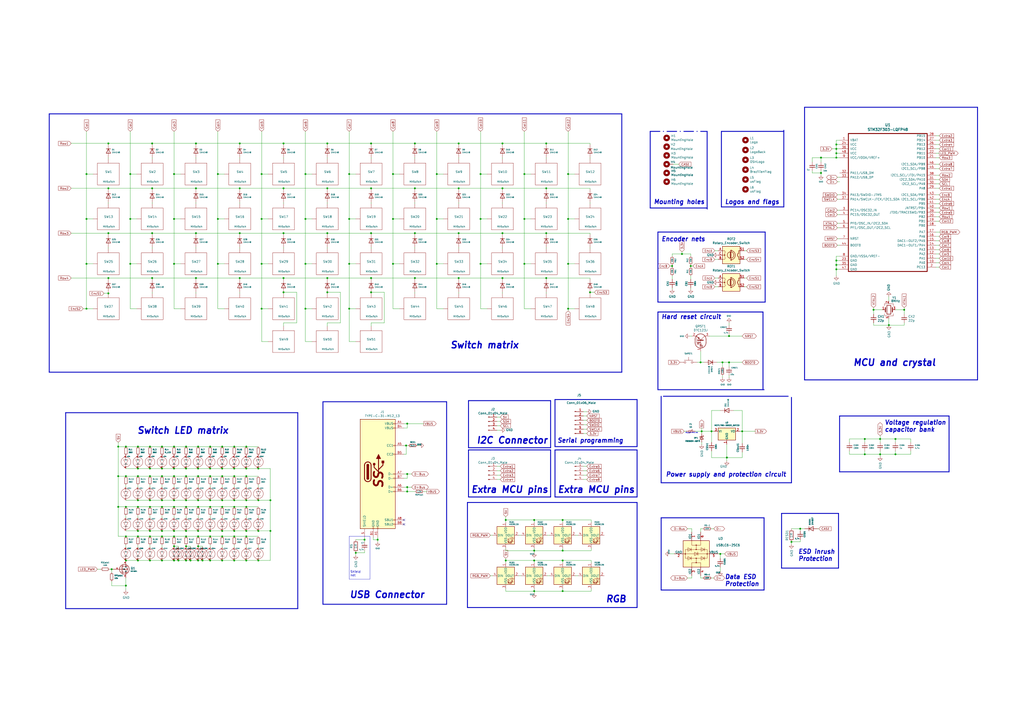
<source format=kicad_sch>
(kicad_sch (version 20230121) (generator eeschema)
  (paper "A2")
  (title_block (title "SharkPCB") (date "2019-05-26") (rev "Alpha") (company "Designed by Álvaro \"Gondolindrim\" Volpato") (comment 1 "Acheron 40-SM-O-MX-TH-WI codename SharkPCB"))
  (junction (at 114.935 276.225))
  (junction (at 291.465 83.185))
  (junction (at 407.035 250.19))
  (junction (at 278.765 153.035))
  (junction (at 164.465 161.29))
  (junction (at 107.95 294.005))
  (junction (at 93.98 294.005))
  (junction (at 114.935 311.15))
  (junction (at 422.91 210.185))
  (junction (at 86.995 271.78))
  (junction (at 266.065 109.22))
  (junction (at 80.01 290.195))
  (junction (at 189.865 109.22))
  (junction (at 114.935 307.975))
  (junction (at 114.935 325.12))
  (junction (at 100.965 316.865))
  (junction (at 135.89 307.975))
  (junction (at 304.165 100.965))
  (junction (at 128.905 271.78))
  (junction (at 476.25 91.44))
  (junction (at 126.365 127))
  (junction (at 253.365 100.965))
  (junction (at 266.065 161.29))
  (junction (at 139.065 135.255))
  (junction (at 236.22 274.955))
  (junction (at 100.965 290.195))
  (junction (at 107.95 316.865))
  (junction (at 100.965 153.035))
  (junction (at 62.865 109.22))
  (junction (at 177.165 153.035))
  (junction (at 485.14 156.21))
  (junction (at 139.065 109.22))
  (junction (at 304.165 127))
  (junction (at 266.065 83.185))
  (junction (at 316.865 161.29))
  (junction (at 206.375 320.675))
  (junction (at 93.98 271.78))
  (junction (at 135.89 276.225))
  (junction (at 93.98 290.195))
  (junction (at 291.465 109.22))
  (junction (at 121.92 311.15))
  (junction (at 113.665 83.185))
  (junction (at 80.01 307.975))
  (junction (at 464.185 306.705))
  (junction (at 73.025 294.005))
  (junction (at 73.025 339.725))
  (junction (at 114.935 271.78))
  (junction (at 68.58 294.005))
  (junction (at 149.86 271.78))
  (junction (at 50.165 127))
  (junction (at 236.22 285.115))
  (junction (at 400.685 154.305))
  (junction (at 100.965 294.005))
  (junction (at 121.92 290.195))
  (junction (at 309.88 319.405))
  (junction (at 329.565 100.965))
  (junction (at 142.875 307.975))
  (junction (at 75.565 153.035))
  (junction (at 501.65 254.635))
  (junction (at 151.765 127))
  (junction (at 177.165 179.07))
  (junction (at 103.505 325.12))
  (junction (at 510.54 254.635))
  (junction (at 107.95 276.225))
  (junction (at 93.98 325.12))
  (junction (at 240.665 109.22))
  (junction (at 235.585 258.445))
  (junction (at 485.14 88.9))
  (junction (at 240.665 83.185))
  (junction (at 142.875 259.08))
  (junction (at 100.965 271.78))
  (junction (at 86.995 294.005))
  (junction (at 156.845 307.975))
  (junction (at 110.49 325.12))
  (junction (at 421.64 265.43))
  (junction (at 139.065 83.185))
  (junction (at 149.86 325.12))
  (junction (at 177.165 100.965))
  (junction (at 236.22 282.575))
  (junction (at 88.265 109.22))
  (junction (at 100.965 100.965))
  (junction (at 135.89 290.195))
  (junction (at 202.565 153.035))
  (junction (at 86.995 311.15))
  (junction (at 151.765 153.035))
  (junction (at 80.01 271.78))
  (junction (at 86.995 290.195))
  (junction (at 189.865 161.29))
  (junction (at 149.86 307.975))
  (junction (at 107.95 311.15))
  (junction (at 80.01 325.12))
  (junction (at 100.965 307.975))
  (junction (at 62.865 135.255))
  (junction (at 293.37 325.12))
  (junction (at 100.965 127))
  (junction (at 164.465 169.545))
  (junction (at 121.92 307.975))
  (junction (at 86.995 325.12))
  (junction (at 316.865 83.185))
  (junction (at 326.39 319.405))
  (junction (at 293.37 301.625))
  (junction (at 326.39 301.625))
  (junction (at 151.765 179.07))
  (junction (at 316.865 135.255))
  (junction (at 135.89 311.15))
  (junction (at 121.92 276.225))
  (junction (at 189.865 169.545))
  (junction (at 113.665 135.255))
  (junction (at 309.88 301.625))
  (junction (at 64.77 330.2))
  (junction (at 93.98 307.975))
  (junction (at 139.065 161.29))
  (junction (at 114.935 259.08))
  (junction (at 50.165 153.035))
  (junction (at 227.965 127))
  (junction (at 485.14 91.44))
  (junction (at 419.1 210.185))
  (junction (at 128.905 294.005))
  (junction (at 68.58 276.225))
  (junction (at 80.01 259.08))
  (junction (at 62.865 161.29))
  (junction (at 135.89 259.08))
  (junction (at 253.365 153.035))
  (junction (at 73.025 325.12))
  (junction (at 121.92 325.12))
  (junction (at 524.51 179.705))
  (junction (at 75.565 127))
  (junction (at 100.965 259.08))
  (junction (at 215.265 161.29))
  (junction (at 93.98 276.225))
  (junction (at 107.95 307.975))
  (junction (at 506.73 179.705))
  (junction (at 142.875 276.225))
  (junction (at 142.875 271.78))
  (junction (at 485.14 151.13))
  (junction (at 389.89 154.305))
  (junction (at 219.075 313.055))
  (junction (at 291.465 161.29))
  (junction (at 86.995 307.975))
  (junction (at 50.165 179.07))
  (junction (at 485.14 153.67))
  (junction (at 128.905 325.12))
  (junction (at 100.965 276.225))
  (junction (at 107.95 259.08))
  (junction (at 309.88 325.12))
  (junction (at 211.455 313.055))
  (junction (at 412.75 250.19))
  (junction (at 128.905 290.195))
  (junction (at 215.265 83.185))
  (junction (at 80.01 294.005))
  (junction (at 62.865 170.18))
  (junction (at 113.665 161.29))
  (junction (at 88.265 161.29))
  (junction (at 309.88 342.9))
  (junction (at 164.465 109.22))
  (junction (at 73.025 276.225))
  (junction (at 114.935 290.195))
  (junction (at 430.53 250.19))
  (junction (at 227.965 153.035))
  (junction (at 329.565 179.07))
  (junction (at 126.365 100.965))
  (junction (at 88.265 135.255))
  (junction (at 114.935 294.005))
  (junction (at 86.995 276.225))
  (junction (at 278.765 100.965))
  (junction (at 417.83 321.31))
  (junction (at 68.58 259.08))
  (junction (at 215.265 135.255))
  (junction (at 227.965 100.965))
  (junction (at 107.95 271.78))
  (junction (at 100.965 325.12))
  (junction (at 113.665 109.22))
  (junction (at 80.01 276.225))
  (junction (at 135.89 325.12))
  (junction (at 121.92 259.08))
  (junction (at 142.875 311.15))
  (junction (at 278.765 127))
  (junction (at 326.39 342.9))
  (junction (at 515.62 188.595))
  (junction (at 202.565 127))
  (junction (at 240.665 161.29))
  (junction (at 422.91 194.945))
  (junction (at 326.39 325.12))
  (junction (at 100.965 311.15))
  (junction (at 128.905 276.225))
  (junction (at 177.165 127))
  (junction (at 88.265 83.185))
  (junction (at 62.865 83.185))
  (junction (at 459.105 314.325))
  (junction (at 151.765 100.965))
  (junction (at 135.89 271.78))
  (junction (at 485.14 86.36))
  (junction (at 142.875 290.195))
  (junction (at 476.25 100.33))
  (junction (at 215.265 169.545))
  (junction (at 107.95 325.12))
  (junction (at 126.365 153.035))
  (junction (at 93.98 311.15))
  (junction (at 128.905 307.975))
  (junction (at 114.935 316.865))
  (junction (at 406.4 210.185))
  (junction (at 121.92 294.005))
  (junction (at 510.54 263.525))
  (junction (at 50.165 100.965))
  (junction (at 128.905 259.08))
  (junction (at 93.98 259.08))
  (junction (at 316.865 109.22))
  (junction (at 253.365 127))
  (junction (at 128.905 311.15))
  (junction (at 329.565 153.035))
  (junction (at 117.475 325.12))
  (junction (at 485.14 83.82))
  (junction (at 73.025 259.08))
  (junction (at 164.465 135.255))
  (junction (at 291.465 135.255))
  (junction (at 73.025 311.15))
  (junction (at 342.265 169.545))
  (junction (at 164.465 83.185))
  (junction (at 189.865 83.185))
  (junction (at 329.565 127))
  (junction (at 75.565 100.965))
  (junction (at 135.89 294.005))
  (junction (at 240.665 135.255))
  (junction (at 202.565 100.965))
  (junction (at 501.65 263.525))
  (junction (at 107.95 290.195))
  (junction (at 86.995 259.08))
  (junction (at 80.01 311.15))
  (junction (at 215.265 109.22))
  (junction (at 519.43 254.635))
  (junction (at 304.165 153.035))
  (junction (at 519.43 263.525))
  (junction (at 236.22 245.745))
  (junction (at 142.875 325.12))
  (junction (at 202.565 179.07))
  (junction (at 189.865 135.255))
  (junction (at 149.86 290.195))
  (junction (at 266.065 135.255))
  (junction (at 121.92 271.78))
  (junction (at 395.605 147.32))
  (junction (at 156.845 290.195))
  (junction (at 142.875 294.005))
  (no_connect (at 234.315 301.625))
  (no_connect (at 234.315 304.165))
  (wire (pts (xy 388.62 321.31) (xy 391.16 321.31)))
  (wire (pts (xy 64.77 337.185) (xy 64.77 339.725)))
  (wire (pts (xy 41.275 135.255) (xy 62.865 135.255)))
  (wire (pts (xy 417.83 323.85) (xy 417.83 321.31)))
  (wire (pts (xy 128.905 271.78) (xy 135.89 271.78)))
  (wire (pts (xy 433.07 145.415) (xy 431.8 145.415)))
  (wire (pts (xy 291.465 170.18) (xy 291.465 169.545)))
  (wire (pts (xy 128.905 325.12) (xy 135.89 325.12)))
  (polyline (pts (xy 381.635 134.62) (xy 443.865 134.62)) (stroke (width 0.508)))
  (wire (pts (xy 329.565 180.34) (xy 329.565 179.07)))
  (wire (pts (xy 474.98 306.705) (xy 474.345 306.705)))
  (wire (pts (xy 156.845 271.78) (xy 156.845 290.195)))
  (wire (pts (xy 412.75 335.28) (xy 414.02 335.28)))
  (wire (pts (xy 326.39 302.895) (xy 326.39 301.625)))
  (wire (pts (xy 135.89 276.225) (xy 128.905 276.225)))
  (wire (pts (xy 300.99 310.515) (xy 302.26 310.515)))
  (wire (pts (xy 266.065 144.145) (xy 266.065 143.51)))
  (wire (pts (xy 149.86 299.085) (xy 149.86 300.355)))
  (wire (pts (xy 107.95 311.15) (xy 100.965 311.15)))
  (polyline (pts (xy 466.725 220.345) (xy 466.725 62.23)) (stroke (width 0.508)))
  (wire (pts (xy 110.49 325.12) (xy 114.935 325.12)))
  (wire (pts (xy 389.89 147.32) (xy 395.605 147.32)))
  (wire (pts (xy 172.085 187.325) (xy 172.085 169.545)))
  (wire (pts (xy 544.83 154.94) (xy 542.925 154.94)))
  (wire (pts (xy 126.365 100.965) (xy 126.365 127)))
  (wire (pts (xy 510.54 261.62) (xy 510.54 263.525)))
  (wire (pts (xy 219.075 313.055) (xy 219.075 311.785)))
  (wire (pts (xy 389.89 148.59) (xy 389.89 147.32)))
  (wire (pts (xy 149.86 276.225) (xy 142.875 276.225)))
  (wire (pts (xy 93.98 271.78) (xy 100.965 271.78)))
  (wire (pts (xy 189.865 118.11) (xy 189.865 117.475)))
  (wire (pts (xy 234.315 274.955) (xy 236.22 274.955)))
  (wire (pts (xy 164.465 83.82) (xy 164.465 83.185)))
  (wire (pts (xy 211.455 319.405) (xy 211.455 320.675)))
  (wire (pts (xy 291.465 83.82) (xy 291.465 83.185)))
  (wire (pts (xy 501.65 263.525) (xy 510.54 263.525)))
  (wire (pts (xy 544.83 137.16) (xy 542.925 137.16)))
  (wire (pts (xy 234.315 245.745) (xy 236.22 245.745)))
  (wire (pts (xy 544.83 91.44) (xy 542.925 91.44)))
  (polyline (pts (xy 321.945 260.985) (xy 369.57 260.985)) (stroke (width 0.508)))
  (wire (pts (xy 88.265 92.075) (xy 88.265 91.44)))
  (wire (pts (xy 56.515 330.2) (xy 58.42 330.2)))
  (wire (pts (xy 412.75 250.19) (xy 412.75 256.54)))
  (polyline (pts (xy 321.945 231.775) (xy 369.57 231.775)) (stroke (width 0.508)))
  (wire (pts (xy 329.565 127) (xy 329.565 153.035)))
  (wire (pts (xy 476.25 100.33) (xy 471.17 100.33)))
  (wire (pts (xy 236.22 274.955) (xy 238.76 274.955)))
  (polyline (pts (xy 28.575 215.9) (xy 28.575 66.04)) (stroke (width 0.508)))
  (wire (pts (xy 542.925 97.79) (xy 544.83 97.79)))
  (wire (pts (xy 177.165 100.965) (xy 177.165 127)))
  (wire (pts (xy 400.685 154.305) (xy 400.685 154.94)))
  (wire (pts (xy 430.53 265.43) (xy 430.53 262.255)))
  (wire (pts (xy 149.86 294.005) (xy 142.875 294.005)))
  (polyline (pts (xy 550.545 273.685) (xy 487.045 273.685)) (stroke (width 0.508)))
  (wire (pts (xy 510.54 254.635) (xy 510.54 252.73)))
  (wire (pts (xy 293.37 302.895) (xy 293.37 301.625)))
  (wire (pts (xy 68.58 276.225) (xy 68.58 259.08)))
  (wire (pts (xy 429.26 250.19) (xy 430.53 250.19)))
  (wire (pts (xy 151.765 76.2) (xy 151.765 100.965)))
  (wire (pts (xy 510.54 254.635) (xy 510.54 256.54)))
  (wire (pts (xy 86.995 311.15) (xy 80.01 311.15)))
  (wire (pts (xy 266.065 83.82) (xy 266.065 83.185)))
  (wire (pts (xy 338.455 241.3) (xy 340.36 241.3)))
  (wire (pts (xy 73.025 307.975) (xy 80.01 307.975)))
  (wire (pts (xy 501.65 254.635) (xy 492.76 254.635)))
  (polyline (pts (xy 259.08 350.52) (xy 187.325 350.52)) (stroke (width 0.508)))
  (wire (pts (xy 485.14 153.67) (xy 485.14 156.21)))
  (polyline (pts (xy 550.545 241.3) (xy 550.545 273.685)) (stroke (width 0.508)))
  (wire (pts (xy 487.045 83.82) (xy 485.14 83.82)))
  (polyline (pts (xy 418.465 76.2) (xy 418.465 120.015)) (stroke (width 0.508)))
  (wire (pts (xy 227.965 127) (xy 227.965 153.035)))
  (wire (pts (xy 415.925 210.185) (xy 419.1 210.185)))
  (wire (pts (xy 164.465 161.925) (xy 164.465 161.29)))
  (wire (pts (xy 121.92 316.23) (xy 121.92 317.5)))
  (wire (pts (xy 64.77 339.725) (xy 73.025 339.725)))
  (wire (pts (xy 100.965 290.195) (xy 107.95 290.195)))
  (wire (pts (xy 156.845 290.195) (xy 156.845 307.975)))
  (wire (pts (xy 135.89 316.23) (xy 135.89 317.5)))
  (wire (pts (xy 211.455 313.055) (xy 211.455 314.325)))
  (wire (pts (xy 240.665 135.255) (xy 266.065 135.255)))
  (wire (pts (xy 86.995 294.005) (xy 80.01 294.005)))
  (wire (pts (xy 86.995 325.12) (xy 93.98 325.12)))
  (wire (pts (xy 506.73 188.595) (xy 515.62 188.595)))
  (wire (pts (xy 278.765 76.2) (xy 278.765 100.965)))
  (wire (pts (xy 542.925 83.82) (xy 544.83 83.82)))
  (wire (pts (xy 333.375 100.965) (xy 329.565 100.965)))
  (wire (pts (xy 338.455 273.05) (xy 340.36 273.05)))
  (wire (pts (xy 88.265 135.89) (xy 88.265 135.255)))
  (wire (pts (xy 164.465 187.325) (xy 172.085 187.325)))
  (wire (pts (xy 519.43 261.62) (xy 519.43 263.525)))
  (wire (pts (xy 293.37 323.85) (xy 293.37 325.12)))
  (wire (pts (xy 278.765 100.965) (xy 278.765 127)))
  (wire (pts (xy 317.5 334.01) (xy 318.77 334.01)))
  (wire (pts (xy 206.375 320.675) (xy 206.375 321.945)))
  (wire (pts (xy 236.22 285.115) (xy 236.22 282.575)))
  (wire (pts (xy 62.865 170.18) (xy 62.865 169.545)))
  (wire (pts (xy 103.505 325.12) (xy 107.95 325.12)))
  (wire (pts (xy 227.965 153.035) (xy 227.965 179.07)))
  (wire (pts (xy 86.995 307.975) (xy 93.98 307.975)))
  (wire (pts (xy 121.92 281.305) (xy 121.92 282.575)))
  (wire (pts (xy 476.25 99.06) (xy 476.25 100.33)))
  (wire (pts (xy 41.275 161.29) (xy 62.865 161.29)))
  (wire (pts (xy 139.065 144.145) (xy 139.065 143.51)))
  (wire (pts (xy 309.88 319.405) (xy 326.39 319.405)))
  (wire (pts (xy 528.32 254.635) (xy 519.43 254.635)))
  (wire (pts (xy 316.865 161.29) (xy 342.265 161.29)))
  (wire (pts (xy 476.25 91.44) (xy 485.14 91.44)))
  (wire (pts (xy 288.29 270.51) (xy 290.195 270.51)))
  (wire (pts (xy 316.865 109.855) (xy 316.865 109.22)))
  (wire (pts (xy 487.045 148.59) (xy 485.14 148.59)))
  (wire (pts (xy 414.655 161.29) (xy 416.56 161.29)))
  (wire (pts (xy 135.89 307.975) (xy 142.875 307.975)))
  (wire (pts (xy 107.95 271.78) (xy 114.935 271.78)))
  (wire (pts (xy 253.365 127) (xy 253.365 153.035)))
  (wire (pts (xy 206.375 100.965) (xy 202.565 100.965)))
  (wire (pts (xy 113.665 83.82) (xy 113.665 83.185)))
  (polyline (pts (xy 187.325 233.045) (xy 259.08 233.045)) (stroke (width 0.508)))
  (wire (pts (xy 80.01 294.005) (xy 73.025 294.005)))
  (polyline (pts (xy 369.57 288.29) (xy 321.945 288.29)) (stroke (width 0.508)))
  (wire (pts (xy 425.45 238.125) (xy 430.53 238.125)))
  (wire (pts (xy 501.65 254.635) (xy 501.65 256.54)))
  (wire (pts (xy 506.73 182.245) (xy 506.73 179.705)))
  (wire (pts (xy 215.265 187.325) (xy 222.885 187.325)))
  (wire (pts (xy 316.865 92.075) (xy 316.865 91.44)))
  (wire (pts (xy 485.775 142.24) (xy 487.045 142.24)))
  (wire (pts (xy 149.86 307.975) (xy 156.845 307.975)))
  (wire (pts (xy 304.165 76.2) (xy 304.165 100.965)))
  (wire (pts (xy 93.98 281.305) (xy 93.98 282.575)))
  (wire (pts (xy 266.065 135.89) (xy 266.065 135.255)))
  (wire (pts (xy 304.165 153.035) (xy 304.165 179.07)))
  (wire (pts (xy 113.665 117.475) (xy 113.665 118.11)))
  (wire (pts (xy 241.935 258.445) (xy 243.205 258.445)))
  (wire (pts (xy 149.86 290.195) (xy 156.845 290.195)))
  (wire (pts (xy 309.88 342.9) (xy 326.39 342.9)))
  (polyline (pts (xy 466.725 62.23) (xy 567.055 62.23)) (stroke (width 0.508)))
  (wire (pts (xy 180.975 179.07) (xy 177.165 179.07)))
  (wire (pts (xy 257.175 153.035) (xy 253.365 153.035)))
  (polyline (pts (xy 459.105 230.505) (xy 459.105 280.035)) (stroke (width 0.508)))
  (wire (pts (xy 64.77 330.2) (xy 65.405 330.2)))
  (wire (pts (xy 117.475 316.865) (xy 117.475 317.5)))
  (wire (pts (xy 293.37 325.12) (xy 309.88 325.12)))
  (polyline (pts (xy 381.635 134.62) (xy 381.635 175.26)) (stroke (width 0.508)))
  (wire (pts (xy 62.865 109.855) (xy 62.865 109.22)))
  (wire (pts (xy 266.065 135.255) (xy 291.465 135.255)))
  (wire (pts (xy 80.01 276.225) (xy 73.025 276.225)))
  (wire (pts (xy 240.665 118.11) (xy 240.665 117.475)))
  (wire (pts (xy 464.185 313.055) (xy 464.185 314.325)))
  (polyline (pts (xy 418.465 76.2) (xy 454.66 76.2)) (stroke (width 0.508)))
  (wire (pts (xy 75.565 100.965) (xy 75.565 127)))
  (wire (pts (xy 128.905 276.225) (xy 121.92 276.225)))
  (wire (pts (xy 519.43 254.635) (xy 510.54 254.635)))
  (wire (pts (xy 73.025 259.08) (xy 80.01 259.08)))
  (polyline (pts (xy 369.57 352.425) (xy 369.57 291.465)) (stroke (width 0.508)))
  (wire (pts (xy 253.365 100.965) (xy 253.365 127)))
  (wire (pts (xy 142.875 294.005) (xy 135.89 294.005)))
  (wire (pts (xy 240.665 144.145) (xy 240.665 143.51)))
  (wire (pts (xy 406.4 306.705) (xy 406.4 308.61)))
  (polyline (pts (xy 38.1 353.06) (xy 38.1 239.395)) (stroke (width 0.508)))
  (wire (pts (xy 266.065 161.29) (xy 291.465 161.29)))
  (wire (pts (xy 79.375 153.035) (xy 75.565 153.035)))
  (wire (pts (xy 257.175 100.965) (xy 253.365 100.965)))
  (polyline (pts (xy 202.565 311.15) (xy 214.63 311.15)))
  (wire (pts (xy 519.43 179.705) (xy 524.51 179.705)))
  (wire (pts (xy 121.92 259.08) (xy 128.905 259.08)))
  (wire (pts (xy 414.655 166.37) (xy 416.56 166.37)))
  (wire (pts (xy 149.86 316.23) (xy 149.86 317.5)))
  (wire (pts (xy 135.89 311.15) (xy 128.905 311.15)))
  (wire (pts (xy 130.175 153.035) (xy 126.365 153.035)))
  (wire (pts (xy 107.95 325.12) (xy 110.49 325.12)))
  (wire (pts (xy 284.48 310.515) (xy 285.75 310.515)))
  (wire (pts (xy 142.875 311.15) (xy 135.89 311.15)))
  (wire (pts (xy 180.975 198.12) (xy 177.165 198.12)))
  (wire (pts (xy 155.575 153.035) (xy 151.765 153.035)))
  (wire (pts (xy 142.875 316.23) (xy 142.875 317.5)))
  (wire (pts (xy 164.465 169.545) (xy 172.085 169.545)))
  (wire (pts (xy 342.265 118.11) (xy 342.265 117.475)))
  (wire (pts (xy 189.865 135.255) (xy 215.265 135.255)))
  (wire (pts (xy 164.465 161.29) (xy 189.865 161.29)))
  (polyline (pts (xy 172.72 353.06) (xy 38.1 353.06)) (stroke (width 0.508)))
  (wire (pts (xy 544.83 106.68) (xy 542.925 106.68)))
  (wire (pts (xy 400.685 160.02) (xy 400.685 161.925)))
  (polyline (pts (xy 384.81 229.87) (xy 457.2 229.87)) (stroke (width 0.508)))
  (wire (pts (xy 407.035 256.54) (xy 407.035 257.81)))
  (wire (pts (xy 342.265 135.89) (xy 342.265 135.255)))
  (wire (pts (xy 222.885 187.325) (xy 222.885 169.545)))
  (wire (pts (xy 114.935 299.085) (xy 114.935 300.355)))
  (polyline (pts (xy 442.595 180.975) (xy 442.595 226.06)) (stroke (width 0.508)))
  (wire (pts (xy 68.58 259.08) (xy 73.025 259.08)))
  (wire (pts (xy 50.165 127) (xy 53.975 127)))
  (wire (pts (xy 164.465 92.075) (xy 164.465 91.44)))
  (wire (pts (xy 79.375 127) (xy 75.565 127)))
  (wire (pts (xy 266.065 83.185) (xy 291.465 83.185)))
  (wire (pts (xy 247.65 285.115) (xy 245.745 285.115)))
  (wire (pts (xy 206.375 179.07) (xy 202.565 179.07)))
  (wire (pts (xy 164.465 118.11) (xy 164.465 117.475)))
  (wire (pts (xy 342.9 325.12) (xy 342.9 326.39)))
  (wire (pts (xy 211.455 320.675) (xy 206.375 320.675)))
  (wire (pts (xy 128.905 294.005) (xy 121.92 294.005)))
  (wire (pts (xy 142.875 276.225) (xy 135.89 276.225)))
  (wire (pts (xy 459.105 314.325) (xy 459.105 315.595)))
  (wire (pts (xy 216.535 313.055) (xy 219.075 313.055)))
  (wire (pts (xy 93.98 311.15) (xy 86.995 311.15)))
  (wire (pts (xy 88.265 144.145) (xy 88.265 143.51)))
  (wire (pts (xy 288.29 249.555) (xy 290.195 249.555)))
  (wire (pts (xy 407.035 248.285) (xy 407.035 250.19)))
  (wire (pts (xy 290.195 247.015) (xy 288.29 247.015)))
  (wire (pts (xy 334.01 334.01) (xy 335.28 334.01)))
  (wire (pts (xy 86.995 290.195) (xy 93.98 290.195)))
  (wire (pts (xy 240.665 92.075) (xy 240.665 91.44)))
  (wire (pts (xy 395.605 147.32) (xy 400.685 147.32)))
  (wire (pts (xy 50.165 100.965) (xy 50.165 127)))
  (wire (pts (xy 406.4 203.835) (xy 406.4 210.185)))
  (wire (pts (xy 215.265 109.22) (xy 240.665 109.22)))
  (wire (pts (xy 117.475 325.12) (xy 121.92 325.12)))
  (wire (pts (xy 104.775 179.07) (xy 100.965 179.07)))
  (wire (pts (xy 142.875 281.305) (xy 142.875 282.575)))
  (wire (pts (xy 100.965 316.865) (xy 103.505 316.865)))
  (wire (pts (xy 130.175 179.07) (xy 126.365 179.07)))
  (polyline (pts (xy 202.565 335.915) (xy 214.63 335.915)))
  (wire (pts (xy 316.865 135.255) (xy 342.265 135.255)))
  (polyline (pts (xy 377.19 76.2) (xy 377.19 120.65)) (stroke (width 0.508)))
  (wire (pts (xy 202.565 76.2) (xy 202.565 100.965)))
  (wire (pts (xy 390.525 95.25) (xy 393.7 95.25)))
  (wire (pts (xy 309.88 320.675) (xy 309.88 319.405)))
  (wire (pts (xy 282.575 153.035) (xy 278.765 153.035)))
  (wire (pts (xy 419.1 219.075) (xy 419.1 217.805)))
  (wire (pts (xy 317.5 310.515) (xy 318.77 310.515)))
  (wire (pts (xy 164.465 135.255) (xy 189.865 135.255)))
  (polyline (pts (xy 38.1 239.395) (xy 172.72 239.395)) (stroke (width 0.508)))
  (wire (pts (xy 121.92 325.12) (xy 128.905 325.12)))
  (wire (pts (xy 389.89 167.005) (xy 389.89 167.64)))
  (wire (pts (xy 309.88 301.625) (xy 326.39 301.625)))
  (wire (pts (xy 202.565 100.965) (xy 202.565 127)))
  (wire (pts (xy 73.025 317.5) (xy 73.025 316.23)))
  (wire (pts (xy 326.39 325.12) (xy 342.9 325.12)))
  (wire (pts (xy 139.065 118.11) (xy 139.065 117.475)))
  (wire (pts (xy 422.91 210.185) (xy 422.91 212.725)))
  (wire (pts (xy 401.32 335.28) (xy 401.32 334.01)))
  (wire (pts (xy 215.265 170.18) (xy 215.265 169.545)))
  (wire (pts (xy 333.375 179.07) (xy 329.565 179.07)))
  (wire (pts (xy 62.865 109.22) (xy 88.265 109.22)))
  (wire (pts (xy 485.14 156.21) (xy 485.14 160.02)))
  (wire (pts (xy 307.975 179.07) (xy 304.165 179.07)))
  (polyline (pts (xy 360.68 66.04) (xy 360.68 215.9)) (stroke (width 0.508)))
  (wire (pts (xy 215.265 187.325) (xy 215.265 189.23)))
  (wire (pts (xy 215.265 92.075) (xy 215.265 91.44)))
  (wire (pts (xy 300.99 334.01) (xy 302.26 334.01)))
  (wire (pts (xy 156.845 307.975) (xy 156.845 325.12)))
  (wire (pts (xy 189.865 187.325) (xy 189.865 189.23)))
  (wire (pts (xy 93.98 276.225) (xy 86.995 276.225)))
  (wire (pts (xy 266.065 109.22) (xy 291.465 109.22)))
  (wire (pts (xy 542.925 115.57) (xy 544.83 115.57)))
  (wire (pts (xy 340.36 243.84) (xy 338.455 243.84)))
  (wire (pts (xy 464.185 314.325) (xy 459.105 314.325)))
  (wire (pts (xy 180.975 127) (xy 177.165 127)))
  (wire (pts (xy 60.325 170.18) (xy 62.865 170.18)))
  (polyline (pts (xy 28.575 66.04) (xy 360.68 66.04)) (stroke (width 0.508)))
  (wire (pts (xy 142.875 259.08) (xy 149.86 259.08)))
  (wire (pts (xy 80.01 307.975) (xy 86.995 307.975)))
  (wire (pts (xy 471.17 100.33) (xy 471.17 99.06)))
  (wire (pts (xy 80.01 282.575) (xy 80.01 281.305)))
  (wire (pts (xy 100.965 153.035) (xy 100.965 179.07)))
  (wire (pts (xy 121.92 276.225) (xy 114.935 276.225)))
  (wire (pts (xy 291.465 109.22) (xy 316.865 109.22)))
  (wire (pts (xy 93.98 299.085) (xy 93.98 300.355)))
  (wire (pts (xy 114.935 281.305) (xy 114.935 282.575)))
  (wire (pts (xy 266.065 92.075) (xy 266.065 91.44)))
  (wire (pts (xy 309.88 326.39) (xy 309.88 325.12)))
  (wire (pts (xy 542.925 104.14) (xy 544.83 104.14)))
  (wire (pts (xy 155.575 127) (xy 151.765 127)))
  (wire (pts (xy 93.98 290.195) (xy 100.965 290.195)))
  (wire (pts (xy 130.175 100.965) (xy 126.365 100.965)))
  (wire (pts (xy 41.275 83.185) (xy 62.865 83.185)))
  (wire (pts (xy 544.83 109.22) (xy 542.925 109.22)))
  (wire (pts (xy 113.665 92.075) (xy 113.665 91.44)))
  (wire (pts (xy 128.905 311.15) (xy 121.92 311.15)))
  (wire (pts (xy 240.665 285.115) (xy 236.22 285.115)))
  (wire (pts (xy 419.1 210.185) (xy 422.91 210.185)))
  (wire (pts (xy 487.045 81.28) (xy 485.14 81.28)))
  (wire (pts (xy 135.89 290.195) (xy 142.875 290.195)))
  (wire (pts (xy 215.265 161.29) (xy 240.665 161.29)))
  (wire (pts (xy 114.935 294.005) (xy 107.95 294.005)))
  (wire (pts (xy 135.89 299.085) (xy 135.89 300.355)))
  (wire (pts (xy 142.875 299.085) (xy 142.875 300.355)))
  (wire (pts (xy 151.765 153.035) (xy 151.765 179.07)))
  (wire (pts (xy 227.965 100.965) (xy 227.965 127)))
  (wire (pts (xy 544.83 88.9) (xy 542.925 88.9)))
  (polyline (pts (xy 360.68 215.9) (xy 28.575 215.9)) (stroke (width 0.508)))
  (wire (pts (xy 151.765 100.965) (xy 151.765 127)))
  (wire (pts (xy 215.265 144.145) (xy 215.265 143.51)))
  (wire (pts (xy 189.865 83.82) (xy 189.865 83.185)))
  (polyline (pts (xy 466.725 220.345) (xy 567.055 220.345)) (stroke (width 0.508)))
  (polyline (pts (xy 381.635 175.26) (xy 443.865 175.26)) (stroke (width 0.508)))
  (wire (pts (xy 430.53 250.19) (xy 430.53 238.125)))
  (polyline (pts (xy 202.565 311.15) (xy 202.565 335.915)))
  (wire (pts (xy 73.025 325.12) (xy 80.01 325.12)))
  (wire (pts (xy 433.07 161.29) (xy 431.8 161.29)))
  (wire (pts (xy 293.37 301.625) (xy 309.88 301.625)))
  (wire (pts (xy 257.175 127) (xy 253.365 127)))
  (wire (pts (xy 93.98 307.975) (xy 100.965 307.975)))
  (wire (pts (xy 100.965 311.15) (xy 93.98 311.15)))
  (wire (pts (xy 139.065 161.925) (xy 139.065 161.29)))
  (wire (pts (xy 485.775 124.46) (xy 487.045 124.46)))
  (wire (pts (xy 485.14 91.44) (xy 487.045 91.44)))
  (wire (pts (xy 86.995 276.225) (xy 80.01 276.225)))
  (wire (pts (xy 291.465 118.11) (xy 291.465 117.475)))
  (wire (pts (xy 130.175 127) (xy 126.365 127)))
  (wire (pts (xy 215.265 83.185) (xy 240.665 83.185)))
  (wire (pts (xy 88.265 109.855) (xy 88.265 109.22)))
  (wire (pts (xy 338.455 251.46) (xy 340.36 251.46)))
  (wire (pts (xy 422.91 193.675) (xy 422.91 194.945)))
  (wire (pts (xy 344.805 169.545) (xy 342.265 169.545)))
  (wire (pts (xy 316.865 83.82) (xy 316.865 83.185)))
  (wire (pts (xy 544.83 123.19) (xy 542.925 123.19)))
  (wire (pts (xy 80.01 311.15) (xy 73.025 311.15)))
  (wire (pts (xy 50.165 76.2) (xy 50.165 100.965)))
  (polyline (pts (xy 486.41 297.815) (xy 486.41 329.565)) (stroke (width 0.508)))
  (wire (pts (xy 73.025 339.725) (xy 73.025 342.265)))
  (wire (pts (xy 103.505 316.865) (xy 103.505 317.5)))
  (wire (pts (xy 100.965 325.12) (xy 103.505 325.12)))
  (wire (pts (xy 113.665 170.18) (xy 113.665 169.545)))
  (wire (pts (xy 139.065 83.82) (xy 139.065 83.185)))
  (wire (pts (xy 126.365 127) (xy 126.365 153.035)))
  (wire (pts (xy 126.365 153.035) (xy 126.365 179.07)))
  (wire (pts (xy 155.575 198.12) (xy 151.765 198.12)))
  (wire (pts (xy 114.935 316.865) (xy 114.935 317.5)))
  (wire (pts (xy 164.465 83.185) (xy 189.865 83.185)))
  (wire (pts (xy 421.64 265.43) (xy 430.53 265.43)))
  (wire (pts (xy 88.265 161.29) (xy 113.665 161.29)))
  (wire (pts (xy 113.665 144.145) (xy 113.665 143.51)))
  (wire (pts (xy 113.665 161.29) (xy 139.065 161.29)))
  (wire (pts (xy 202.565 153.035) (xy 202.565 179.07)))
  (polyline (pts (xy 383.54 300.355) (xy 383.54 342.265)) (stroke (width 0.508)))
  (wire (pts (xy 290.195 275.59) (xy 288.29 275.59)))
  (wire (pts (xy 164.465 187.325) (xy 164.465 189.23)))
  (wire (pts (xy 73.025 335.28) (xy 73.025 339.725)))
  (wire (pts (xy 544.83 147.32) (xy 542.925 147.32)))
  (polyline (pts (xy 453.39 297.815) (xy 453.39 329.565)) (stroke (width 0.508)))
  (wire (pts (xy 282.575 127) (xy 278.765 127)))
  (wire (pts (xy 485.775 102.87) (xy 487.045 102.87)))
  (wire (pts (xy 75.565 127) (xy 75.565 153.035)))
  (wire (pts (xy 253.365 76.2) (xy 253.365 100.965)))
  (wire (pts (xy 293.37 341.63) (xy 293.37 342.9)))
  (wire (pts (xy 288.29 244.475) (xy 290.195 244.475)))
  (wire (pts (xy 234.315 285.115) (xy 236.22 285.115)))
  (wire (pts (xy 206.375 198.12) (xy 202.565 198.12)))
  (wire (pts (xy 407.67 335.28) (xy 406.4 335.28)))
  (wire (pts (xy 278.765 127) (xy 278.765 153.035)))
  (wire (pts (xy 342.265 83.82) (xy 342.265 83.185)))
  (wire (pts (xy 231.775 127) (xy 227.965 127)))
  (wire (pts (xy 139.065 161.29) (xy 164.465 161.29)))
  (wire (pts (xy 88.265 170.18) (xy 88.265 169.545)))
  (wire (pts (xy 412.75 250.19) (xy 412.75 238.125)))
  (wire (pts (xy 100.965 76.2) (xy 100.965 100.965)))
  (wire (pts (xy 121.92 271.78) (xy 128.905 271.78)))
  (wire (pts (xy 202.565 198.12) (xy 202.565 179.07)))
  (wire (pts (xy 544.83 86.36) (xy 542.925 86.36)))
  (wire (pts (xy 485.775 121.92) (xy 487.045 121.92)))
  (wire (pts (xy 492.76 254.635) (xy 492.76 256.54)))
  (wire (pts (xy 510.54 254.635) (xy 501.65 254.635)))
  (wire (pts (xy 177.165 153.035) (xy 177.165 179.07)))
  (wire (pts (xy 401.32 306.705) (xy 398.78 306.705)))
  (wire (pts (xy 293.37 342.9) (xy 309.88 342.9)))
  (wire (pts (xy 164.465 109.22) (xy 189.865 109.22)))
  (wire (pts (xy 114.935 311.15) (xy 107.95 311.15)))
  (polyline (pts (xy 383.54 300.355) (xy 443.23 300.355)) (stroke (width 0.508)))
  (wire (pts (xy 121.92 290.195) (xy 128.905 290.195)))
  (polyline (pts (xy 369.57 291.465) (xy 271.145 291.465)) (stroke (width 0.508)))
  (wire (pts (xy 291.465 161.925) (xy 291.465 161.29)))
  (wire (pts (xy 114.935 271.78) (xy 121.92 271.78)))
  (wire (pts (xy 151.765 179.07) (xy 151.765 198.12)))
  (wire (pts (xy 400.05 194.945) (xy 401.32 194.945)))
  (wire (pts (xy 342.9 319.405) (xy 342.9 318.135)))
  (wire (pts (xy 459.105 306.705) (xy 464.185 306.705)))
  (wire (pts (xy 524.51 182.245) (xy 524.51 179.705)))
  (wire (pts (xy 506.73 179.705) (xy 511.81 179.705)))
  (wire (pts (xy 329.565 100.965) (xy 329.565 127)))
  (wire (pts (xy 62.865 135.89) (xy 62.865 135.255)))
  (wire (pts (xy 293.37 318.135) (xy 293.37 319.405)))
  (wire (pts (xy 288.29 241.935) (xy 290.195 241.935)))
  (wire (pts (xy 107.95 294.005) (xy 100.965 294.005)))
  (wire (pts (xy 53.975 179.07) (xy 50.165 179.07)))
  (wire (pts (xy 506.73 178.435) (xy 506.73 179.705)))
  (wire (pts (xy 309.88 319.405) (xy 309.88 318.135)))
  (wire (pts (xy 389.89 161.925) (xy 389.89 160.02)))
  (wire (pts (xy 149.86 271.78) (xy 156.845 271.78)))
  (wire (pts (xy 544.83 144.78) (xy 542.925 144.78)))
  (wire (pts (xy 485.14 156.21) (xy 487.045 156.21)))
  (wire (pts (xy 278.765 153.035) (xy 278.765 179.07)))
  (wire (pts (xy 135.89 281.305) (xy 135.89 282.575)))
  (wire (pts (xy 88.265 83.82) (xy 88.265 83.185)))
  (wire (pts (xy 100.965 294.005) (xy 93.98 294.005)))
  (wire (pts (xy 291.465 161.29) (xy 316.865 161.29)))
  (wire (pts (xy 113.665 83.185) (xy 139.065 83.185)))
  (wire (pts (xy 519.43 254.635) (xy 519.43 256.54)))
  (wire (pts (xy 544.83 125.73) (xy 542.925 125.73)))
  (wire (pts (xy 422.91 210.185) (xy 430.53 210.185)))
  (wire (pts (xy 79.375 179.07) (xy 75.565 179.07)))
  (wire (pts (xy 215.265 169.545) (xy 222.885 169.545)))
  (wire (pts (xy 430.53 250.19) (xy 438.15 250.19)))
  (wire (pts (xy 422.91 194.945) (xy 430.53 194.945)))
  (wire (pts (xy 293.37 299.72) (xy 293.37 301.625)))
  (wire (pts (xy 80.01 259.08) (xy 86.995 259.08)))
  (wire (pts (xy 316.865 144.145) (xy 316.865 143.51)))
  (wire (pts (xy 100.965 259.08) (xy 107.95 259.08)))
  (polyline (pts (xy 443.865 175.26) (xy 443.865 134.62)) (stroke (width 0.508)))
  (wire (pts (xy 398.78 335.28) (xy 401.32 335.28)))
  (wire (pts (xy 389.89 154.305) (xy 389.89 154.94)))
  (wire (pts (xy 128.905 299.085) (xy 128.905 300.355)))
  (wire (pts (xy 326.39 342.9) (xy 342.9 342.9)))
  (wire (pts (xy 53.975 100.965) (xy 50.165 100.965)))
  (wire (pts (xy 307.975 153.035) (xy 304.165 153.035)))
  (wire (pts (xy 282.575 179.07) (xy 278.765 179.07)))
  (wire (pts (xy 545.465 134.62) (xy 542.925 134.62)))
  (wire (pts (xy 291.465 135.89) (xy 291.465 135.255)))
  (wire (pts (xy 216.535 311.785) (xy 216.535 313.055)))
  (wire (pts (xy 149.86 325.12) (xy 156.845 325.12)))
  (wire (pts (xy 86.995 299.085) (xy 86.995 300.355)))
  (wire (pts (xy 135.89 325.12) (xy 142.875 325.12)))
  (wire (pts (xy 282.575 100.965) (xy 278.765 100.965)))
  (wire (pts (xy 266.065 118.11) (xy 266.065 117.475)))
  (wire (pts (xy 544.83 95.25) (xy 542.925 95.25)))
  (wire (pts (xy 485.775 115.57) (xy 487.045 115.57)))
  (polyline (pts (xy 271.78 260.985) (xy 319.405 260.985)) (stroke (width 0.508)))
  (wire (pts (xy 412.75 261.62) (xy 412.75 265.43)))
  (wire (pts (xy 544.83 142.24) (xy 542.925 142.24)))
  (wire (pts (xy 113.665 161.925) (xy 113.665 161.29)))
  (wire (pts (xy 482.6 86.36) (xy 485.14 86.36)))
  (wire (pts (xy 114.935 259.08) (xy 121.92 259.08)))
  (wire (pts (xy 236.22 245.745) (xy 245.745 245.745)))
  (polyline (pts (xy 271.145 291.465) (xy 271.145 352.425)) (stroke (width 0.508)))
  (wire (pts (xy 291.465 83.185) (xy 316.865 83.185)))
  (polyline (pts (xy 410.21 76.2) (xy 410.21 121.285)) (stroke (width 0.508)))
  (wire (pts (xy 309.88 302.895) (xy 309.88 301.625)))
  (wire (pts (xy 236.22 282.575) (xy 234.315 282.575)))
  (wire (pts (xy 121.92 294.005) (xy 114.935 294.005)))
  (wire (pts (xy 403.225 250.19) (xy 407.035 250.19)))
  (wire (pts (xy 342.265 170.18) (xy 342.265 169.545)))
  (wire (pts (xy 412.75 306.705) (xy 414.02 306.705)))
  (wire (pts (xy 485.775 105.41) (xy 487.045 105.41)))
  (wire (pts (xy 334.01 310.515) (xy 335.28 310.515)))
  (wire (pts (xy 197.485 169.545) (xy 189.865 169.545)))
  (wire (pts (xy 149.86 281.305) (xy 149.86 282.575)))
  (wire (pts (xy 93.98 316.23) (xy 93.98 317.5)))
  (polyline (pts (xy 321.945 288.29) (xy 321.945 260.985)) (stroke (width 0.508)))
  (wire (pts (xy 100.965 100.965) (xy 100.965 127)))
  (wire (pts (xy 64.77 330.2) (xy 64.77 332.105)))
  (wire (pts (xy 414.655 145.415) (xy 416.56 145.415)))
  (wire (pts (xy 316.865 109.22) (xy 342.265 109.22)))
  (polyline (pts (xy 214.63 335.915) (xy 214.63 311.15)))
  (wire (pts (xy 485.14 151.13) (xy 485.14 153.67)))
  (polyline (pts (xy 369.57 259.08) (xy 321.945 259.08)) (stroke (width 0.508)))
  (polyline (pts (xy 271.145 352.425) (xy 369.57 352.425)) (stroke (width 0.508)))
  (wire (pts (xy 189.865 135.89) (xy 189.865 135.255)))
  (wire (pts (xy 406.4 335.28) (xy 406.4 334.01)))
  (wire (pts (xy 128.905 316.23) (xy 128.905 317.5)))
  (polyline (pts (xy 383.54 229.87) (xy 383.54 280.035)) (stroke (width 0.508)))
  (wire (pts (xy 421.64 265.43) (xy 412.75 265.43)))
  (wire (pts (xy 149.86 311.15) (xy 142.875 311.15)))
  (wire (pts (xy 107.95 316.23) (xy 107.95 316.865)))
  (wire (pts (xy 219.075 314.325) (xy 219.075 313.055)))
  (polyline (pts (xy 383.54 342.265) (xy 443.23 342.265)) (stroke (width 0.508)))
  (wire (pts (xy 414.655 150.495) (xy 416.56 150.495)))
  (wire (pts (xy 396.875 250.19) (xy 398.145 250.19)))
  (wire (pts (xy 524.51 178.435) (xy 524.51 179.705)))
  (wire (pts (xy 121.92 311.15) (xy 114.935 311.15)))
  (wire (pts (xy 75.565 153.035) (xy 75.565 179.07)))
  (wire (pts (xy 291.465 109.855) (xy 291.465 109.22)))
  (wire (pts (xy 326.39 301.625) (xy 342.9 301.625)))
  (wire (pts (xy 471.17 93.98) (xy 471.17 91.44)))
  (polyline (pts (xy 418.465 120.015) (xy 454.66 120.015)) (stroke (width 0.508)))
  (wire (pts (xy 485.775 113.03) (xy 487.045 113.03)))
  (polyline (pts (xy 271.78 232.41) (xy 319.405 232.41)) (stroke (width 0.508)))
  (wire (pts (xy 506.73 188.595) (xy 506.73 187.325)))
  (wire (pts (xy 309.88 341.63) (xy 309.88 342.9)))
  (wire (pts (xy 431.8 150.495) (xy 433.07 150.495)))
  (wire (pts (xy 236.22 282.575) (xy 238.76 282.575)))
  (wire (pts (xy 421.64 267.335) (xy 421.64 265.43)))
  (wire (pts (xy 329.565 76.2) (xy 329.565 100.965)))
  (wire (pts (xy 68.58 294.005) (xy 68.58 276.225)))
  (wire (pts (xy 419.1 210.185) (xy 419.1 212.725)))
  (wire (pts (xy 62.865 161.925) (xy 62.865 161.29)))
  (wire (pts (xy 515.62 172.085) (xy 515.62 174.625)))
  (wire (pts (xy 544.83 152.4) (xy 542.925 152.4)))
  (wire (pts (xy 235.585 258.445) (xy 235.585 263.525)))
  (wire (pts (xy 542.925 78.74) (xy 544.83 78.74)))
  (wire (pts (xy 88.265 135.255) (xy 113.665 135.255)))
  (wire (pts (xy 407.035 250.19) (xy 412.75 250.19)))
  (wire (pts (xy 293.37 319.405) (xy 309.88 319.405)))
  (wire (pts (xy 231.775 100.965) (xy 227.965 100.965)))
  (wire (pts (xy 139.065 109.855) (xy 139.065 109.22)))
  (wire (pts (xy 333.375 127) (xy 329.565 127)))
  (wire (pts (xy 206.375 127) (xy 202.565 127)))
  (wire (pts (xy 135.89 294.005) (xy 128.905 294.005)))
  (wire (pts (xy 544.83 81.28) (xy 542.925 81.28)))
  (wire (pts (xy 240.665 161.925) (xy 240.665 161.29)))
  (wire (pts (xy 417.83 321.31) (xy 416.56 321.31)))
  (wire (pts (xy 73.025 290.195) (xy 80.01 290.195)))
  (wire (pts (xy 177.165 76.2) (xy 177.165 100.965)))
  (wire (pts (xy 88.265 83.185) (xy 113.665 83.185)))
  (wire (pts (xy 128.905 259.08) (xy 135.89 259.08)))
  (wire (pts (xy 542.925 118.11) (xy 544.83 118.11)))
  (wire (pts (xy 211.455 311.785) (xy 211.455 313.055)))
  (wire (pts (xy 113.665 109.22) (xy 139.065 109.22)))
  (wire (pts (xy 309.88 325.12) (xy 326.39 325.12)))
  (wire (pts (xy 471.17 91.44) (xy 476.25 91.44)))
  (wire (pts (xy 544.83 101.6) (xy 542.925 101.6)))
  (wire (pts (xy 400.685 147.32) (xy 400.685 148.59)))
  (wire (pts (xy 338.455 238.76) (xy 340.36 238.76)))
  (wire (pts (xy 62.865 83.82) (xy 62.865 83.185)))
  (wire (pts (xy 107.95 316.865) (xy 110.49 316.865)))
  (wire (pts (xy 215.265 161.925) (xy 215.265 161.29)))
  (wire (pts (xy 164.465 144.145) (xy 164.465 143.51)))
  (wire (pts (xy 333.375 153.035) (xy 329.565 153.035)))
  (wire (pts (xy 110.49 316.865) (xy 110.49 317.5)))
  (wire (pts (xy 189.865 109.855) (xy 189.865 109.22)))
  (wire (pts (xy 485.14 88.9) (xy 485.14 91.44)))
  (wire (pts (xy 338.455 270.51) (xy 340.36 270.51)))
  (wire (pts (xy 235.585 263.525) (xy 234.315 263.525)))
  (wire (pts (xy 100.965 316.23) (xy 100.965 316.865)))
  (wire (pts (xy 544.83 128.27) (xy 542.925 128.27)))
  (wire (pts (xy 227.965 76.2) (xy 227.965 100.965)))
  (wire (pts (xy 316.865 83.185) (xy 342.265 83.185)))
  (polyline (pts (xy 454.66 75.565) (xy 454.66 120.015)) (stroke (width 0.508)))
  (wire (pts (xy 93.98 325.12) (xy 100.965 325.12)))
  (wire (pts (xy 401.955 154.305) (xy 400.685 154.305)))
  (wire (pts (xy 104.775 153.035) (xy 100.965 153.035)))
  (wire (pts (xy 135.89 271.78) (xy 142.875 271.78)))
  (wire (pts (xy 240.665 83.82) (xy 240.665 83.185)))
  (wire (pts (xy 342.265 109.855) (xy 342.265 109.22)))
  (wire (pts (xy 86.995 271.78) (xy 93.98 271.78)))
  (wire (pts (xy 342.265 92.075) (xy 342.265 91.44)))
  (wire (pts (xy 189.865 92.075) (xy 189.865 91.44)))
  (wire (pts (xy 492.76 261.62) (xy 492.76 263.525)))
  (wire (pts (xy 206.375 313.055) (xy 211.455 313.055)))
  (wire (pts (xy 80.01 325.12) (xy 86.995 325.12)))
  (wire (pts (xy 338.455 278.13) (xy 340.36 278.13)))
  (wire (pts (xy 528.32 263.525) (xy 528.32 261.62)))
  (wire (pts (xy 266.065 109.855) (xy 266.065 109.22)))
  (wire (pts (xy 476.25 100.33) (xy 476.25 101.6)))
  (wire (pts (xy 326.39 326.39) (xy 326.39 325.12)))
  (polyline (pts (xy 381.635 180.975) (xy 381.635 226.06)) (stroke (width 0.508)))
  (wire (pts (xy 114.935 276.225) (xy 107.95 276.225)))
  (wire (pts (xy 266.065 170.18) (xy 266.065 169.545)))
  (wire (pts (xy 189.865 161.925) (xy 189.865 161.29)))
  (wire (pts (xy 114.935 325.12) (xy 117.475 325.12)))
  (wire (pts (xy 53.975 153.035) (xy 50.165 153.035)))
  (wire (pts (xy 414.02 250.19) (xy 412.75 250.19)))
  (wire (pts (xy 197.485 169.545) (xy 197.485 187.325)))
  (wire (pts (xy 68.58 311.15) (xy 68.58 294.005)))
  (wire (pts (xy 309.88 344.17) (xy 309.88 342.9)))
  (wire (pts (xy 544.83 139.7) (xy 542.925 139.7)))
  (wire (pts (xy 142.875 325.12) (xy 149.86 325.12)))
  (wire (pts (xy 421.64 257.81) (xy 421.64 265.43)))
  (wire (pts (xy 288.29 278.13) (xy 290.195 278.13)))
  (wire (pts (xy 307.975 127) (xy 304.165 127)))
  (wire (pts (xy 114.935 316.865) (xy 117.475 316.865)))
  (wire (pts (xy 100.965 276.225) (xy 93.98 276.225)))
  (wire (pts (xy 338.455 246.38) (xy 340.36 246.38)))
  (wire (pts (xy 107.95 299.085) (xy 107.95 300.355)))
  (polyline (pts (xy 271.78 259.715) (xy 271.78 232.41)) (stroke (width 0.508)))
  (wire (pts (xy 79.375 100.965) (xy 75.565 100.965)))
  (wire (pts (xy 528.32 256.54) (xy 528.32 254.635)))
  (wire (pts (xy 88.265 118.11) (xy 88.265 117.475)))
  (wire (pts (xy 420.37 321.31) (xy 417.83 321.31)))
  (wire (pts (xy 104.775 100.965) (xy 100.965 100.965)))
  (polyline (pts (xy 369.57 288.29) (xy 369.57 260.985)) (stroke (width 0.508)))
  (wire (pts (xy 235.585 258.445) (xy 236.855 258.445)))
  (wire (pts (xy 189.865 109.22) (xy 215.265 109.22)))
  (wire (pts (xy 93.98 294.005) (xy 86.995 294.005)))
  (wire (pts (xy 240.665 109.22) (xy 266.065 109.22)))
  (wire (pts (xy 121.92 299.085) (xy 121.92 300.355)))
  (wire (pts (xy 388.62 154.305) (xy 389.89 154.305)))
  (wire (pts (xy 485.14 148.59) (xy 485.14 151.13)))
  (wire (pts (xy 100.965 316.865) (xy 100.965 317.5)))
  (wire (pts (xy 128.905 290.195) (xy 135.89 290.195)))
  (wire (pts (xy 524.51 188.595) (xy 524.51 187.325)))
  (wire (pts (xy 240.665 109.855) (xy 240.665 109.22)))
  (wire (pts (xy 189.865 170.18) (xy 189.865 169.545)))
  (wire (pts (xy 284.48 334.01) (xy 285.75 334.01)))
  (wire (pts (xy 73.025 311.15) (xy 68.58 311.15)))
  (wire (pts (xy 41.275 109.22) (xy 62.865 109.22)))
  (wire (pts (xy 189.865 144.145) (xy 189.865 143.51)))
  (wire (pts (xy 485.14 86.36) (xy 485.14 88.9)))
  (wire (pts (xy 485.14 83.82) (xy 485.14 86.36)))
  (wire (pts (xy 236.22 277.495) (xy 236.22 274.955)))
  (wire (pts (xy 107.95 281.305) (xy 107.95 282.575)))
  (wire (pts (xy 215.265 83.82) (xy 215.265 83.185)))
  (wire (pts (xy 62.865 135.255) (xy 88.265 135.255)))
  (wire (pts (xy 240.665 170.18) (xy 240.665 169.545)))
  (wire (pts (xy 304.165 127) (xy 304.165 153.035)))
  (wire (pts (xy 107.95 276.225) (xy 100.965 276.225)))
  (wire (pts (xy 487.045 88.9) (xy 485.14 88.9)))
  (wire (pts (xy 422.91 219.075) (xy 422.91 217.805)))
  (wire (pts (xy 73.025 276.225) (xy 68.58 276.225)))
  (wire (pts (xy 80.01 271.78) (xy 86.995 271.78)))
  (wire (pts (xy 86.995 281.305) (xy 86.995 282.575)))
  (wire (pts (xy 177.165 127) (xy 177.165 153.035)))
  (wire (pts (xy 389.89 153.67) (xy 389.89 154.305)))
  (wire (pts (xy 88.265 109.22) (xy 113.665 109.22)))
  (wire (pts (xy 316.865 135.89) (xy 316.865 135.255)))
  (polyline (pts (xy 383.54 280.035) (xy 459.105 280.035)) (stroke (width 0.508)))
  (wire (pts (xy 326.39 341.63) (xy 326.39 342.9)))
  (polyline (pts (xy 453.39 329.565) (xy 486.41 329.565)) (stroke (width 0.508)))
  (wire (pts (xy 139.065 135.89) (xy 139.065 135.255)))
  (wire (pts (xy 240.665 135.89) (xy 240.665 135.255)))
  (wire (pts (xy 485.14 81.28) (xy 485.14 83.82)))
  (wire (pts (xy 121.92 307.975) (xy 128.905 307.975)))
  (wire (pts (xy 107.95 290.195) (xy 114.935 290.195)))
  (wire (pts (xy 544.83 113.03) (xy 542.925 113.03)))
  (wire (pts (xy 515.62 188.595) (xy 524.51 188.595)))
  (wire (pts (xy 50.165 127) (xy 50.165 153.035)))
  (wire (pts (xy 142.875 307.975) (xy 149.86 307.975)))
  (wire (pts (xy 430.53 250.19) (xy 430.53 257.175)))
  (wire (pts (xy 236.22 248.285) (xy 236.22 245.745)))
  (wire (pts (xy 62.865 144.145) (xy 62.865 143.51)))
  (wire (pts (xy 326.39 319.405) (xy 326.39 318.135)))
  (wire (pts (xy 164.465 109.855) (xy 164.465 109.22)))
  (wire (pts (xy 215.265 135.255) (xy 240.665 135.255)))
  (wire (pts (xy 88.265 161.925) (xy 88.265 161.29)))
  (wire (pts (xy 113.665 135.255) (xy 139.065 135.255)))
  (polyline (pts (xy 321.945 259.08) (xy 321.945 231.775)) (stroke (width 0.508)))
  (wire (pts (xy 142.875 271.78) (xy 149.86 271.78)))
  (wire (pts (xy 340.36 248.92) (xy 338.455 248.92)))
  (wire (pts (xy 464.185 306.705) (xy 464.185 307.975)))
  (wire (pts (xy 139.065 109.22) (xy 164.465 109.22)))
  (wire (pts (xy 487.045 153.67) (xy 485.14 153.67)))
  (polyline (pts (xy 271.78 288.29) (xy 271.78 260.985)) (stroke (width 0.508)))
  (wire (pts (xy 139.065 135.255) (xy 164.465 135.255)))
  (wire (pts (xy 316.865 170.18) (xy 316.865 169.545)))
  (wire (pts (xy 164.465 135.89) (xy 164.465 135.255)))
  (polyline (pts (xy 319.405 259.715) (xy 271.78 259.715)) (stroke (width 0.508)))
  (wire (pts (xy 107.95 316.865) (xy 107.95 317.5)))
  (wire (pts (xy 100.965 299.085) (xy 100.965 300.355)))
  (wire (pts (xy 407.035 250.19) (xy 407.035 251.46)))
  (wire (pts (xy 257.175 179.07) (xy 253.365 179.07)))
  (wire (pts (xy 135.89 259.08) (xy 142.875 259.08)))
  (wire (pts (xy 304.165 100.965) (xy 304.165 127)))
  (wire (pts (xy 107.95 259.08) (xy 114.935 259.08)))
  (wire (pts (xy 395.605 147.32) (xy 395.605 146.05)))
  (wire (pts (xy 316.865 161.925) (xy 316.865 161.29)))
  (wire (pts (xy 510.54 263.525) (xy 519.43 263.525)))
  (wire (pts (xy 431.8 166.37) (xy 433.07 166.37)))
  (wire (pts (xy 288.29 273.05) (xy 290.195 273.05)))
  (polyline (pts (xy 487.045 241.3) (xy 550.545 241.3)) (stroke (width 0.508)))
  (wire (pts (xy 485.775 138.43) (xy 487.045 138.43)))
  (wire (pts (xy 180.975 100.965) (xy 177.165 100.965)))
  (wire (pts (xy 342.9 301.625) (xy 342.9 302.895)))
  (polyline (pts (xy 443.23 300.355) (xy 443.23 342.265)) (stroke (width 0.508)))
  (wire (pts (xy 544.83 149.86) (xy 542.925 149.86)))
  (wire (pts (xy 93.98 259.08) (xy 100.965 259.08)))
  (polyline (pts (xy 377.19 76.2) (xy 410.21 76.2)) (stroke (width 0.508) (type dash_dot)))
  (polyline (pts (xy 567.055 62.23) (xy 567.055 220.345)) (stroke (width 0.508)))
  (wire (pts (xy 62.865 83.185) (xy 88.265 83.185)))
  (polyline (pts (xy 381.635 180.975) (xy 442.595 180.975)) (stroke (width 0.508)))
  (wire (pts (xy 128.905 281.305) (xy 128.905 282.575)))
  (wire (pts (xy 487.045 151.13) (xy 485.14 151.13)))
  (wire (pts (xy 291.465 135.255) (xy 316.865 135.255)))
  (wire (pts (xy 68.58 256.54) (xy 68.58 259.08)))
  (polyline (pts (xy 319.405 288.29) (xy 319.405 260.985)) (stroke (width 0.508)))
  (wire (pts (xy 519.43 263.525) (xy 528.32 263.525)))
  (wire (pts (xy 340.36 275.59) (xy 338.455 275.59)))
  (polyline (pts (xy 187.325 350.52) (xy 187.325 233.045)) (stroke (width 0.508)))
  (polyline (pts (xy 453.39 297.815) (xy 486.41 297.815)) (stroke (width 0.508)))
  (wire (pts (xy 485.775 129.54) (xy 487.045 129.54)))
  (wire (pts (xy 80.01 317.5) (xy 80.01 316.23)))
  (wire (pts (xy 50.165 153.035) (xy 50.165 179.07)))
  (wire (pts (xy 329.565 153.035) (xy 329.565 179.07)))
  (wire (pts (xy 342.265 144.145) (xy 342.265 143.51)))
  (wire (pts (xy 73.025 294.005) (xy 68.58 294.005)))
  (wire (pts (xy 215.265 109.855) (xy 215.265 109.22)))
  (wire (pts (xy 164.465 170.18) (xy 164.465 169.545)))
  (wire (pts (xy 86.995 317.5) (xy 86.995 316.23)))
  (wire (pts (xy 86.995 259.08) (xy 93.98 259.08)))
  (wire (pts (xy 104.775 127) (xy 100.965 127)))
  (polyline (pts (xy 369.57 259.08) (xy 369.57 231.775)) (stroke (width 0.508)))
  (wire (pts (xy 155.575 179.07) (xy 151.765 179.07)))
  (wire (pts (xy 316.865 118.11) (xy 316.865 117.475)))
  (wire (pts (xy 202.565 127) (xy 202.565 153.035)))
  (wire (pts (xy 231.775 153.035) (xy 227.965 153.035)))
  (wire (pts (xy 234.315 258.445) (xy 235.585 258.445)))
  (wire (pts (xy 234.315 248.285) (xy 236.22 248.285)))
  (wire (pts (xy 100.965 281.305) (xy 100.965 282.575)))
  (wire (pts (xy 411.48 194.945) (xy 422.91 194.945)))
  (wire (pts (xy 73.025 300.355) (xy 73.025 299.085)))
  (polyline (pts (xy 319.405 288.29) (xy 271.78 288.29)) (stroke (width 0.508)))
  (wire (pts (xy 342.265 161.925) (xy 342.265 161.29)))
  (wire (pts (xy 62.865 92.075) (xy 62.865 91.44)))
  (polyline (pts (xy 319.405 259.715) (xy 319.405 232.41)) (stroke (width 0.508)))
  (wire (pts (xy 231.775 179.07) (xy 227.965 179.07)))
  (wire (pts (xy 100.965 307.975) (xy 107.95 307.975)))
  (wire (pts (xy 406.4 210.185) (xy 408.305 210.185)))
  (wire (pts (xy 180.975 153.035) (xy 177.165 153.035)))
  (wire (pts (xy 100.965 127) (xy 100.965 153.035)))
  (wire (pts (xy 307.975 100.965) (xy 304.165 100.965)))
  (wire (pts (xy 80.01 299.085) (xy 80.01 300.355)))
  (wire (pts (xy 107.95 307.975) (xy 114.935 307.975)))
  (wire (pts (xy 476.25 91.44) (xy 476.25 93.98)))
  (wire (pts (xy 114.935 316.23) (xy 114.935 316.865)))
  (polyline (pts (xy 381.635 226.06) (xy 443.23 226.06)) (stroke (width 0.508)))
  (wire (pts (xy 412.75 238.125) (xy 417.83 238.125)))
  (wire (pts (xy 401.32 306.705) (xy 401.32 308.61)))
  (wire (pts (xy 293.37 326.39) (xy 293.37 325.12)))
  (wire (pts (xy 515.62 184.785) (xy 515.62 188.595)))
  (wire (pts (xy 139.065 170.18) (xy 139.065 169.545)))
  (wire (pts (xy 291.465 144.145) (xy 291.465 143.51)))
  (wire (pts (xy 240.665 161.29) (xy 266.065 161.29)))
  (wire (pts (xy 501.65 261.62) (xy 501.65 263.525)))
  (polyline (pts (xy 172.72 239.395) (xy 172.72 353.06)) (stroke (width 0.508)))
  (wire (pts (xy 62.865 118.11) (xy 62.865 117.475)))
  (wire (pts (xy 544.83 120.65) (xy 542.925 120.65)))
  (wire (pts (xy 114.935 290.195) (xy 121.92 290.195)))
  (wire (pts (xy 139.065 92.075) (xy 139.065 91.44)))
  (wire (pts (xy 485.775 132.08) (xy 487.045 132.08)))
  (wire (pts (xy 234.315 277.495) (xy 236.22 277.495)))
  (wire (pts (xy 466.725 306.705) (xy 464.185 306.705)))
  (wire (pts (xy 342.9 342.9) (xy 342.9 341.63)))
  (wire (pts (xy 215.265 135.89) (xy 215.265 135.255)))
  (wire (pts (xy 113.665 109.855) (xy 113.665 109.22)))
  (wire (pts (xy 422.91 188.595) (xy 422.91 187.325)))
  (wire (pts (xy 417.83 331.47) (xy 417.83 328.93)))
  (wire (pts (xy 291.465 92.075) (xy 291.465 91.44)))
  (wire (pts (xy 177.165 198.12) (xy 177.165 179.07)))
  (wire (pts (xy 189.865 83.185) (xy 215.265 83.185)))
  (wire (pts (xy 73.025 271.78) (xy 80.01 271.78)))
  (wire (pts (xy 266.065 161.925) (xy 266.065 161.29)))
  (wire (pts (xy 100.965 271.78) (xy 107.95 271.78)))
  (wire (pts (xy 407.67 306.705) (xy 406.4 306.705)))
  (wire (pts (xy 142.875 290.195) (xy 149.86 290.195)))
  (wire (pts (xy 73.025 282.575) (xy 73.025 281.305)))
  (wire (pts (xy 240.665 83.185) (xy 266.065 83.185)))
  (wire (pts (xy 80.01 290.195) (xy 86.995 290.195)))
  (wire (pts (xy 75.565 76.2) (xy 75.565 100.965)))
  (wire (pts (xy 400.685 167.005) (xy 400.685 167.64)))
  (wire (pts (xy 326.39 319.405) (xy 342.9 319.405)))
  (wire (pts (xy 155.575 100.965) (xy 151.765 100.965)))
  (wire (pts (xy 253.365 153.035) (xy 253.365 179.07)))
  (wire (pts (xy 485.14 86.36) (xy 487.045 86.36)))
  (polyline (pts (xy 259.08 233.045) (xy 259.08 350.52)) (stroke (width 0.508)))
  (wire (pts (xy 62.865 161.29) (xy 88.265 161.29)))
  (polyline (pts (xy 487.045 241.3) (xy 487.045 273.685)) (stroke (width 0.508)))
  (wire (pts (xy 206.375 153.035) (xy 202.565 153.035)))
  (wire (pts (xy 128.905 307.975) (xy 135.89 307.975)))
  (wire (pts (xy 215.265 118.11) (xy 215.265 117.475)))
  (polyline (pts (xy 377.19 120.65) (xy 410.21 120.65)) (stroke (width 0.508)))
  (wire (pts (xy 48.26 179.07) (xy 50.165 179.07)))
  (wire (pts (xy 114.935 307.975) (xy 121.92 307.975)))
  (wire (pts (xy 197.485 187.325) (xy 189.865 187.325)))
  (wire (pts (xy 400.685 153.67) (xy 400.685 154.305)))
  (wire (pts (xy 510.54 264.795) (xy 510.54 263.525)))
  (wire (pts (xy 63.5 330.2) (xy 64.77 330.2)))
  (wire (pts (xy 113.665 135.89) (xy 113.665 135.255)))
  (wire (pts (xy 404.495 210.185) (xy 406.4 210.185)))
  (wire (pts (xy 151.765 127) (xy 151.765 153.035)))
  (wire (pts (xy 139.065 83.185) (xy 164.465 83.185)))
  (wire (pts (xy 189.865 161.29) (xy 215.265 161.29)))
  (wire (pts (xy 126.365 76.2) (xy 126.365 100.965)))
  (wire (pts (xy 492.76 263.525) (xy 501.65 263.525)))
  (text "Power supply and protection circuit" (at 386.08 276.86 0) (effects (font (size 2.54 2.54) (thickness 0.508) bold italic) (justify left bottom)))
  (text "MCU and crystal" (at 494.665 212.725 0) (effects (font (size 3.81 3.81) (thickness 0.762) bold italic) (justify left bottom)))
  (text "Extra MCU pins" (at 323.215 286.385 0) (effects (font (size 3.81 3.81) (thickness 0.762) bold italic) (justify left bottom)))
  (text "Voltage regulation\ncapacitor bank\n" (at 513.08 250.825 0) (effects (font (size 2.54 2.54) (thickness 0.508) bold italic) (justify left bottom)))
  (text "RGB" (at 351.155 349.885 0) (effects (font (size 3.81 3.81) (thickness 0.762) bold italic) (justify left bottom)))
  (text "Serial programming" (at 323.215 257.175 0) (effects (font (size 2.54 2.54) (thickness 0.508) bold italic) (justify left bottom)))
  (text "Switch matrix\n" (at 260.985 202.565 0) (effects (font (size 3.81 3.81) (thickness 0.762) bold italic) (justify left bottom)))
  (text "Data ESD\nProtection" (at 420.37 340.36 0) (effects (font (size 2.54 2.54) (thickness 0.508) bold italic) (justify left bottom)))
  (text "Shield\nnet" (at 203.2 334.645 0) (effects (font (size 1.27 1.27)) (justify left bottom)))
  (text "Logos and flags" (at 420.37 118.745 0) (effects (font (size 2.54 2.54) (thickness 0.508) bold italic) (justify left bottom)))
  (text "Polyfuse PPTC RTC " (at 397.51 251.46 0) (effects (font (size 0.508 0.508)) (justify left bottom)))
  (text "Extra MCU pins" (at 273.05 286.385 0) (effects (font (size 3.81 3.81) (thickness 0.762) bold italic) (justify left bottom)))
  (text "Mounting holes" (at 379.095 118.745 0) (effects (font (size 2.54 2.54) (thickness 0.508) bold italic) (justify left bottom)))
  (text "ESD inrush\nProtection" (at 462.915 325.755 0) (effects (font (size 2.54 2.54) (thickness 0.508) bold italic) (justify left bottom)))
  (text "Switch LED matrix" (at 79.375 252.095 0) (effects (font (size 3.81 3.81) (thickness 0.762) bold italic) (justify left bottom)))
  (text "I2C Connector" (at 276.225 257.81 0) (effects (font (size 3.81 3.81) (thickness 0.762) bold italic) (justify left bottom)))
  (text "USB Connector" (at 202.565 347.345 0) (effects (font (size 3.81 3.81) (thickness 0.762) bold italic) (justify left bottom)))
  (text "Hard reset circuit" (at 383.54 185.42 0) (effects (font (size 2.54 2.54) (thickness 0.508) bold italic) (justify left bottom)))
  (text "Encoder nets" (at 383.54 140.335 0) (effects (font (size 2.54 2.54) (thickness 0.508) bold italic) (justify left bottom)))
  (global_label "RGB_PWM" (shape output) (at 545.465 134.62 0) (property "Intersheetrefs" "${INTERSHEET_REFS}" (effects hide)))
  (global_label "Extra4" (shape input) (at 290.195 278.13 0) (property "Intersheetrefs" "${INTERSHEET_REFS}" (effects hide)))
  (global_label "5V" (shape input) (at 293.37 299.72 90) (property "Intersheetrefs" "${INTERSHEET_REFS}" (effects hide)))
  (global_label "EncA" (shape input) (at 401.955 154.305 0) (property "Intersheetrefs" "${INTERSHEET_REFS}" (effects hide)))
  (global_label "D+Bus" (shape bidirectional) (at 238.76 282.575 0) (property "Intersheetrefs" "${INTERSHEET_REFS}" (effects hide)))
  (global_label "EncA" (shape input) (at 544.83 115.57 0) (property "Intersheetrefs" "${INTERSHEET_REFS}" (effects hide)))
  (global_label "SWCLK" (shape input) (at 485.775 115.57 180) (property "Intersheetrefs" "${INTERSHEET_REFS}" (effects hide)))
  (global_label "EncS1" (shape input) (at 433.07 161.29 0) (property "Intersheetrefs" "${INTERSHEET_REFS}" (effects hide)))
  (global_label "EncA" (shape input) (at 414.655 145.415 180) (property "Intersheetrefs" "${INTERSHEET_REFS}" (effects hide)))
  (global_label "D-" (shape bidirectional) (at 414.02 306.705 0) (property "Intersheetrefs" "${INTERSHEET_REFS}" (effects hide)))
  (global_label "EncS3" (shape input) (at 433.07 145.415 0) (property "Intersheetrefs" "${INTERSHEET_REFS}" (effects hide)))
  (global_label "Row4" (shape input) (at 41.275 161.29 180) (property "Intersheetrefs" "${INTERSHEET_REFS}" (effects hide)))
  (global_label "Extra1" (shape input) (at 290.195 270.51 0) (property "Intersheetrefs" "${INTERSHEET_REFS}" (effects hide)))
  (global_label "SWDIO" (shape input) (at 485.775 113.03 180) (property "Intersheetrefs" "${INTERSHEET_REFS}" (effects hide)))
  (global_label "EncS2" (shape input) (at 433.07 166.37 0) (property "Intersheetrefs" "${INTERSHEET_REFS}" (effects hide)))
  (global_label "Col8" (shape input) (at 544.83 139.7 0) (property "Intersheetrefs" "${INTERSHEET_REFS}" (effects hide)))
  (global_label "XTAL2" (shape input) (at 485.775 132.08 180) (property "Intersheetrefs" "${INTERSHEET_REFS}" (effects hide)))
  (global_label "VBUS" (shape output) (at 245.745 245.745 0) (property "Intersheetrefs" "${INTERSHEET_REFS}" (effects hide)))
  (global_label "SDA" (shape input) (at 290.195 244.475 0) (property "Intersheetrefs" "${INTERSHEET_REFS}" (effects hide)))
  (global_label "Col7" (shape input) (at 202.565 76.2 90) (property "Intersheetrefs" "${INTERSHEET_REFS}" (effects hide)))
  (global_label "VBUS" (shape input) (at 420.37 321.31 0) (property "Intersheetrefs" "${INTERSHEET_REFS}" (effects hide)))
  (global_label "EncS2" (shape input) (at 48.26 179.07 180) (property "Intersheetrefs" "${INTERSHEET_REFS}" (effects hide)))
  (global_label "SDA" (shape input) (at 544.83 104.14 0) (property "Intersheetrefs" "${INTERSHEET_REFS}" (effects hide)))
  (global_label "Col8" (shape input) (at 227.965 76.2 90) (property "Intersheetrefs" "${INTERSHEET_REFS}" (effects hide)))
  (global_label "Extra7" (shape input) (at 340.36 275.59 0) (property "Intersheetrefs" "${INTERSHEET_REFS}" (effects hide)))
  (global_label "5V" (shape input) (at 290.195 241.935 0) (property "Intersheetrefs" "${INTERSHEET_REFS}" (effects hide)))
  (global_label "Col7" (shape input) (at 544.83 142.24 0) (property "Intersheetrefs" "${INTERSHEET_REFS}" (effects hide)))
  (global_label "D-Bus" (shape bidirectional) (at 238.76 274.955 0) (property "Intersheetrefs" "${INTERSHEET_REFS}" (effects hide)))
  (global_label "Row4" (shape input) (at 544.83 125.73 0) (property "Intersheetrefs" "${INTERSHEET_REFS}" (effects hide)))
  (global_label "Row3" (shape input) (at 544.83 91.44 0) (property "Intersheetrefs" "${INTERSHEET_REFS}" (effects hide)))
  (global_label "Col2" (shape input) (at 75.565 76.2 90) (property "Intersheetrefs" "${INTERSHEET_REFS}" (effects hide)))
  (global_label "SWDIO" (shape input) (at 340.36 246.38 0) (property "Intersheetrefs" "${INTERSHEET_REFS}" (effects hide)))
  (global_label "Col11" (shape input) (at 304.165 76.2 90) (property "Intersheetrefs" "${INTERSHEET_REFS}" (effects hide)))
  (global_label "Col4" (shape input) (at 126.365 76.2 90) (property "Intersheetrefs" "${INTERSHEET_REFS}" (effects hide)))
  (global_label "Col6" (shape input) (at 544.83 144.78 0) (property "Intersheetrefs" "${INTERSHEET_REFS}" (effects hide)))
  (global_label "EncB" (shape input) (at 388.62 154.305 180) (property "Intersheetrefs" "${INTERSHEET_REFS}" (effects hide)))
  (global_label "5V" (shape output) (at 407.035 248.285 90) (property "Intersheetrefs" "${INTERSHEET_REFS}" (effects hide)))
  (global_label "5V" (shape input) (at 293.37 323.85 90) (property "Intersheetrefs" "${INTERSHEET_REFS}" (effects hide)))
  (global_label "EncS4" (shape input) (at 329.565 180.34 270) (property "Intersheetrefs" "${INTERSHEET_REFS}" (effects hide)))
  (global_label "SCL" (shape input) (at 544.83 106.68 0) (property "Intersheetrefs" "${INTERSHEET_REFS}" (effects hide)))
  (global_label "Col3" (shape input) (at 100.965 76.2 90) (property "Intersheetrefs" "${INTERSHEET_REFS}" (effects hide)))
  (global_label "XTAL1" (shape input) (at 485.775 129.54 180) (property "Intersheetrefs" "${INTERSHEET_REFS}" (effects hide)))
  (global_label "Col5" (shape input) (at 544.83 147.32 0) (property "Intersheetrefs" "${INTERSHEET_REFS}" (effects hide)))
  (global_label "CASE" (shape input) (at 393.7 95.25 0) (property "Intersheetrefs" "${INTERSHEET_REFS}" (effects hide)))
  (global_label "EncB" (shape input) (at 414.655 166.37 180) (property "Intersheetrefs" "${INTERSHEET_REFS}" (effects hide)))
  (global_label "Row1" (shape input) (at 41.275 83.185 180) (property "Intersheetrefs" "${INTERSHEET_REFS}" (effects hide)))
  (global_label "Extra4" (shape input) (at 544.83 83.82 0) (property "Intersheetrefs" "${INTERSHEET_REFS}" (effects hide)))
  (global_label "LED_PWM" (shape input) (at 56.515 330.2 180) (property "Intersheetrefs" "${INTERSHEET_REFS}" (effects hide)))
  (global_label "Col6" (shape input) (at 177.165 76.2 90) (property "Intersheetrefs" "${INTERSHEET_REFS}" (effects hide)))
  (global_label "Col3" (shape input) (at 485.775 124.46 180) (property "Intersheetrefs" "${INTERSHEET_REFS}" (effects hide)))
  (global_label "D+" (shape bidirectional) (at 414.02 335.28 0) (property "Intersheetrefs" "${INTERSHEET_REFS}" (effects hide)))
  (global_label "EncS1" (shape input) (at 60.325 170.18 180) (property "Intersheetrefs" "${INTERSHEET_REFS}" (effects hide)))
  (global_label "Col5" (shape input) (at 151.765 76.2 90) (property "Intersheetrefs" "${INTERSHEET_REFS}" (effects hide)))
  (global_label "BOOT0" (shape bidirectional) (at 430.53 210.185 0) (property "Intersheetrefs" "${INTERSHEET_REFS}" (effects hide)))
  (global_label "Extra5" (shape input) (at 340.36 270.51 0) (property "Intersheetrefs" "${INTERSHEET_REFS}" (effects hide)))
  (global_label "3.3V" (shape bidirectional) (at 510.54 252.73 90) (property "Intersheetrefs" "${INTERSHEET_REFS}" (effects hide)))
  (global_label "Col12" (shape input) (at 329.565 76.2 90) (property "Intersheetrefs" "${INTERSHEET_REFS}" (effects hide)))
  (global_label "EncS4" (shape input) (at 433.07 150.495 0) (property "Intersheetrefs" "${INTERSHEET_REFS}" (effects hide)))
  (global_label "SCL" (shape input) (at 290.195 247.015 0) (property "Intersheetrefs" "${INTERSHEET_REFS}" (effects hide)))
  (global_label "Col1" (shape input) (at 544.83 154.94 0) (property "Intersheetrefs" "${INTERSHEET_REFS}" (effects hide)))
  (global_label "D+" (shape bidirectional) (at 485.775 105.41 180) (property "Intersheetrefs" "${INTERSHEET_REFS}" (effects hide)))
  (global_label "NRST" (shape bidirectional) (at 430.53 194.945 0) (property "Intersheetrefs" "${INTERSHEET_REFS}" (effects hide)))
  (global_label "NRST" (shape input) (at 340.36 241.3 0) (property "Intersheetrefs" "${INTERSHEET_REFS}" (effects hide)))
  (global_label "EncB" (shape input) (at 414.655 150.495 180) (property "Intersheetrefs" "${INTERSHEET_REFS}" (effects hide)))
  (global_label "Col10" (shape input) (at 544.83 149.86 0) (property "Intersheetrefs" "${INTERSHEET_REFS}" (effects hide)))
  (global_label "EncS3" (shape input) (at 344.805 169.545 0) (property "Intersheetrefs" "${INTERSHEET_REFS}" (effects hide)))
  (global_label "BOOT0" (shape input) (at 340.36 243.84 0) (property "Intersheetrefs" "${INTERSHEET_REFS}" (effects hide)))
  (global_label "XTAL2" (shape input) (at 506.73 178.435 90) (property "Intersheetrefs" "${INTERSHEET_REFS}" (effects hide)))
  (global_label "D-Bus" (shape bidirectional) (at 398.78 306.705 180) (property "Intersheetrefs" "${INTERSHEET_REFS}" (effects hide)))
  (global_label "Col11" (shape input) (at 544.83 86.36 0) (property "Intersheetrefs" "${INTERSHEET_REFS}" (effects hide)))
  (global_label "Col4" (shape input) (at 544.83 152.4 0) (property "Intersheetrefs" "${INTERSHEET_REFS}" (effects hide)))
  (global_label "Row2" (shape input) (at 544.83 101.6 0) (property "Intersheetrefs" "${INTERSHEET_REFS}" (effects hide)))
  (global_label "3.3V" (shape output) (at 438.15 250.19 0) (property "Intersheetrefs" "${INTERSHEET_REFS}" (effects hide)))
  (global_label "Col10" (shape input) (at 278.765 76.2 90) (property "Intersheetrefs" "${INTERSHEET_REFS}" (effects hide)))
  (global_label "BOOT0" (shape input) (at 485.775 142.24 180) (property "Intersheetrefs" "${INTERSHEET_REFS}" (effects hide)))
  (global_label "LED_PWM" (shape output) (at 544.83 88.9 0) (property "Intersheetrefs" "${INTERSHEET_REFS}" (effects hide)))
  (global_label "EncA" (shape input) (at 414.655 161.29 180) (property "Intersheetrefs" "${INTERSHEET_REFS}" (effects hide)))
  (global_label "Extra7" (shape input) (at 544.83 97.79 0) (property "Intersheetrefs" "${INTERSHEET_REFS}" (effects hide)))
  (global_label "Col12" (shape input) (at 544.83 128.27 0) (property "Intersheetrefs" "${INTERSHEET_REFS}" (effects hide)))
  (global_label "Extra8" (shape input) (at 340.36 278.13 0) (property "Intersheetrefs" "${INTERSHEET_REFS}" (effects hide)))
  (global_label "3.3V" (shape input) (at 482.6 86.36 180) (property "Intersheetrefs" "${INTERSHEET_REFS}" (effects hide)))
  (global_label "3.3V" (shape input) (at 394.335 210.185 180) (property "Intersheetrefs" "${INTERSHEET_REFS}" (effects hide)))
  (global_label "Row2" (shape input) (at 41.275 109.22 180) (property "Intersheetrefs" "${INTERSHEET_REFS}" (effects hide)))
  (global_label "5V" (shape input) (at 68.58 256.54 90) (property "Intersheetrefs" "${INTERSHEET_REFS}" (effects hide)))
  (global_label "Col9" (shape input) (at 544.83 137.16 0) (property "Intersheetrefs" "${INTERSHEET_REFS}" (effects hide)))
  (global_label "CASE" (shape input) (at 474.98 306.705 0) (property "Intersheetrefs" "${INTERSHEET_REFS}" (effects hide)))
  (global_label "Extra6" (shape input) (at 340.36 273.05 0) (property "Intersheetrefs" "${INTERSHEET_REFS}" (effects hide)))
  (global_label "RGB_PWM" (shape input) (at 284.48 334.01 180) (property "Intersheetrefs" "${INTERSHEET_REFS}" (effects hide)))
  (global_label "RGB_PWM" (shape input) (at 284.48 310.515 180) (property "Intersheetrefs" "${INTERSHEET_REFS}" (effects hide)))
  (global_label "Extra2" (shape input) (at 290.195 273.05 0) (property "Intersheetrefs" "${INTERSHEET_REFS}" (effects hide)))
  (global_label "SWCLK" (shape input) (at 340.36 248.92 0) (property "Intersheetrefs" "${INTERSHEET_REFS}" (effects hide)))
  (global_label "Col1" (shape input) (at 50.165 76.2 90) (property "Intersheetrefs" "${INTERSHEET_REFS}" (effects hide)))
  (global_label "Extra5" (shape input) (at 544.83 123.19 0) (property "Intersheetrefs" "${INTERSHEET_REFS}" (effects hide)))
  (global_label "3.3V" (shape input) (at 340.36 251.46 0) (property "Intersheetrefs" "${INTERSHEET_REFS}" (effects hide)))
  (global_label "3.3V" (shape input) (at 395.605 146.05 90) (property "Intersheetrefs" "${INTERSHEET_REFS}" (effects hide)))
  (global_label "VBUS" (shape input) (at 396.875 250.19 180) (property "Intersheetrefs" "${INTERSHEET_REFS}" (effects hide)))
  (global_label "EncB" (shape input) (at 544.83 113.03 0) (property "Intersheetrefs" "${INTERSHEET_REFS}" (effects hide)))
  (global_label "Extra2" (shape input) (at 544.83 78.74 0) (property "Intersheetrefs" "${INTERSHEET_REFS}" (effects hide)))
  (global_label "Col9" (shape input) (at 253.365 76.2 90) (property "Intersheetrefs" "${INTERSHEET_REFS}" (effects hide)))
  (global_label "Extra1" (shape input) (at 544.83 109.22 0) (property "Intersheetrefs" "${INTERSHEET_REFS}" (effects hide)))
  (global_label "Extra8" (shape input) (at 544.83 95.25 0) (property "Intersheetrefs" "${INTERSHEET_REFS}" (effects hide)))
  (global_label "VBUS" (shape output) (at 247.65 285.115 0) (property "Intersheetrefs" "${INTERSHEET_REFS}" (effects hide)))
  (global_label "Extra6" (shape input) (at 544.83 118.11 0) (property "Intersheetrefs" "${INTERSHEET_REFS}" (effects hide)))
  (global_label "Row1" (shape input) (at 544.83 120.65 0) (property "Intersheetrefs" "${INTERSHEET_REFS}" (effects hide)))
  (global_label "Row3" (shape input) (at 41.275 135.255 180) (property "Intersheetrefs" "${INTERSHEET_REFS}" (effects hide)))
  (global_label "Col2" (shape input) (at 485.775 121.92 180) (property "Intersheetrefs" "${INTERSHEET_REFS}" (effects hide)))
  (global_label "D+Bus" (shape bidirectional) (at 398.78 335.28 180) (property "Intersheetrefs" "${INTERSHEET_REFS}" (effects hide)))
  (global_label "Extra3" (shape input) (at 290.195 275.59 0) (property "Intersheetrefs" "${INTERSHEET_REFS}" (effects hide)))
  (global_label "XTAL1" (shape input) (at 524.51 178.435 90) (property "Intersheetrefs" "${INTERSHEET_REFS}" (effects hide)))
  (global_label "NRST" (shape input) (at 485.775 138.43 180) (property "Intersheetrefs" "${INTERSHEET_REFS}" (effects hide)))
  (global_label "D-" (shape bidirectional) (at 485.775 102.87 180) (property "Intersheetrefs" "${INTERSHEET_REFS}" (effects hide)))
  (global_label "Extra3" (shape input) (at 544.83 81.28 0) (property "Intersheetrefs" "${INTERSHEET_REFS}" (effects hide)))
  (symbol (lib_id "Device:C_Small") (at 506.73 184.785 0) (unit 1)
    (property "Reference" "CX1" (at 509.0668 183.6166 0) (effects (justify left)))
    (property "Value" "22p" (at 509.0668 185.928 0) (effects (justify left)))
    (property "Footprint" "Capacitor_SMD:C_0805_2012Metric_Pad1.15x1.40mm_HandSolder" (effects hide))
  )
  (symbol (lib_id "Device:C_Small") (at 524.51 184.785 0) (unit 1)
    (property "Reference" "CX2" (at 526.8468 183.6166 0) (effects (justify left)))
    (property "Value" "22p" (at 526.8468 185.928 0) (effects (justify left)))
    (property "Footprint" "Capacitor_SMD:C_0805_2012Metric_Pad1.15x1.40mm_HandSolder" (effects hide))
  )
  (symbol (lib_id "power:GND") (at 515.62 188.595 0) (unit 1)
    (property "Reference" "#PWR021" (effects hide))
    (property "Value" "GND" (at 515.747 191.8462 90) (effects (justify right)))
  )
  (symbol (lib_id "power:GND") (at 219.075 314.325 0) (unit 1)
    (property "Reference" "#PWR014" (effects hide))
    (property "Value" "GND" (at 220.345 318.135 0) (effects (font (size 0.7874 0.7874)) (justify right)))
  )
  (symbol (lib_id "Mechanical:MountingHole") (at 386.715 90.17 0) (unit 1)
    (property "Reference" "H3" (at 389.255 89.0016 0) (effects (justify left)))
    (property "Value" "MountingHole" (at 389.255 91.313 0) (effects (justify left)))
    (property "Footprint" "MountingHole:MountingHole_2.5mm_Pad" (effects hide))
  )
  (symbol (lib_id "Mechanical:MountingHole_Pad") (at 387.985 95.25 90) (unit 1)
    (property "Reference" "H4" (at 391.795 93.98 90) (effects (justify left)))
    (property "Value" "MountingHole" (at 401.955 97.155 90) (effects (justify left)))
    (property "Footprint" "MountingHole:MountingHole_2.5mm_Pad" (effects hide))
  )
  (symbol (lib_id "Mechanical:MountingHole") (at 386.715 80.01 0) (unit 1)
    (property "Reference" "H1" (at 389.255 78.8416 0) (effects (justify left)))
    (property "Value" "MountingHole" (at 389.255 81.153 0) (effects (justify left)))
    (property "Footprint" "MountingHole:MountingHole_2.5mm_Pad" (effects hide))
  )
  (symbol (lib_id "Mechanical:MountingHole") (at 386.715 85.09 90) (unit 1)
    (property "Reference" "H2" (at 391.795 83.82 90) (effects (justify left)))
    (property "Value" "MountingHole" (at 401.955 86.36 90) (effects (justify left)))
    (property "Footprint" "MountingHole:MountingHole_2.5mm_Pad" (effects hide))
  )
  (symbol (lib_id "Mechanical:MountingHole") (at 386.715 100.33 0) (unit 1)
    (property "Reference" "H5" (at 389.255 99.1616 0) (effects (justify left)))
    (property "Value" "MountingHole" (at 389.255 101.473 0) (effects (justify left)))
    (property "Footprint" "MountingHole:MountingHole_2.5mm_Pad" (effects hide))
  )
  (symbol (lib_id "Mechanical:MountingHole") (at 386.715 105.41 0) (unit 1)
    (property "Reference" "H6" (at 389.255 104.2416 0) (effects (justify left)))
    (property "Value" "MountingHole" (at 389.255 106.553 0) (effects (justify left)))
    (property "Footprint" "MountingHole:MountingHole_2.5mm_Pad" (effects hide))
  )
  (symbol (lib_id "shark-rescue:MXSwitch-acheronSymbols") (at 62.865 100.965 0) (unit 1)
    (property "Reference" "SW1" (at 60.96 99.695 0) (effects (justify left)))
    (property "Value" "MXSwitch" (at 59.69 105.41 0) (effects (font (size 0.9906 0.9906)) (justify left)))
    (property "Footprint" "acheronKeyboardSwitches:MX100" (effects hide))
  )
  (symbol (lib_id "Device:D") (at 62.865 87.63 270) (unit 1)
    (property "Reference" "D1" (at 64.8716 86.8426 90) (effects (font (size 0.7874 0.7874)) (justify left)))
    (property "Value" "1N4148" (at 64.8716 88.4174 90) (effects (font (size 0.7874 0.7874)) (justify left)))
    (property "Footprint" "acheronComponents:D_SOD-123" (effects hide))
  )
  (symbol (lib_id "shark-rescue:MXSwitch-acheronSymbols") (at 88.265 100.965 0) (unit 1)
    (property "Reference" "SW2" (at 86.36 99.695 0) (effects (justify left)))
    (property "Value" "MXSwitch" (at 85.09 105.41 0) (effects (font (size 0.9906 0.9906)) (justify left)))
    (property "Footprint" "acheronKeyboardSwitches:MX100" (effects hide))
  )
  (symbol (lib_id "Device:D") (at 88.265 87.63 270) (unit 1)
    (property "Reference" "D2" (at 90.2716 86.8426 90) (effects (font (size 0.7874 0.7874)) (justify left)))
    (property "Value" "1N4148" (at 90.2716 88.4174 90) (effects (font (size 0.7874 0.7874)) (justify left)))
    (property "Footprint" "acheronComponents:D_SOD-123" (effects hide))
  )
  (symbol (lib_id "shark-rescue:MXSwitch-acheronSymbols") (at 113.665 100.965 0) (unit 1)
    (property "Reference" "SW3" (at 111.76 99.695 0) (effects (justify left)))
    (property "Value" "MXSwitch" (at 110.49 105.41 0) (effects (font (size 0.9906 0.9906)) (justify left)))
    (property "Footprint" "acheronKeyboardSwitches:MX100" (effects hide))
  )
  (symbol (lib_id "Device:D") (at 113.665 87.63 270) (unit 1)
    (property "Reference" "D3" (at 115.6716 86.8426 90) (effects (font (size 0.7874 0.7874)) (justify left)))
    (property "Value" "1N4148" (at 115.6716 88.4174 90) (effects (font (size 0.7874 0.7874)) (justify left)))
    (property "Footprint" "acheronComponents:D_SOD-123" (effects hide))
  )
  (symbol (lib_id "shark-rescue:MXSwitch-acheronSymbols") (at 139.065 100.965 0) (unit 1)
    (property "Reference" "SW4" (at 137.16 99.695 0) (effects (justify left)))
    (property "Value" "MXSwitch" (at 135.89 105.41 0) (effects (font (size 0.9906 0.9906)) (justify left)))
    (property "Footprint" "acheronKeyboardSwitches:MX100" (effects hide))
  )
  (symbol (lib_id "Device:D") (at 139.065 87.63 270) (unit 1)
    (property "Reference" "D4" (at 141.0716 86.8426 90) (effects (font (size 0.7874 0.7874)) (justify left)))
    (property "Value" "1N4148" (at 141.0716 88.4174 90) (effects (font (size 0.7874 0.7874)) (justify left)))
    (property "Footprint" "acheronComponents:D_SOD-123" (effects hide))
  )
  (symbol (lib_id "shark-rescue:MXSwitch-acheronSymbols") (at 164.465 100.965 0) (unit 1)
    (property "Reference" "SW5" (at 162.56 99.695 0) (effects (justify left)))
    (property "Value" "MXSwitch" (at 161.29 105.41 0) (effects (font (size 0.9906 0.9906)) (justify left)))
    (property "Footprint" "acheronKeyboardSwitches:MX100" (effects hide))
  )
  (symbol (lib_id "Device:D") (at 164.465 87.63 270) (unit 1)
    (property "Reference" "D5" (at 166.4716 86.8426 90) (effects (font (size 0.7874 0.7874)) (justify left)))
    (property "Value" "1N4148" (at 166.4716 88.4174 90) (effects (font (size 0.7874 0.7874)) (justify left)))
    (property "Footprint" "acheronComponents:D_SOD-123" (effects hide))
  )
  (symbol (lib_id "shark-rescue:MXSwitch-acheronSymbols") (at 189.865 100.965 0) (unit 1)
    (property "Reference" "SW6" (at 187.96 99.695 0) (effects (justify left)))
    (property "Value" "MXSwitch" (at 186.69 105.41 0) (effects (font (size 0.9906 0.9906)) (justify left)))
    (property "Footprint" "acheronKeyboardSwitches:MX100" (effects hide))
  )
  (symbol (lib_id "Device:D") (at 189.865 87.63 270) (unit 1)
    (property "Reference" "D6" (at 191.8716 86.8426 90) (effects (font (size 0.7874 0.7874)) (justify left)))
    (property "Value" "1N4148" (at 191.8716 88.4174 90) (effects (font (size 0.7874 0.7874)) (justify left)))
    (property "Footprint" "acheronComponents:D_SOD-123" (effects hide))
  )
  (symbol (lib_id "shark-rescue:MXSwitch-acheronSymbols") (at 215.265 100.965 0) (unit 1)
    (property "Reference" "SW7" (at 213.36 99.695 0) (effects (justify left)))
    (property "Value" "MXSwitch" (at 212.09 105.41 0) (effects (font (size 0.9906 0.9906)) (justify left)))
    (property "Footprint" "acheronKeyboardSwitches:MX100" (effects hide))
  )
  (symbol (lib_id "Device:D") (at 215.265 87.63 270) (unit 1)
    (property "Reference" "D7" (at 217.2716 86.8426 90) (effects (font (size 0.7874 0.7874)) (justify left)))
    (property "Value" "1N4148" (at 217.2716 88.4174 90) (effects (font (size 0.7874 0.7874)) (justify left)))
    (property "Footprint" "acheronComponents:D_SOD-123" (effects hide))
  )
  (symbol (lib_id "shark-rescue:MXSwitch-acheronSymbols") (at 240.665 100.965 0) (unit 1)
    (property "Reference" "SW8" (at 238.76 99.695 0) (effects (justify left)))
    (property "Value" "MXSwitch" (at 237.49 105.41 0) (effects (font (size 0.9906 0.9906)) (justify left)))
    (property "Footprint" "acheronKeyboardSwitches:MX100" (effects hide))
  )
  (symbol (lib_id "Device:D") (at 240.665 87.63 270) (unit 1)
    (property "Reference" "D8" (at 242.6716 86.8426 90) (effects (font (size 0.7874 0.7874)) (justify left)))
    (property "Value" "1N4148" (at 242.6716 88.4174 90) (effects (font (size 0.7874 0.7874)) (justify left)))
    (property "Footprint" "acheronComponents:D_SOD-123" (effects hide))
  )
  (symbol (lib_id "shark-rescue:MXSwitch-acheronSymbols") (at 266.065 100.965 0) (unit 1)
    (property "Reference" "SW9" (at 264.16 99.695 0) (effects (justify left)))
    (property "Value" "MXSwitch" (at 262.89 105.41 0) (effects (font (size 0.9906 0.9906)) (justify left)))
    (property "Footprint" "acheronKeyboardSwitches:MX100" (effects hide))
  )
  (symbol (lib_id "Device:D") (at 266.065 87.63 270) (unit 1)
    (property "Reference" "D9" (at 268.0716 86.8426 90) (effects (font (size 0.7874 0.7874)) (justify left)))
    (property "Value" "1N4148" (at 268.0716 88.4174 90) (effects (font (size 0.7874 0.7874)) (justify left)))
    (property "Footprint" "acheronComponents:D_SOD-123" (effects hide))
  )
  (symbol (lib_id "shark-rescue:MXSwitch-acheronSymbols") (at 291.465 100.965 0) (unit 1)
    (property "Reference" "SW10" (at 288.925 99.695 0) (effects (justify left)))
    (property "Value" "MXSwitch" (at 288.29 105.41 0) (effects (font (size 0.9906 0.9906)) (justify left)))
    (property "Footprint" "acheronKeyboardSwitches:MX100" (effects hide))
  )
  (symbol (lib_id "Device:D") (at 291.465 87.63 270) (unit 1)
    (property "Reference" "D10" (at 293.4716 86.8426 90) (effects (font (size 0.7874 0.7874)) (justify left)))
    (property "Value" "1N4148" (at 293.4716 88.4174 90) (effects (font (size 0.7874 0.7874)) (justify left)))
    (property "Footprint" "acheronComponents:D_SOD-123" (effects hide))
  )
  (symbol (lib_id "shark-rescue:MXSwitch-acheronSymbols") (at 316.865 100.965 0) (unit 1)
    (property "Reference" "SW11" (at 314.325 99.695 0) (effects (justify left)))
    (property "Value" "MXSwitch" (at 313.69 105.41 0) (effects (font (size 0.9906 0.9906)) (justify left)))
    (property "Footprint" "acheronKeyboardSwitches:MX100" (effects hide))
  )
  (symbol (lib_id "Device:D") (at 316.865 87.63 270) (unit 1)
    (property "Reference" "D11" (at 318.8716 86.8426 90) (effects (font (size 0.7874 0.7874)) (justify left)))
    (property "Value" "1N4148" (at 318.8716 88.4174 90) (effects (font (size 0.7874 0.7874)) (justify left)))
    (property "Footprint" "acheronComponents:D_SOD-123" (effects hide))
  )
  (symbol (lib_id "shark-rescue:MXSwitch-acheronSymbols") (at 342.265 100.965 0) (unit 1)
    (property "Reference" "SW12" (at 339.725 99.695 0) (effects (justify left)))
    (property "Value" "MXSwitch" (at 339.09 105.41 0) (effects (font (size 0.9906 0.9906)) (justify left)))
    (property "Footprint" "acheronKeyboardSwitches:MX100" (effects hide))
  )
  (symbol (lib_id "Device:D") (at 342.265 87.63 270) (unit 1)
    (property "Reference" "D12" (at 344.2716 86.8426 90) (effects (font (size 0.7874 0.7874)) (justify left)))
    (property "Value" "1N4148" (at 344.2716 88.4174 90) (effects (font (size 0.7874 0.7874)) (justify left)))
    (property "Footprint" "acheronComponents:D_SOD-123" (effects hide))
  )
  (symbol (lib_id "Device:C_Small") (at 211.455 316.865 180) (unit 1)
    (property "Reference" "C7" (at 209.55 314.96 0) (effects (font (size 0.7874 0.7874)) (justify right)))
    (property "Value" "4.7n" (at 208.28 318.77 0) (effects (font (size 0.7874 0.7874)) (justify right)))
    (property "Footprint" "Capacitor_SMD:C_0805_2012Metric_Pad1.15x1.40mm_HandSolder" (effects hide))
  )
  (symbol (lib_id "Device:R") (at 206.375 316.865 0) (unit 1)
    (property "Reference" "R5" (at 203.835 316.865 90))
    (property "Value" "1M" (at 206.375 316.865 90))
    (property "Footprint" "Resistor_SMD:R_1206_3216Metric_Pad1.42x1.75mm_HandSolder" (effects hide))
  )
  (symbol (lib_id "Device:R_Small") (at 73.025 261.62 0) (unit 1)
    (property "Reference" "RL1" (at 74.5236 260.8326 0) (effects (font (size 0.7874 0.7874)) (justify left)))
    (property "Value" "360" (at 74.5236 262.4074 0) (effects (font (size 0.7874 0.7874)) (justify left)))
    (property "Footprint" "Resistor_SMD:R_1206_3216Metric" (effects hide))
  )
  (symbol (lib_id "Device:R_Small") (at 80.01 261.62 0) (unit 1)
    (property "Reference" "RL2" (at 81.5086 260.8326 0) (effects (font (size 0.7874 0.7874)) (justify left)))
    (property "Value" "360" (at 81.5086 262.4074 0) (effects (font (size 0.7874 0.7874)) (justify left)))
    (property "Footprint" "Resistor_SMD:R_1206_3216Metric" (effects hide))
  )
  (symbol (lib_id "shark-rescue:MXSwitch-acheronSymbols") (at 62.865 127 0) (unit 1)
    (property "Reference" "SW13" (at 60.325 125.73 0) (effects (justify left)))
    (property "Value" "MXSwitch" (at 59.69 131.445 0) (effects (font (size 0.9906 0.9906)) (justify left)))
    (property "Footprint" "acheronKeyboardSwitches:MX100" (effects hide))
  )
  (symbol (lib_id "Device:D") (at 62.865 113.665 270) (unit 1)
    (property "Reference" "D13" (at 64.8716 112.8776 90) (effects (font (size 0.7874 0.7874)) (justify left)))
    (property "Value" "1N4148" (at 64.8716 114.4524 90) (effects (font (size 0.7874 0.7874)) (justify left)))
    (property "Footprint" "acheronComponents:D_SOD-123" (effects hide))
  )
  (symbol (lib_id "shark-rescue:MXSwitch-acheronSymbols") (at 88.265 127 0) (unit 1)
    (property "Reference" "SW14" (at 85.725 125.73 0) (effects (justify left)))
    (property "Value" "MXSwitch" (at 85.09 131.445 0) (effects (font (size 0.9906 0.9906)) (justify left)))
    (property "Footprint" "acheronKeyboardSwitches:MX100" (effects hide))
  )
  (symbol (lib_id "Device:D") (at 88.265 113.665 270) (unit 1)
    (property "Reference" "D14" (at 90.2716 112.8776 90) (effects (font (size 0.7874 0.7874)) (justify left)))
    (property "Value" "1N4148" (at 90.2716 114.4524 90) (effects (font (size 0.7874 0.7874)) (justify left)))
    (property "Footprint" "acheronComponents:D_SOD-123" (effects hide))
  )
  (symbol (lib_id "shark-rescue:MXSwitch-acheronSymbols") (at 113.665 127 0) (unit 1)
    (property "Reference" "SW15" (at 111.125 125.73 0) (effects (justify left)))
    (property "Value" "MXSwitch" (at 110.49 131.445 0) (effects (font (size 0.9906 0.9906)) (justify left)))
    (property "Footprint" "acheronKeyboardSwitches:MX100" (effects hide))
  )
  (symbol (lib_id "Device:D") (at 113.665 113.665 270) (unit 1)
    (property "Reference" "D15" (at 115.6716 112.8776 90) (effects (font (size 0.7874 0.7874)) (justify left)))
    (property "Value" "1N4148" (at 115.6716 114.4524 90) (effects (font (size 0.7874 0.7874)) (justify left)))
    (property "Footprint" "acheronComponents:D_SOD-123" (effects hide))
  )
  (symbol (lib_id "shark-rescue:MXSwitch-acheronSymbols") (at 139.065 127 0) (unit 1)
    (property "Reference" "SW16" (at 136.525 125.73 0) (effects (justify left)))
    (property "Value" "MXSwitch" (at 135.89 131.445 0) (effects (font (size 0.9906 0.9906)) (justify left)))
    (property "Footprint" "acheronKeyboardSwitches:MX100" (effects hide))
  )
  (symbol (lib_id "Device:D") (at 139.065 113.665 270) (unit 1)
    (property "Reference" "D16" (at 141.0716 112.8776 90) (effects (font (size 0.7874 0.7874)) (justify left)))
    (property "Value" "1N4148" (at 141.0716 114.4524 90) (effects (font (size 0.7874 0.7874)) (justify left)))
    (property "Footprint" "acheronComponents:D_SOD-123" (effects hide))
  )
  (symbol (lib_id "shark-rescue:MXSwitch-acheronSymbols") (at 164.465 127 0) (unit 1)
    (property "Reference" "SW17" (at 161.925 125.73 0) (effects (justify left)))
    (property "Value" "MXSwitch" (at 161.29 131.445 0) (effects (font (size 0.9906 0.9906)) (justify left)))
    (property "Footprint" "acheronKeyboardSwitches:MX100" (effects hide))
  )
  (symbol (lib_id "Device:D") (at 164.465 113.665 270) (unit 1)
    (property "Reference" "D17" (at 166.4716 112.8776 90) (effects (font (size 0.7874 0.7874)) (justify left)))
    (property "Value" "1N4148" (at 166.4716 114.4524 90) (effects (font (size 0.7874 0.7874)) (justify left)))
    (property "Footprint" "acheronComponents:D_SOD-123" (effects hide))
  )
  (symbol (lib_id "shark-rescue:MXSwitch-acheronSymbols") (at 189.865 127 0) (unit 1)
    (property "Reference" "SW18" (at 187.325 125.73 0) (effects (justify left)))
    (property "Value" "MXSwitch" (at 186.69 131.445 0) (effects (font (size 0.9906 0.9906)) (justify left)))
    (property "Footprint" "acheronKeyboardSwitches:MX100" (effects hide))
  )
  (symbol (lib_id "Device:D") (at 189.865 113.665 270) (unit 1)
    (property "Reference" "D18" (at 191.8716 112.8776 90) (effects (font (size 0.7874 0.7874)) (justify left)))
    (property "Value" "1N4148" (at 191.8716 114.4524 90) (effects (font (size 0.7874 0.7874)) (justify left)))
    (property "Footprint" "acheronComponents:D_SOD-123" (effects hide))
  )
  (symbol (lib_id "shark-rescue:MXSwitch-acheronSymbols") (at 215.265 127 0) (unit 1)
    (property "Reference" "SW19" (at 212.725 125.73 0) (effects (justify left)))
    (property "Value" "MXSwitch" (at 212.09 131.445 0) (effects (font (size 0.9906 0.9906)) (justify left)))
    (property "Footprint" "acheronKeyboardSwitches:MX100" (effects hide))
  )
  (symbol (lib_id "Device:D") (at 215.265 113.665 270) (unit 1)
    (property "Reference" "D19" (at 217.2716 112.8776 90) (effects (font (size 0.7874 0.7874)) (justify left)))
    (property "Value" "1N4148" (at 217.2716 114.4524 90) (effects (font (size 0.7874 0.7874)) (justify left)))
    (property "Footprint" "acheronComponents:D_SOD-123" (effects hide))
  )
  (symbol (lib_id "shark-rescue:MXSwitch-acheronSymbols") (at 240.665 127 0) (unit 1)
    (property "Reference" "SW20" (at 238.125 125.73 0) (effects (justify left)))
    (property "Value" "MXSwitch" (at 237.49 131.445 0) (effects (font (size 0.9906 0.9906)) (justify left)))
    (property "Footprint" "acheronKeyboardSwitches:MX100" (effects hide))
  )
  (symbol (lib_id "Device:D") (at 240.665 113.665 270) (unit 1)
    (property "Reference" "D20" (at 242.6716 112.8776 90) (effects (font (size 0.7874 0.7874)) (justify left)))
    (property "Value" "1N4148" (at 242.6716 114.4524 90) (effects (font (size 0.7874 0.7874)) (justify left)))
    (property "Footprint" "acheronComponents:D_SOD-123" (effects hide))
  )
  (symbol (lib_id "shark-rescue:MXSwitch-acheronSymbols") (at 266.065 127 0) (unit 1)
    (property "Reference" "SW21" (at 263.525 125.73 0) (effects (justify left)))
    (property "Value" "MXSwitch" (at 262.89 131.445 0) (effects (font (size 0.9906 0.9906)) (justify left)))
    (property "Footprint" "acheronKeyboardSwitches:MX100" (effects hide))
  )
  (symbol (lib_id "Device:D") (at 266.065 113.665 270) (unit 1)
    (property "Reference" "D21" (at 268.0716 112.8776 90) (effects (font (size 0.7874 0.7874)) (justify left)))
    (property "Value" "1N4148" (at 268.0716 114.4524 90) (effects (font (size 0.7874 0.7874)) (justify left)))
    (property "Footprint" "acheronComponents:D_SOD-123" (effects hide))
  )
  (symbol (lib_id "shark-rescue:MXSwitch-acheronSymbols") (at 291.465 127 0) (unit 1)
    (property "Reference" "SW22" (at 288.925 125.73 0) (effects (justify left)))
    (property "Value" "MXSwitch" (at 288.29 131.445 0) (effects (font (size 0.9906 0.9906)) (justify left)))
    (property "Footprint" "acheronKeyboardSwitches:MX100" (effects hide))
  )
  (symbol (lib_id "Device:D") (at 291.465 113.665 270) (unit 1)
    (property "Reference" "D22" (at 293.4716 112.8776 90) (effects (font (size 0.7874 0.7874)) (justify left)))
    (property "Value" "1N4148" (at 293.4716 114.4524 90) (effects (font (size 0.7874 0.7874)) (justify left)))
    (property "Footprint" "acheronComponents:D_SOD-123" (effects hide))
  )
  (symbol (lib_id "shark-rescue:MXSwitch-acheronSymbols") (at 316.865 127 0) (unit 1)
    (property "Reference" "SW23" (at 314.96 125.73 0) (effects (justify left)))
    (property "Value" "MXSwitch" (at 313.69 131.445 0) (effects (font (size 0.9906 0.9906)) (justify left)))
    (property "Footprint" "acheronKeyboardSwitches:MX100" (effects hide))
  )
  (symbol (lib_id "Device:D") (at 316.865 113.665 270) (unit 1)
    (property "Reference" "D23" (at 318.8716 112.8776 90) (effects (font (size 0.7874 0.7874)) (justify left)))
    (property "Value" "1N4148" (at 318.8716 114.4524 90) (effects (font (size 0.7874 0.7874)) (justify left)))
    (property "Footprint" "acheronComponents:D_SOD-123" (effects hide))
  )
  (symbol (lib_id "shark-rescue:MXSwitch-acheronSymbols") (at 342.265 127 0) (unit 1)
    (property "Reference" "SW24" (at 339.725 125.73 0) (effects (justify left)))
    (property "Value" "MXSwitch" (at 339.09 131.445 0) (effects (font (size 0.9906 0.9906)) (justify left)))
    (property "Footprint" "acheronKeyboardSwitches:MX100" (effects hide))
  )
  (symbol (lib_id "Device:D") (at 342.265 113.665 270) (unit 1)
    (property "Reference" "D24" (at 344.2716 112.8776 90) (effects (font (size 0.7874 0.7874)) (justify left)))
    (property "Value" "1N4148" (at 344.2716 114.4524 90) (effects (font (size 0.7874 0.7874)) (justify left)))
    (property "Footprint" "acheronComponents:D_SOD-123" (effects hide))
  )
  (symbol (lib_id "Device:R_Small") (at 86.995 261.62 0) (unit 1)
    (property "Reference" "RL3" (at 88.4936 260.8326 0) (effects (font (size 0.7874 0.7874)) (justify left)))
    (property "Value" "360" (at 88.4936 262.4074 0) (effects (font (size 0.7874 0.7874)) (justify left)))
    (property "Footprint" "Resistor_SMD:R_1206_3216Metric" (effects hide))
  )
  (symbol (lib_id "Device:R_Small") (at 93.98 261.62 0) (unit 1)
    (property "Reference" "RL4" (at 95.4786 260.8326 0) (effects (font (size 0.7874 0.7874)) (justify left)))
    (property "Value" "R_LED" (at 95.4786 262.4074 0) (effects (font (size 0.7874 0.7874)) (justify left)))
    (property "Footprint" "Resistor_SMD:R_1206_3216Metric" (effects hide))
  )
  (symbol (lib_id "shark-rescue:MXSwitch-acheronSymbols") (at 62.865 153.035 0) (unit 1)
    (property "Reference" "SW25" (at 60.325 151.765 0) (effects (justify left)))
    (property "Value" "MXSwitch" (at 59.69 157.48 0) (effects (font (size 0.9906 0.9906)) (justify left)))
    (property "Footprint" "acheronKeyboardSwitches:MX100" (effects hide))
  )
  (symbol (lib_id "Device:D") (at 62.865 139.7 270) (unit 1)
    (property "Reference" "D25" (at 64.8716 138.9126 90) (effects (font (size 0.7874 0.7874)) (justify left)))
    (property "Value" "1N4148" (at 64.8716 140.4874 90) (effects (font (size 0.7874 0.7874)) (justify left)))
    (property "Footprint" "acheronComponents:D_SOD-123" (effects hide))
  )
  (symbol (lib_id "shark-rescue:MXSwitch-acheronSymbols") (at 88.265 153.035 0) (unit 1)
    (property "Reference" "SW26" (at 85.725 151.765 0) (effects (justify left)))
    (property "Value" "MXSwitch" (at 85.09 157.48 0) (effects (font (size 0.9906 0.9906)) (justify left)))
    (property "Footprint" "acheronKeyboardSwitches:MX100" (effects hide))
  )
  (symbol (lib_id "Device:D") (at 88.265 139.7 270) (unit 1)
    (property "Reference" "D26" (at 90.2716 138.9126 90) (effects (font (size 0.7874 0.7874)) (justify left)))
    (property "Value" "1N4148" (at 90.2716 140.4874 90) (effects (font (size 0.7874 0.7874)) (justify left)))
    (property "Footprint" "acheronComponents:D_SOD-123" (effects hide))
  )
  (symbol (lib_id "shark-rescue:MXSwitch-acheronSymbols") (at 113.665 153.035 0) (unit 1)
    (property "Reference" "SW27" (at 111.125 151.765 0) (effects (justify left)))
    (property "Value" "MXSwitch" (at 110.49 157.48 0) (effects (font (size 0.9906 0.9906)) (justify left)))
    (property "Footprint" "acheronKeyboardSwitches:MX100" (effects hide))
  )
  (symbol (lib_id "Device:D") (at 113.665 139.7 270) (unit 1)
    (property "Reference" "D27" (at 115.6716 138.9126 90) (effects (font (size 0.7874 0.7874)) (justify left)))
    (property "Value" "1N4148" (at 115.6716 140.4874 90) (effects (font (size 0.7874 0.7874)) (justify left)))
    (property "Footprint" "acheronComponents:D_SOD-123" (effects hide))
  )
  (symbol (lib_id "shark-rescue:MXSwitch-acheronSymbols") (at 139.065 153.035 0) (unit 1)
    (property "Reference" "SW28" (at 136.525 151.765 0) (effects (justify left)))
    (property "Value" "MXSwitch" (at 135.89 157.48 0) (effects (font (size 0.9906 0.9906)) (justify left)))
    (property "Footprint" "acheronKeyboardSwitches:MX100" (effects hide))
  )
  (symbol (lib_id "Device:D") (at 139.065 139.7 270) (unit 1)
    (property "Reference" "D28" (at 141.0716 138.9126 90) (effects (font (size 0.7874 0.7874)) (justify left)))
    (property "Value" "1N4148" (at 141.0716 140.4874 90) (effects (font (size 0.7874 0.7874)) (justify left)))
    (property "Footprint" "acheronComponents:D_SOD-123" (effects hide))
  )
  (symbol (lib_id "shark-rescue:MXSwitch-acheronSymbols") (at 164.465 153.035 0) (unit 1)
    (property "Reference" "SW29" (at 161.925 151.765 0) (effects (justify left)))
    (property "Value" "MXSwitch" (at 161.29 157.48 0) (effects (font (size 0.9906 0.9906)) (justify left)))
    (property "Footprint" "acheronKeyboardSwitches:MX100" (effects hide))
  )
  (symbol (lib_id "Device:D") (at 164.465 139.7 270) (unit 1)
    (property "Reference" "D29" (at 166.4716 138.9126 90) (effects (font (size 0.7874 0.7874)) (justify left)))
    (property "Value" "1N4148" (at 166.4716 140.4874 90) (effects (font (size 0.7874 0.7874)) (justify left)))
    (property "Footprint" "acheronComponents:D_SOD-123" (effects hide))
  )
  (symbol (lib_id "shark-rescue:MXSwitch-acheronSymbols") (at 189.865 153.035 0) (unit 1)
    (property "Reference" "SW30" (at 187.325 151.765 0) (effects (justify left)))
    (property "Value" "MXSwitch" (at 186.69 157.48 0) (effects (font (size 0.9906 0.9906)) (justify left)))
    (property "Footprint" "acheronKeyboardSwitches:MX100" (effects hide))
  )
  (symbol (lib_id "Device:D") (at 189.865 139.7 270) (unit 1)
    (property "Reference" "D30" (at 191.8716 138.9126 90) (effects (font (size 0.7874 0.7874)) (justify left)))
    (property "Value" "1N4148" (at 191.8716 140.4874 90) (effects (font (size 0.7874 0.7874)) (justify left)))
    (property "Footprint" "acheronComponents:D_SOD-123" (effects hide))
  )
  (symbol (lib_id "shark-rescue:MXSwitch-acheronSymbols") (at 215.265 153.035 0) (unit 1)
    (property "Reference" "SW31" (at 212.725 151.765 0) (effects (justify left)))
    (property "Value" "MXSwitch" (at 212.09 157.48 0) (effects (font (size 0.9906 0.9906)) (justify left)))
    (property "Footprint" "acheronKeyboardSwitches:MX100" (effects hide))
  )
  (symbol (lib_id "Device:D") (at 215.265 139.7 270) (unit 1)
    (property "Reference" "D31" (at 217.2716 138.9126 90) (effects (font (size 0.7874 0.7874)) (justify left)))
    (property "Value" "1N4148" (at 217.2716 140.4874 90) (effects (font (size 0.7874 0.7874)) (justify left)))
    (property "Footprint" "acheronComponents:D_SOD-123" (effects hide))
  )
  (symbol (lib_id "shark-rescue:MXSwitch-acheronSymbols") (at 240.665 153.035 0) (unit 1)
    (property "Reference" "SW32" (at 238.125 151.765 0) (effects (justify left)))
    (property "Value" "MXSwitch" (at 237.49 157.48 0) (effects (font (size 0.9906 0.9906)) (justify left)))
    (property "Footprint" "acheronKeyboardSwitches:MX100" (effects hide))
  )
  (symbol (lib_id "Device:D") (at 240.665 139.7 270) (unit 1)
    (property "Reference" "D32" (at 242.6716 138.9126 90) (effects (font (size 0.7874 0.7874)) (justify left)))
    (property "Value" "1N4148" (at 242.6716 140.4874 90) (effects (font (size 0.7874 0.7874)) (justify left)))
    (property "Footprint" "acheronComponents:D_SOD-123" (effects hide))
  )
  (symbol (lib_id "shark-rescue:MXSwitch-acheronSymbols") (at 266.065 153.035 0) (unit 1)
    (property "Reference" "SW33" (at 263.525 151.765 0) (effects (justify left)))
    (property "Value" "MXSwitch" (at 262.89 157.48 0) (effects (font (size 0.9906 0.9906)) (justify left)))
    (property "Footprint" "acheronKeyboardSwitches:MX100" (effects hide))
  )
  (symbol (lib_id "Device:D") (at 266.065 139.7 270) (unit 1)
    (property "Reference" "D33" (at 268.0716 138.9126 90) (effects (font (size 0.7874 0.7874)) (justify left)))
    (property "Value" "1N4148" (at 268.0716 140.4874 90) (effects (font (size 0.7874 0.7874)) (justify left)))
    (property "Footprint" "acheronComponents:D_SOD-123" (effects hide))
  )
  (symbol (lib_id "shark-rescue:MXSwitch-acheronSymbols") (at 291.465 153.035 0) (unit 1)
    (property "Reference" "SW34" (at 288.925 151.765 0) (effects (justify left)))
    (property "Value" "MXSwitch" (at 288.29 157.48 0) (effects (font (size 0.9906 0.9906)) (justify left)))
    (property "Footprint" "acheronKeyboardSwitches:MX100" (effects hide))
  )
  (symbol (lib_id "Device:D") (at 291.465 139.7 270) (unit 1)
    (property "Reference" "D34" (at 293.4716 138.9126 90) (effects (font (size 0.7874 0.7874)) (justify left)))
    (property "Value" "1N4148" (at 293.4716 140.4874 90) (effects (font (size 0.7874 0.7874)) (justify left)))
    (property "Footprint" "acheronComponents:D_SOD-123" (effects hide))
  )
  (symbol (lib_id "shark-rescue:MXSwitch-acheronSymbols") (at 316.865 153.035 0) (unit 1)
    (property "Reference" "SW35" (at 314.96 151.765 0) (effects (justify left)))
    (property "Value" "MXSwitch" (at 313.69 157.48 0) (effects (font (size 0.9906 0.9906)) (justify left)))
    (property "Footprint" "acheronKeyboardSwitches:MX100" (effects hide))
  )
  (symbol (lib_id "Device:D") (at 316.865 139.7 270) (unit 1)
    (property "Reference" "D35" (at 318.8716 138.9126 90) (effects (font (size 0.7874 0.7874)) (justify left)))
    (property "Value" "1N4148" (at 318.8716 140.4874 90) (effects (font (size 0.7874 0.7874)) (justify left)))
    (property "Footprint" "acheronComponents:D_SOD-123" (effects hide))
  )
  (symbol (lib_id "shark-rescue:MXSwitch-acheronSymbols") (at 342.265 153.035 0) (unit 1)
    (property "Reference" "SW36" (at 339.725 151.765 0) (effects (justify left)))
    (property "Value" "MXSwitch" (at 339.09 157.48 0) (effects (font (size 0.9906 0.9906)) (justify left)))
    (property "Footprint" "acheronKeyboardSwitches:MX100" (effects hide))
  )
  (symbol (lib_id "Device:D") (at 342.265 139.7 270) (unit 1)
    (property "Reference" "D36" (at 344.2716 138.9126 90) (effects (font (size 0.7874 0.7874)) (justify left)))
    (property "Value" "1N4148" (at 344.2716 140.4874 90) (effects (font (size 0.7874 0.7874)) (justify left)))
    (property "Footprint" "acheronComponents:D_SOD-123" (effects hide))
  )
  (symbol (lib_id "Device:R_Small") (at 100.965 261.62 0) (unit 1)
    (property "Reference" "RL5" (at 102.4636 260.8326 0) (effects (font (size 0.7874 0.7874)) (justify left)))
    (property "Value" "360" (at 102.4636 262.4074 0) (effects (font (size 0.7874 0.7874)) (justify left)))
    (property "Footprint" "Resistor_SMD:R_1206_3216Metric" (effects hide))
  )
  (symbol (lib_id "Device:R_Small") (at 107.95 261.62 0) (unit 1)
    (property "Reference" "RL6" (at 109.4486 260.8326 0) (effects (font (size 0.7874 0.7874)) (justify left)))
    (property "Value" "360" (at 109.4486 262.4074 0) (effects (font (size 0.7874 0.7874)) (justify left)))
    (property "Footprint" "Resistor_SMD:R_1206_3216Metric" (effects hide))
  )
  (symbol (lib_id "Device:R_Small") (at 114.935 261.62 0) (unit 1)
    (property "Reference" "RL7" (at 116.4336 260.8326 0) (effects (font (size 0.7874 0.7874)) (justify left)))
    (property "Value" "360" (at 116.4336 262.4074 0) (effects (font (size 0.7874 0.7874)) (justify left)))
    (property "Footprint" "Resistor_SMD:R_1206_3216Metric" (effects hide))
  )
  (symbol (lib_id "Device:R_Small") (at 121.92 261.62 0) (unit 1)
    (property "Reference" "RL8" (at 123.4186 260.8326 0) (effects (font (size 0.7874 0.7874)) (justify left)))
    (property "Value" "360" (at 123.4186 262.4074 0) (effects (font (size 0.7874 0.7874)) (justify left)))
    (property "Footprint" "Resistor_SMD:R_1206_3216Metric" (effects hide))
  )
  (symbol (lib_id "Device:R_Small") (at 128.905 261.62 0) (unit 1)
    (property "Reference" "RL9" (at 130.4036 260.8326 0) (effects (font (size 0.7874 0.7874)) (justify left)))
    (property "Value" "360" (at 130.4036 262.4074 0) (effects (font (size 0.7874 0.7874)) (justify left)))
    (property "Footprint" "Resistor_SMD:R_1206_3216Metric" (effects hide))
  )
  (symbol (lib_id "Device:R_Small") (at 135.89 261.62 0) (unit 1)
    (property "Reference" "RL10" (at 137.3886 260.8326 0) (effects (font (size 0.7874 0.7874)) (justify left)))
    (property "Value" "360" (at 137.3886 262.4074 0) (effects (font (size 0.7874 0.7874)) (justify left)))
    (property "Footprint" "Resistor_SMD:R_1206_3216Metric" (effects hide))
  )
  (symbol (lib_id "Device:R_Small") (at 142.875 261.62 0) (unit 1)
    (property "Reference" "RL11" (at 144.3736 260.8326 0) (effects (font (size 0.7874 0.7874)) (justify left)))
    (property "Value" "360" (at 144.3736 262.4074 0) (effects (font (size 0.7874 0.7874)) (justify left)))
    (property "Footprint" "Resistor_SMD:R_1206_3216Metric" (effects hide))
  )
  (symbol (lib_id "Device:R_Small") (at 149.86 261.62 0) (unit 1)
    (property "Reference" "RL12" (at 151.3586 260.8326 0) (effects (font (size 0.7874 0.7874)) (justify left)))
    (property "Value" "360" (at 151.3586 262.4074 0) (effects (font (size 0.7874 0.7874)) (justify left)))
    (property "Footprint" "Resistor_SMD:R_1206_3216Metric" (effects hide))
  )
  (symbol (lib_id "Device:R_Small") (at 73.025 278.765 0) (unit 1)
    (property "Reference" "RL13" (at 74.5236 277.9776 0) (effects (font (size 0.7874 0.7874)) (justify left)))
    (property "Value" "360" (at 74.5236 279.5524 0) (effects (font (size 0.7874 0.7874)) (justify left)))
    (property "Footprint" "Resistor_SMD:R_1206_3216Metric" (effects hide))
  )
  (symbol (lib_id "Device:R_Small") (at 80.01 278.765 0) (unit 1)
    (property "Reference" "RL14" (at 81.5086 277.9776 0) (effects (font (size 0.7874 0.7874)) (justify left)))
    (property "Value" "360" (at 81.5086 279.5524 0) (effects (font (size 0.7874 0.7874)) (justify left)))
    (property "Footprint" "Resistor_SMD:R_1206_3216Metric" (effects hide))
  )
  (symbol (lib_id "Device:R_Small") (at 86.995 278.765 0) (unit 1)
    (property "Reference" "RL15" (at 88.4936 277.9776 0) (effects (font (size 0.7874 0.7874)) (justify left)))
    (property "Value" "360" (at 88.4936 279.5524 0) (effects (font (size 0.7874 0.7874)) (justify left)))
    (property "Footprint" "Resistor_SMD:R_1206_3216Metric" (effects hide))
  )
  (symbol (lib_id "Device:R_Small") (at 93.98 278.765 0) (unit 1)
    (property "Reference" "RL16" (at 95.4786 277.9776 0) (effects (font (size 0.7874 0.7874)) (justify left)))
    (property "Value" "360" (at 95.4786 279.5524 0) (effects (font (size 0.7874 0.7874)) (justify left)))
    (property "Footprint" "Resistor_SMD:R_1206_3216Metric" (effects hide))
  )
  (symbol (lib_id "Device:R_Small") (at 100.965 278.765 0) (unit 1)
    (property "Reference" "RL17" (at 102.4636 277.9776 0) (effects (font (size 0.7874 0.7874)) (justify left)))
    (property "Value" "360" (at 102.4636 279.5524 0) (effects (font (size 0.7874 0.7874)) (justify left)))
    (property "Footprint" "Resistor_SMD:R_1206_3216Metric" (effects hide))
  )
  (symbol (lib_id "Device:R_Small") (at 107.95 278.765 0) (unit 1)
    (property "Reference" "RL18" (at 109.4486 277.9776 0) (effects (font (size 0.7874 0.7874)) (justify left)))
    (property "Value" "360" (at 109.4486 279.5524 0) (effects (font (size 0.7874 0.7874)) (justify left)))
    (property "Footprint" "Resistor_SMD:R_1206_3216Metric" (effects hide))
  )
  (symbol (lib_id "Device:R_Small") (at 114.935 278.765 0) (unit 1)
    (property "Reference" "RL19" (at 116.4336 277.9776 0) (effects (font (size 0.7874 0.7874)) (justify left)))
    (property "Value" "360" (at 116.4336 279.5524 0) (effects (font (size 0.7874 0.7874)) (justify left)))
    (property "Footprint" "Resistor_SMD:R_1206_3216Metric" (effects hide))
  )
  (symbol (lib_id "Device:R_Small") (at 121.92 278.765 0) (unit 1)
    (property "Reference" "RL20" (at 123.4186 277.9776 0) (effects (font (size 0.7874 0.7874)) (justify left)))
    (property "Value" "360" (at 123.4186 279.5524 0) (effects (font (size 0.7874 0.7874)) (justify left)))
    (property "Footprint" "Resistor_SMD:R_1206_3216Metric" (effects hide))
  )
  (symbol (lib_id "Device:R_Small") (at 128.905 278.765 0) (unit 1)
    (property "Reference" "RL21" (at 130.4036 277.9776 0) (effects (font (size 0.7874 0.7874)) (justify left)))
    (property "Value" "360" (at 130.4036 279.5524 0) (effects (font (size 0.7874 0.7874)) (justify left)))
    (property "Footprint" "Resistor_SMD:R_1206_3216Metric" (effects hide))
  )
  (symbol (lib_id "Device:R_Small") (at 135.89 278.765 0) (unit 1)
    (property "Reference" "RL22" (at 137.3886 277.9776 0) (effects (font (size 0.7874 0.7874)) (justify left)))
    (property "Value" "360" (at 137.3886 279.5524 0) (effects (font (size 0.7874 0.7874)) (justify left)))
    (property "Footprint" "Resistor_SMD:R_1206_3216Metric" (effects hide))
  )
  (symbol (lib_id "Device:R_Small") (at 142.875 278.765 0) (unit 1)
    (property "Reference" "RL23" (at 144.3736 277.9776 0) (effects (font (size 0.7874 0.7874)) (justify left)))
    (property "Value" "360" (at 144.3736 279.5524 0) (effects (font (size 0.7874 0.7874)) (justify left)))
    (property "Footprint" "Resistor_SMD:R_1206_3216Metric" (effects hide))
  )
  (symbol (lib_id "Device:R_Small") (at 149.86 278.765 0) (unit 1)
    (property "Reference" "RL24" (at 151.3586 277.9776 0) (effects (font (size 0.7874 0.7874)) (justify left)))
    (property "Value" "360" (at 151.3586 279.5524 0) (effects (font (size 0.7874 0.7874)) (justify left)))
    (property "Footprint" "Resistor_SMD:R_1206_3216Metric" (effects hide))
  )
  (symbol (lib_id "power:GND") (at 206.375 321.945 0) (unit 1)
    (property "Reference" "#PWR013" (effects hide))
    (property "Value" "GND" (at 206.502 325.1962 90) (effects (justify right)))
  )
  (symbol (lib_id "Device:Polyfuse_Small") (at 400.685 250.19 270) (unit 1)
    (property "Reference" "F1" (at 400.685 246.1006 90) (effects (font (size 0.7874 0.7874))))
    (property "Value" "1A" (at 400.685 247.6754 90) (effects (font (size 0.7874 0.7874))))
    (property "Footprint" "Fuse:Fuse_0805_2012Metric_Pad1.15x1.40mm_HandSolder" (effects hide))
  )
  (symbol (lib_id "Device:R_Small") (at 73.025 296.545 0) (unit 1)
    (property "Reference" "RL25" (at 74.5236 295.7576 0) (effects (font (size 0.7874 0.7874)) (justify left)))
    (property "Value" "360" (at 74.5236 297.3324 0) (effects (font (size 0.7874 0.7874)) (justify left)))
    (property "Footprint" "Resistor_SMD:R_1206_3216Metric" (effects hide))
  )
  (symbol (lib_id "Device:R_Small") (at 80.01 296.545 0) (unit 1)
    (property "Reference" "RL26" (at 81.5086 295.7576 0) (effects (font (size 0.7874 0.7874)) (justify left)))
    (property "Value" "360" (at 81.5086 297.3324 0) (effects (font (size 0.7874 0.7874)) (justify left)))
    (property "Footprint" "Resistor_SMD:R_1206_3216Metric" (effects hide))
  )
  (symbol (lib_id "Device:R_Small") (at 86.995 296.545 0) (unit 1)
    (property "Reference" "RL27" (at 88.4936 295.7576 0) (effects (font (size 0.7874 0.7874)) (justify left)))
    (property "Value" "360" (at 88.4936 297.3324 0) (effects (font (size 0.7874 0.7874)) (justify left)))
    (property "Footprint" "Resistor_SMD:R_1206_3216Metric" (effects hide))
  )
  (symbol (lib_id "Device:R_Small") (at 93.98 296.545 0) (unit 1)
    (property "Reference" "RL28" (at 95.4786 295.7576 0) (effects (font (size 0.7874 0.7874)) (justify left)))
    (property "Value" "360" (at 95.4786 297.3324 0) (effects (font (size 0.7874 0.7874)) (justify left)))
    (property "Footprint" "Resistor_SMD:R_1206_3216Metric" (effects hide))
  )
  (symbol (lib_id "Device:R_Small") (at 100.965 296.545 0) (unit 1)
    (property "Reference" "RL29" (at 102.4636 295.7576 0) (effects (font (size 0.7874 0.7874)) (justify left)))
    (property "Value" "360" (at 102.4636 297.3324 0) (effects (font (size 0.7874 0.7874)) (justify left)))
    (property "Footprint" "Resistor_SMD:R_1206_3216Metric" (effects hide))
  )
  (symbol (lib_id "Device:R_Small") (at 107.95 296.545 0) (unit 1)
    (property "Reference" "RL30" (at 109.4486 295.7576 0) (effects (font (size 0.7874 0.7874)) (justify left)))
    (property "Value" "360" (at 109.4486 297.3324 0) (effects (font (size 0.7874 0.7874)) (justify left)))
    (property "Footprint" "Resistor_SMD:R_1206_3216Metric" (effects hide))
  )
  (symbol (lib_id "Device:R_Small") (at 114.935 296.545 0) (unit 1)
    (property "Reference" "RL31" (at 116.4336 295.7576 0) (effects (font (size 0.7874 0.7874)) (justify left)))
    (property "Value" "360" (at 116.4336 297.3324 0) (effects (font (size 0.7874 0.7874)) (justify left)))
    (property "Footprint" "Resistor_SMD:R_1206_3216Metric" (effects hide))
  )
  (symbol (lib_id "Device:R_Small") (at 121.92 296.545 0) (unit 1)
    (property "Reference" "RL32" (at 123.4186 295.7576 0) (effects (font (size 0.7874 0.7874)) (justify left)))
    (property "Value" "360" (at 123.4186 297.3324 0) (effects (font (size 0.7874 0.7874)) (justify left)))
    (property "Footprint" "Resistor_SMD:R_1206_3216Metric" (effects hide))
  )
  (symbol (lib_id "Device:R_Small") (at 128.905 296.545 0) (unit 1)
    (property "Reference" "RL33" (at 130.4036 295.7576 0) (effects (font (size 0.7874 0.7874)) (justify left)))
    (property "Value" "360" (at 130.4036 297.3324 0) (effects (font (size 0.7874 0.7874)) (justify left)))
    (property "Footprint" "Resistor_SMD:R_1206_3216Metric" (effects hide))
  )
  (symbol (lib_id "Device:R_Small") (at 135.89 296.545 0) (unit 1)
    (property "Reference" "RL34" (at 137.3886 295.7576 0) (effects (font (size 0.7874 0.7874)) (justify left)))
    (property "Value" "360" (at 137.3886 297.3324 0) (effects (font (size 0.7874 0.7874)) (justify left)))
    (property "Footprint" "Resistor_SMD:R_1206_3216Metric" (effects hide))
  )
  (symbol (lib_id "Device:R_Small") (at 142.875 296.545 0) (unit 1)
    (property "Reference" "RL35" (at 144.3736 295.7576 0) (effects (font (size 0.7874 0.7874)) (justify left)))
    (property "Value" "360" (at 144.3736 297.3324 0) (effects (font (size 0.7874 0.7874)) (justify left)))
    (property "Footprint" "Resistor_SMD:R_1206_3216Metric" (effects hide))
  )
  (symbol (lib_id "Device:R_Small") (at 149.86 296.545 0) (unit 1)
    (property "Reference" "RL36" (at 151.3586 295.7576 0) (effects (font (size 0.7874 0.7874)) (justify left)))
    (property "Value" "360" (at 151.3586 297.3324 0) (effects (font (size 0.7874 0.7874)) (justify left)))
    (property "Footprint" "Resistor_SMD:R_1206_3216Metric" (effects hide))
  )
  (symbol (lib_id "Device:R_Small") (at 73.025 313.69 0) (unit 1)
    (property "Reference" "RL37" (at 74.5236 312.9026 0) (effects (font (size 0.7874 0.7874)) (justify left)))
    (property "Value" "360" (at 74.5236 314.4774 0) (effects (font (size 0.7874 0.7874)) (justify left)))
    (property "Footprint" "Resistor_SMD:R_1206_3216Metric" (effects hide))
  )
  (symbol (lib_id "Device:R_Small") (at 80.01 313.69 0) (unit 1)
    (property "Reference" "RL38" (at 81.5086 312.9026 0) (effects (font (size 0.7874 0.7874)) (justify left)))
    (property "Value" "360" (at 81.5086 314.4774 0) (effects (font (size 0.7874 0.7874)) (justify left)))
    (property "Footprint" "Resistor_SMD:R_1206_3216Metric" (effects hide))
  )
  (symbol (lib_id "Device:R_Small") (at 86.995 313.69 0) (unit 1)
    (property "Reference" "RL39" (at 88.4936 312.9026 0) (effects (font (size 0.7874 0.7874)) (justify left)))
    (property "Value" "360" (at 88.4936 314.4774 0) (effects (font (size 0.7874 0.7874)) (justify left)))
    (property "Footprint" "Resistor_SMD:R_1206_3216Metric" (effects hide))
  )
  (symbol (lib_id "Device:R_Small") (at 93.98 313.69 0) (unit 1)
    (property "Reference" "RL40" (at 95.4786 312.9026 0) (effects (font (size 0.7874 0.7874)) (justify left)))
    (property "Value" "360" (at 95.4786 314.4774 0) (effects (font (size 0.7874 0.7874)) (justify left)))
    (property "Footprint" "Resistor_SMD:R_1206_3216Metric" (effects hide))
  )
  (symbol (lib_id "Device:R_Small") (at 100.965 313.69 0) (unit 1)
    (property "Reference" "RL41" (at 102.4636 312.9026 0) (effects (font (size 0.7874 0.7874)) (justify left)))
    (property "Value" "360" (at 102.4636 314.4774 0) (effects (font (size 0.7874 0.7874)) (justify left)))
    (property "Footprint" "Resistor_SMD:R_1206_3216Metric" (effects hide))
  )
  (symbol (lib_id "Device:R_Small") (at 107.95 313.69 0) (unit 1)
    (property "Reference" "RL42" (at 109.4486 312.9026 0) (effects (font (size 0.7874 0.7874)) (justify left)))
    (property "Value" "360" (at 109.4486 314.4774 0) (effects (font (size 0.7874 0.7874)) (justify left)))
    (property "Footprint" "Resistor_SMD:R_1206_3216Metric" (effects hide))
  )
  (symbol (lib_id "Device:R_Small") (at 114.935 313.69 0) (unit 1)
    (property "Reference" "RL43" (at 116.4336 312.9026 0) (effects (font (size 0.7874 0.7874)) (justify left)))
    (property "Value" "360" (at 116.4336 314.4774 0) (effects (font (size 0.7874 0.7874)) (justify left)))
    (property "Footprint" "Resistor_SMD:R_1206_3216Metric" (effects hide))
  )
  (symbol (lib_id "Device:R_Small") (at 121.92 313.69 0) (unit 1)
    (property "Reference" "RL44" (at 123.4186 312.9026 0) (effects (font (size 0.7874 0.7874)) (justify left)))
    (property "Value" "360" (at 123.4186 314.4774 0) (effects (font (size 0.7874 0.7874)) (justify left)))
    (property "Footprint" "Resistor_SMD:R_1206_3216Metric" (effects hide))
  )
  (symbol (lib_id "Device:R_Small") (at 128.905 313.69 0) (unit 1)
    (property "Reference" "RL45" (at 130.4036 312.9026 0) (effects (font (size 0.7874 0.7874)) (justify left)))
    (property "Value" "360" (at 130.4036 314.4774 0) (effects (font (size 0.7874 0.7874)) (justify left)))
    (property "Footprint" "Resistor_SMD:R_1206_3216Metric" (effects hide))
  )
  (symbol (lib_id "Device:R_Small") (at 135.89 313.69 0) (unit 1)
    (property "Reference" "RL46" (at 137.3886 312.9026 0) (effects (font (size 0.7874 0.7874)) (justify left)))
    (property "Value" "360" (at 137.3886 314.4774 0) (effects (font (size 0.7874 0.7874)) (justify left)))
    (property "Footprint" "Resistor_SMD:R_1206_3216Metric" (effects hide))
  )
  (symbol (lib_id "Device:R_Small") (at 142.875 313.69 0) (unit 1)
    (property "Reference" "RL47" (at 144.3736 312.9026 0) (effects (font (size 0.7874 0.7874)) (justify left)))
    (property "Value" "360" (at 144.3736 314.4774 0) (effects (font (size 0.7874 0.7874)) (justify left)))
    (property "Footprint" "Resistor_SMD:R_1206_3216Metric" (effects hide))
  )
  (symbol (lib_id "Device:R_Small") (at 149.86 313.69 0) (unit 1)
    (property "Reference" "RL48" (at 151.3586 312.9026 0) (effects (font (size 0.7874 0.7874)) (justify left)))
    (property "Value" "360" (at 151.3586 314.4774 0) (effects (font (size 0.7874 0.7874)) (justify left)))
    (property "Footprint" "Resistor_SMD:R_1206_3216Metric" (effects hide))
  )
  (symbol (lib_id "shark-rescue:MXSwitch-acheronSymbols") (at 62.865 179.07 0) (unit 1)
    (property "Reference" "SW37" (at 60.325 177.8 0) (effects (justify left)))
    (property "Value" "MXSwitch" (at 59.69 183.515 0) (effects (font (size 0.9906 0.9906)) (justify left)))
    (property "Footprint" "acheronKeyboardSwitches:MX100" (effects hide))
  )
  (symbol (lib_id "Device:D") (at 62.865 165.735 270) (unit 1)
    (property "Reference" "D37" (at 64.8716 164.9476 90) (effects (font (size 0.7874 0.7874)) (justify left)))
    (property "Value" "1N4148" (at 64.8716 166.5224 90) (effects (font (size 0.7874 0.7874)) (justify left)))
    (property "Footprint" "acheronComponents:D_SOD-123" (effects hide))
  )
  (symbol (lib_id "shark-rescue:MXSwitch-acheronSymbols") (at 88.265 179.07 0) (unit 1)
    (property "Reference" "SW38" (at 85.725 177.8 0) (effects (justify left)))
    (property "Value" "MXSwitch" (at 85.09 183.515 0) (effects (font (size 0.9906 0.9906)) (justify left)))
    (property "Footprint" "acheronKeyboardSwitches:MX100" (effects hide))
  )
  (symbol (lib_id "Device:D") (at 88.265 165.735 270) (unit 1)
    (property "Reference" "D38" (at 90.2716 164.9476 90) (effects (font (size 0.7874 0.7874)) (justify left)))
    (property "Value" "1N4148" (at 90.2716 166.5224 90) (effects (font (size 0.7874 0.7874)) (justify left)))
    (property "Footprint" "acheronComponents:D_SOD-123" (effects hide))
  )
  (symbol (lib_id "shark-rescue:MXSwitch-acheronSymbols") (at 113.665 179.07 0) (unit 1)
    (property "Reference" "SW39" (at 111.125 177.8 0) (effects (justify left)))
    (property "Value" "MXSwitch" (at 110.49 183.515 0) (effects (font (size 0.9906 0.9906)) (justify left)))
    (property "Footprint" "acheronKeyboardSwitches:MX100" (effects hide))
  )
  (symbol (lib_id "Device:D") (at 113.665 165.735 270) (unit 1)
    (property "Reference" "D39" (at 115.6716 164.9476 90) (effects (font (size 0.7874 0.7874)) (justify left)))
    (property "Value" "1N4148" (at 115.6716 166.5224 90) (effects (font (size 0.7874 0.7874)) (justify left)))
    (property "Footprint" "acheronComponents:D_SOD-123" (effects hide))
  )
  (symbol (lib_id "shark-rescue:MXSwitch-acheronSymbols") (at 139.065 179.07 0) (unit 1)
    (property "Reference" "SW40" (at 136.525 177.8 0) (effects (justify left)))
    (property "Value" "MXSwitch" (at 135.89 183.515 0) (effects (font (size 0.9906 0.9906)) (justify left)))
    (property "Footprint" "acheronKeyboardSwitches:MX100" (effects hide))
  )
  (symbol (lib_id "Device:D") (at 139.065 165.735 270) (unit 1)
    (property "Reference" "D40" (at 141.0716 164.9476 90) (effects (font (size 0.7874 0.7874)) (justify left)))
    (property "Value" "1N4148" (at 141.0716 166.5224 90) (effects (font (size 0.7874 0.7874)) (justify left)))
    (property "Footprint" "acheronComponents:D_SOD-123" (effects hide))
  )
  (symbol (lib_id "shark-rescue:MXSwitch-acheronSymbols") (at 164.465 179.07 0) (unit 1)
    (property "Reference" "SW41" (at 161.925 177.8 0) (effects (justify left)))
    (property "Value" "MXSwitch" (at 161.29 183.515 0) (effects (font (size 0.9906 0.9906)) (justify left)))
    (property "Footprint" "acheronKeyboardSwitches:MX100" (effects hide))
  )
  (symbol (lib_id "Device:D") (at 164.465 165.735 270) (unit 1)
    (property "Reference" "D41" (at 166.4716 164.9476 90) (effects (font (size 0.7874 0.7874)) (justify left)))
    (property "Value" "1N4148" (at 166.4716 166.5224 90) (effects (font (size 0.7874 0.7874)) (justify left)))
    (property "Footprint" "acheronComponents:D_SOD-123" (effects hide))
  )
  (symbol (lib_id "shark-rescue:MXSwitch-acheronSymbols") (at 189.865 179.07 0) (unit 1)
    (property "Reference" "SW42" (at 187.325 177.8 0) (effects (justify left)))
    (property "Value" "MXSwitch" (at 186.69 183.515 0) (effects (font (size 0.9906 0.9906)) (justify left)))
    (property "Footprint" "acheronKeyboardSwitches:MX100" (effects hide))
  )
  (symbol (lib_id "Device:D") (at 189.865 165.735 270) (unit 1)
    (property "Reference" "D42" (at 191.8716 164.9476 90) (effects (font (size 0.7874 0.7874)) (justify left)))
    (property "Value" "1N4148" (at 191.8716 166.5224 90) (effects (font (size 0.7874 0.7874)) (justify left)))
    (property "Footprint" "acheronComponents:D_SOD-123" (effects hide))
  )
  (symbol (lib_id "shark-rescue:MXSwitch-acheronSymbols") (at 215.265 179.07 0) (unit 1)
    (property "Reference" "SW43" (at 212.725 177.8 0) (effects (justify left)))
    (property "Value" "MXSwitch" (at 212.09 183.515 0) (effects (font (size 0.9906 0.9906)) (justify left)))
    (property "Footprint" "acheronKeyboardSwitches:MX100" (effects hide))
  )
  (symbol (lib_id "Device:D") (at 215.265 165.735 270) (unit 1)
    (property "Reference" "D43" (at 217.2716 164.9476 90) (effects (font (size 0.7874 0.7874)) (justify left)))
    (property "Value" "1N4148" (at 217.2716 166.5224 90) (effects (font (size 0.7874 0.7874)) (justify left)))
    (property "Footprint" "acheronComponents:D_SOD-123" (effects hide))
  )
  (symbol (lib_id "shark-rescue:MXSwitch-acheronSymbols") (at 240.665 179.07 0) (unit 1)
    (property "Reference" "SW44" (at 238.125 177.8 0) (effects (justify left)))
    (property "Value" "MXSwitch" (at 237.49 183.515 0) (effects (font (size 0.9906 0.9906)) (justify left)))
    (property "Footprint" "acheronKeyboardSwitches:MX100" (effects hide))
  )
  (symbol (lib_id "Device:D") (at 240.665 165.735 270) (unit 1)
    (property "Reference" "D44" (at 242.6716 164.9476 90) (effects (font (size 0.7874 0.7874)) (justify left)))
    (property "Value" "1N4148" (at 242.6716 166.5224 90) (effects (font (size 0.7874 0.7874)) (justify left)))
    (property "Footprint" "acheronComponents:D_SOD-123" (effects hide))
  )
  (symbol (lib_id "shark-rescue:MXSwitch-acheronSymbols") (at 266.065 179.07 0) (unit 1)
    (property "Reference" "SW45" (at 263.525 177.8 0) (effects (justify left)))
    (property "Value" "MXSwitch" (at 262.89 183.515 0) (effects (font (size 0.9906 0.9906)) (justify left)))
    (property "Footprint" "acheronKeyboardSwitches:MX100" (effects hide))
  )
  (symbol (lib_id "Device:D") (at 266.065 165.735 270) (unit 1)
    (property "Reference" "D45" (at 268.0716 164.9476 90) (effects (font (size 0.7874 0.7874)) (justify left)))
    (property "Value" "1N4148" (at 268.0716 166.5224 90) (effects (font (size 0.7874 0.7874)) (justify left)))
    (property "Footprint" "acheronComponents:D_SOD-123" (effects hide))
  )
  (symbol (lib_id "shark-rescue:MXSwitch-acheronSymbols") (at 291.465 179.07 0) (unit 1)
    (property "Reference" "SW46" (at 288.925 177.8 0) (effects (justify left)))
    (property "Value" "MXSwitch" (at 288.29 183.515 0) (effects (font (size 0.9906 0.9906)) (justify left)))
    (property "Footprint" "acheronKeyboardSwitches:MX100" (effects hide))
  )
  (symbol (lib_id "Device:D") (at 291.465 165.735 270) (unit 1)
    (property "Reference" "D46" (at 293.4716 164.9476 90) (effects (font (size 0.7874 0.7874)) (justify left)))
    (property "Value" "1N4148" (at 293.4716 166.5224 90) (effects (font (size 0.7874 0.7874)) (justify left)))
    (property "Footprint" "acheronComponents:D_SOD-123" (effects hide))
  )
  (symbol (lib_id "shark-rescue:MXSwitch-acheronSymbols") (at 316.865 179.07 0) (unit 1)
    (property "Reference" "SW47" (at 314.96 177.8 0) (effects (justify left)))
    (property "Value" "MXSwitch" (at 313.69 183.515 0) (effects (font (size 0.9906 0.9906)) (justify left)))
    (property "Footprint" "acheronKeyboardSwitches:MX100" (effects hide))
  )
  (symbol (lib_id "Device:D") (at 316.865 165.735 270) (unit 1)
    (property "Reference" "D47" (at 318.8716 164.9476 90) (effects (font (size 0.7874 0.7874)) (justify left)))
    (property "Value" "1N4148" (at 318.8716 166.5224 90) (effects (font (size 0.7874 0.7874)) (justify left)))
    (property "Footprint" "acheronComponents:D_SOD-123" (effects hide))
  )
  (symbol (lib_id "shark-rescue:MXSwitch-acheronSymbols") (at 342.265 179.07 0) (unit 1)
    (property "Reference" "SW48" (at 339.725 177.8 0) (effects (justify left)))
    (property "Value" "MXSwitch" (at 339.09 183.515 0) (effects (font (size 0.9906 0.9906)) (justify left)))
    (property "Footprint" "acheronKeyboardSwitches:MX100" (effects hide))
  )
  (symbol (lib_id "Device:D") (at 342.265 165.735 270) (unit 1)
    (property "Reference" "D48" (at 344.2716 164.9476 90) (effects (font (size 0.7874 0.7874)) (justify left)))
    (property "Value" "1N4148" (at 344.2716 166.5224 90) (effects (font (size 0.7874 0.7874)) (justify left)))
    (property "Footprint" "acheronComponents:D_SOD-123" (effects hide))
  )
  (symbol (lib_id "shark-rescue:MXSwitch-acheronSymbols") (at 189.865 198.12 0) (unit 1)
    (property "Reference" "SW50" (at 187.325 196.85 0) (effects (justify left)))
    (property "Value" "MXSwitch" (at 186.69 202.565 0) (effects (font (size 0.9906 0.9906)) (justify left)))
    (property "Footprint" "acheronKeyboardSwitches:MX200R" (effects hide))
  )
  (symbol (lib_id "Device:R_Small") (at 60.96 330.2 270) (unit 1)
    (property "Reference" "RSGate1" (at 60.96 326.3392 90) (effects (font (size 0.7874 0.7874))))
    (property "Value" "100" (at 60.96 327.914 90) (effects (font (size 0.7874 0.7874))))
    (property "Footprint" "Resistor_SMD:R_1206_3216Metric_Pad1.42x1.75mm_HandSolder" (effects hide))
  )
  (symbol (lib_id "Device:R_Small") (at 64.77 334.645 180) (unit 1)
    (property "Reference" "RPGate1" (at 66.2686 333.8576 0) (effects (font (size 0.7874 0.7874)) (justify right)))
    (property "Value" "10k" (at 66.2686 335.4324 0) (effects (font (size 0.7874 0.7874)) (justify right)))
    (property "Footprint" "Resistor_SMD:R_1206_3216Metric_Pad1.42x1.75mm_HandSolder" (effects hide))
  )
  (symbol (lib_id "Device:D_Schottky_Small") (at 407.035 254 270) (unit 1)
    (property "Reference" "DF1" (at 402.59 254 90) (effects (font (size 0.7874 0.7874)) (justify left)))
    (property "Value" "RB060M-60TR" (at 397.51 255.905 90) (effects (font (size 0.7874 0.7874)) (justify left)))
    (property "Footprint" "acheronComponents:D_SOD-123" (effects hide))
  )
  (symbol (lib_id "shark-rescue:MXSwitch-acheronSymbols") (at 215.265 198.12 0) (unit 1)
    (property "Reference" "SW51" (at 212.725 196.85 0) (effects (justify left)))
    (property "Value" "MXSwitch" (at 212.09 202.565 0) (effects (font (size 0.9906 0.9906)) (justify left)))
    (property "Footprint" "acheronKeyboardSwitches:MX200R" (effects hide))
  )
  (symbol (lib_id "power:GND") (at 407.035 257.81 0) (unit 1)
    (property "Reference" "#PWR016" (effects hide))
    (property "Value" "GND" (at 407.162 261.0612 90) (effects (justify right)))
  )
  (symbol (lib_id "Device:C_Small") (at 464.185 310.515 180) (unit 1)
    (property "Reference" "CESD1" (at 466.725 311.785 90) (effects (font (size 0.7874 0.7874)) (justify right)))
    (property "Value" "4.7n" (at 461.01 312.42 0) (effects (font (size 0.7874 0.7874)) (justify right)))
    (property "Footprint" "Capacitor_SMD:C_0805_2012Metric_Pad1.15x1.40mm_HandSolder" (effects hide))
  )
  (symbol (lib_id "Device:R") (at 459.105 310.515 0) (unit 1)
    (property "Reference" "RESD1" (at 456.565 310.515 90))
    (property "Value" "1M" (at 459.105 310.515 90))
    (property "Footprint" "Resistor_SMD:R_1206_3216Metric_Pad1.42x1.75mm_HandSolder" (effects hide))
  )
  (symbol (lib_id "power:GND") (at 459.105 315.595 0) (unit 1)
    (property "Reference" "#PWR08" (effects hide))
    (property "Value" "GND" (at 459.232 318.8462 90) (effects (justify right)))
  )
  (symbol (lib_id "power:GND") (at 73.025 342.265 0) (unit 1)
    (property "Reference" "#PWR02" (effects hide))
    (property "Value" "GND" (at 73.152 346.6592 0))
  )
  (symbol (lib_id "Device:C_Small") (at 412.75 259.08 180) (unit 1)
    (property "Reference" "CSin1" (at 410.21 259.08 90) (effects (font (size 0.9906 0.9906))))
    (property "Value" "100n" (at 415.29 259.08 90) (effects (font (size 0.7874 0.7874))))
    (property "Footprint" "Capacitor_SMD:C_0805_2012Metric_Pad1.15x1.40mm_HandSolder" (effects hide))
  )
  (symbol (lib_id "Device:C_Small") (at 430.53 259.715 180) (unit 1)
    (property "Reference" "CSout1" (at 427.99 259.715 90) (effects (font (size 0.9906 0.9906))))
    (property "Value" "100n" (at 433.705 259.715 90) (effects (font (size 0.9906 0.9906))))
    (property "Footprint" "Capacitor_SMD:C_0805_2012Metric_Pad1.15x1.40mm_HandSolder" (effects hide))
  )
  (symbol (lib_id "Device:D") (at 421.64 238.125 0) (unit 1)
    (property "Reference" "DS1" (at 420.8526 236.1184 90) (effects (font (size 0.7874 0.7874)) (justify left)))
    (property "Value" "1N4148" (at 422.4274 236.1184 90) (effects (font (size 0.7874 0.7874)) (justify left)))
    (property "Footprint" "Diode_SMD:D_0805_2012Metric_Pad1.15x1.40mm_HandSolder" (effects hide))
  )
  (symbol (lib_id "shark-rescue:MXSwitch-acheronSymbols") (at 164.465 198.12 0) (unit 1)
    (property "Reference" "SW49" (at 161.925 196.85 0) (effects (justify left)))
    (property "Value" "MXSwitch" (at 161.29 202.565 0) (effects (font (size 0.9906 0.9906)) (justify left)))
    (property "Footprint" "acheronKeyboardSwitches:MX200R" (effects hide))
  )
  (symbol (lib_id "Mechanical:MountingHole") (at 432.435 86.995 0) (unit 1)
    (property "Reference" "L2" (at 434.975 85.8266 0) (effects (justify left)))
    (property "Value" "LogoBack" (at 434.975 88.138 0) (effects (justify left)))
    (property "Footprint" "sharkLogo:skark" (effects hide))
  )
  (symbol (lib_id "Mechanical:MountingHole") (at 432.435 81.28 0) (unit 1)
    (property "Reference" "L1" (at 434.975 80.1116 0) (effects (justify left)))
    (property "Value" "Logo" (at 434.975 82.423 0) (effects (justify left)))
    (property "Footprint" "sharkLogo:sharkLogo" (effects hide))
  )
  (symbol (lib_id "Mechanical:MountingHole") (at 432.435 92.71 0) (unit 1)
    (property "Reference" "L3" (at 434.975 91.5416 0) (effects (justify left)))
    (property "Value" "OSHLogo" (at 434.975 93.853 0) (effects (justify left)))
    (property "Footprint" "sharkLogo:osh-logo" (effects hide))
  )
  (symbol (lib_id "Mechanical:MountingHole") (at 432.435 98.425 0) (unit 1)
    (property "Reference" "L4" (at 434.975 97.2566 0) (effects (justify left)))
    (property "Value" "BrazilianFlag" (at 434.975 99.568 0) (effects (justify left)))
    (property "Footprint" "sharkLogo:brazilFlag" (effects hide))
  )
  (symbol (lib_id "Mechanical:MountingHole") (at 432.435 104.14 0) (unit 1)
    (property "Reference" "L5" (at 434.975 102.9716 0) (effects (justify left)))
    (property "Value" "usFlag" (at 434.975 105.283 0) (effects (justify left)))
    (property "Footprint" "sharkLogo:usFlag" (effects hide))
  )
  (symbol (lib_id "shark-rescue:Rotary_Encoder_Switch-Device") (at 424.18 163.83 0) (unit 1)
    (property "Reference" "ROT1" (at 424.18 154.5082 0))
    (property "Value" "Rotary_Encoder_Switch" (at 424.18 156.8196 0))
    (property "Footprint" "acheronHardware:ALPS_EC11E" (effects hide))
  )
  (symbol (lib_id "shark-rescue:Rotary_Encoder_Switch-Device") (at 424.18 147.955 0) (unit 1)
    (property "Reference" "ROT2" (at 424.18 138.6332 0))
    (property "Value" "Rotary_Encoder_Switch" (at 424.18 140.9446 0))
    (property "Footprint" "acheronHardware:ALPS_EC11E" (effects hide))
  )
  (symbol (lib_id "shark-rescue:Conn_01x04_Male-Connector") (at 283.21 244.475 0) (unit 1)
    (property "Reference" "J2" (at 285.9024 237.4138 0))
    (property "Value" "Conn_01x04_Male" (at 285.9024 239.7252 0))
    (property "Footprint" "acheronConnectors:4pinHeader" (effects hide))
  )
  (symbol (lib_id "power:GND") (at 416.56 147.955 270) (unit 1)
    (property "Reference" "#PWR0101" (effects hide))
    (property "Value" "GND" (at 412.115 147.955 90))
  )
  (symbol (lib_id "power:GND") (at 290.195 249.555 90) (unit 1)
    (property "Reference" "#PWR0102" (effects hide))
    (property "Value" "GND" (at 293.4462 249.428 90) (effects (justify right)))
  )
  (symbol (lib_id "LED:WS2812B") (at 293.37 310.515 0) (unit 1)
    (property "Reference" "RGB1" (at 295.275 302.895 0) (effects (font (size 0.7874 0.7874)) (justify left)))
    (property "Value" "WS2812B" (at 295.275 304.165 0) (effects (font (size 0.7874 0.7874)) (justify left)))
    (property "Footprint" "acheronComponents:LED_WS2812B" (effects hide))
    (property "Datasheet" "https://cdn-shop.adafruit.com/datasheets/WS2812B.pdf" (effects hide))
  )
  (symbol (lib_id "LED:WS2812B") (at 309.88 310.515 0) (unit 1)
    (property "Reference" "RGB2" (at 311.785 302.895 0) (effects (font (size 0.7874 0.7874)) (justify left)))
    (property "Value" "WS2812B" (at 311.785 304.165 0) (effects (font (size 0.7874 0.7874)) (justify left)))
    (property "Footprint" "acheronComponents:LED_WS2812B" (effects hide))
    (property "Datasheet" "https://cdn-shop.adafruit.com/datasheets/WS2812B.pdf" (effects hide))
  )
  (symbol (lib_id "LED:WS2812B") (at 326.39 310.515 0) (unit 1)
    (property "Reference" "RGB3" (at 328.295 302.895 0) (effects (font (size 0.7874 0.7874)) (justify left)))
    (property "Value" "WS2812B" (at 328.295 304.165 0) (effects (font (size 0.7874 0.7874)) (justify left)))
    (property "Footprint" "acheronComponents:LED_WS2812B" (effects hide))
    (property "Datasheet" "https://cdn-shop.adafruit.com/datasheets/WS2812B.pdf" (effects hide))
  )
  (symbol (lib_id "LED:WS2812B") (at 342.9 310.515 0) (unit 1)
    (property "Reference" "RGB4" (at 344.805 302.895 0) (effects (font (size 0.7874 0.7874)) (justify left)))
    (property "Value" "WS2812B" (at 344.805 304.165 0) (effects (font (size 0.7874 0.7874)) (justify left)))
    (property "Footprint" "acheronComponents:LED_WS2812B" (effects hide))
    (property "Datasheet" "https://cdn-shop.adafruit.com/datasheets/WS2812B.pdf" (effects hide))
  )
  (symbol (lib_id "LED:WS2812B") (at 342.9 334.01 0) (unit 1)
    (property "Reference" "RGB8" (at 344.805 326.39 0) (effects (font (size 0.7874 0.7874)) (justify left)))
    (property "Value" "WS2812B" (at 344.805 327.66 0) (effects (font (size 0.7874 0.7874)) (justify left)))
    (property "Footprint" "acheronComponents:LED_WS2812B" (effects hide))
    (property "Datasheet" "https://cdn-shop.adafruit.com/datasheets/WS2812B.pdf" (effects hide))
  )
  (symbol (lib_id "LED:WS2812B") (at 326.39 334.01 0) (unit 1)
    (property "Reference" "RGB7" (at 328.295 326.39 0) (effects (font (size 0.7874 0.7874)) (justify left)))
    (property "Value" "WS2812B" (at 328.295 327.66 0) (effects (font (size 0.7874 0.7874)) (justify left)))
    (property "Footprint" "acheronComponents:LED_WS2812B" (effects hide))
    (property "Datasheet" "https://cdn-shop.adafruit.com/datasheets/WS2812B.pdf" (effects hide))
  )
  (symbol (lib_id "LED:WS2812B") (at 309.88 334.01 0) (unit 1)
    (property "Reference" "RGB6" (at 311.785 326.39 0) (effects (font (size 0.7874 0.7874)) (justify left)))
    (property "Value" "WS2812B" (at 311.785 327.66 0) (effects (font (size 0.7874 0.7874)) (justify left)))
    (property "Footprint" "acheronComponents:LED_WS2812B" (effects hide))
    (property "Datasheet" "https://cdn-shop.adafruit.com/datasheets/WS2812B.pdf" (effects hide))
  )
  (symbol (lib_id "LED:WS2812B") (at 293.37 334.01 0) (unit 1)
    (property "Reference" "RGB5" (at 295.275 326.39 0) (effects (font (size 0.7874 0.7874)) (justify left)))
    (property "Value" "WS2812B" (at 295.275 327.66 0) (effects (font (size 0.7874 0.7874)) (justify left)))
    (property "Footprint" "acheronComponents:LED_WS2812B" (effects hide))
    (property "Datasheet" "https://cdn-shop.adafruit.com/datasheets/WS2812B.pdf" (effects hide))
  )
  (symbol (lib_id "power:GND") (at 416.56 163.83 270) (unit 1)
    (property "Reference" "#PWR012" (effects hide))
    (property "Value" "GND" (at 412.115 163.83 90))
  )
  (symbol (lib_id "Device:C_Small") (at 389.89 164.465 180) (unit 1)
    (property "Reference" "CA1" (at 387.35 164.465 90) (effects (font (size 0.9906 0.9906))))
    (property "Value" "100n" (at 392.43 164.465 90) (effects (font (size 0.7874 0.7874))))
    (property "Footprint" "Capacitor_SMD:C_0805_2012Metric_Pad1.15x1.40mm_HandSolder" (effects hide))
  )
  (symbol (lib_id "Device:C_Small") (at 400.685 164.465 180) (unit 1)
    (property "Reference" "CB1" (at 398.145 164.465 90) (effects (font (size 0.9906 0.9906))))
    (property "Value" "100n" (at 403.225 164.465 90) (effects (font (size 0.7874 0.7874))))
    (property "Footprint" "Capacitor_SMD:C_0805_2012Metric_Pad1.15x1.40mm_HandSolder" (effects hide))
  )
  (symbol (lib_id "power:GND") (at 389.89 167.64 0) (unit 1)
    (property "Reference" "#PWR06" (effects hide))
    (property "Value" "GND" (at 390.017 172.0342 0))
  )
  (symbol (lib_id "power:GND") (at 400.685 167.64 0) (unit 1)
    (property "Reference" "#PWR07" (effects hide))
    (property "Value" "GND" (at 400.812 172.0342 0))
  )
  (symbol (lib_id "Device:R_Small") (at 400.685 157.48 180) (unit 1)
    (property "Reference" "RA1" (at 398.78 156.21 90) (effects (font (size 0.7874 0.7874)) (justify left)))
    (property "Value" "10k" (at 400.685 156.21 90) (effects (font (size 0.7874 0.7874)) (justify left)))
    (property "Footprint" "Resistor_SMD:R_1206_3216Metric_Pad1.42x1.75mm_HandSolder" (effects hide))
  )
  (symbol (lib_id "shark-rescue:Conn_01x06_Male-Connector") (at 333.375 243.84 0) (unit 1)
    (property "Reference" "J5" (at 335.915 229.235 0))
    (property "Value" "Conn_01x06_Male" (at 337.185 233.68 0))
    (property "Footprint" "acheronConnectors:male6pinHeader" (effects hide))
  )
  (symbol (lib_id "Device:C_Small") (at 476.25 96.52 180) (unit 1)
    (property "Reference" "CVA2" (at 478.79 97.79 90) (effects (font (size 0.7874 0.7874)) (justify right)))
    (property "Value" "10n" (at 477.52 99.06 0) (effects (font (size 0.7874 0.7874)) (justify right)))
    (property "Footprint" "Capacitor_SMD:C_0805_2012Metric_Pad1.15x1.40mm_HandSolder" (effects hide))
  )
  (symbol (lib_id "Device:R_Small") (at 389.89 157.48 180) (unit 1)
    (property "Reference" "RB1" (at 391.795 156.21 90) (effects (font (size 0.7874 0.7874)) (justify left)))
    (property "Value" "10k" (at 389.89 156.21 90) (effects (font (size 0.7874 0.7874)) (justify left)))
    (property "Footprint" "Resistor_SMD:R_1206_3216Metric_Pad1.42x1.75mm_HandSolder" (effects hide))
  )
  (symbol (lib_id "power:GND") (at 340.36 238.76 90) (unit 1)
    (property "Reference" "#PWR0103" (effects hide))
    (property "Value" "GND" (at 343.6112 238.633 90) (effects (justify right)))
  )
  (symbol (lib_id "power:GND") (at 309.88 344.17 0) (unit 1)
    (property "Reference" "#PWR04" (effects hide))
    (property "Value" "GND" (at 308.61 344.805 0) (effects (font (size 0.7874 0.7874))))
  )
  (symbol (lib_id "Mechanical:MountingHole") (at 432.435 109.855 0) (unit 1)
    (property "Reference" "L6" (at 434.975 108.6866 0) (effects (justify left)))
    (property "Value" "usFlag" (at 434.975 110.998 0) (effects (justify left)))
    (property "Footprint" "acheronLogos:acheronLogo" (effects hide))
  )
  (symbol (lib_id "power:GND") (at 476.25 101.6 0) (unit 1)
    (property "Reference" "#PWR0104" (effects hide))
    (property "Value" "GND" (at 476.25 105.41 0) (effects (font (size 0.762 0.762))))
  )
  (symbol (lib_id "Device:C_Small") (at 471.17 96.52 180) (unit 1)
    (property "Reference" "CVA1" (at 473.71 97.79 90) (effects (font (size 0.7874 0.7874)) (justify right)))
    (property "Value" "1u" (at 467.995 98.425 0) (effects (font (size 0.7874 0.7874)) (justify right)))
    (property "Footprint" "Capacitor_SMD:C_0805_2012Metric_Pad1.15x1.40mm_HandSolder" (effects hide))
  )
  (symbol (lib_id "power:GND") (at 309.88 320.675 0) (unit 1)
    (property "Reference" "#PWR03" (effects hide))
    (property "Value" "GND" (at 308.61 321.31 0) (effects (font (size 0.7874 0.7874))))
  )
  (symbol (lib_id "Device:D") (at 470.535 306.705 0) (unit 1)
    (property "Reference" "DESD1" (at 469.7476 304.6984 90) (effects (font (size 0.7874 0.7874)) (justify left)))
    (property "Value" "1N4007" (at 471.3224 304.6984 90) (effects (font (size 0.7874 0.7874)) (justify left)))
    (property "Footprint" "Diode_SMD:D_0805_2012Metric_Pad1.15x1.40mm_HandSolder" (effects hide))
  )
  (symbol (lib_id "power:GND") (at 243.205 258.445 90) (unit 1)
    (property "Reference" "#PWR015" (effects hide))
    (property "Value" "GND" (at 241.935 257.81 90) (effects (font (size 0.7874 0.7874)) (justify right)))
  )
  (symbol (lib_id "shark-rescue:Conn_01x04_Male-Connector") (at 283.21 273.05 0) (unit 1)
    (property "Reference" "J3" (at 285.9024 265.9888 0))
    (property "Value" "Conn_01x04_Male" (at 285.9024 268.3002 0))
    (property "Footprint" "acheronConnectors:4pinHeader" (effects hide))
  )
  (symbol (lib_id "Device:R_Small") (at 389.89 151.13 180) (unit 1)
    (property "Reference" "RB2" (at 391.795 149.86 90) (effects (font (size 0.7874 0.7874)) (justify left)))
    (property "Value" "10k" (at 389.89 149.86 90) (effects (font (size 0.7874 0.7874)) (justify left)))
    (property "Footprint" "Resistor_SMD:R_1206_3216Metric_Pad1.42x1.75mm_HandSolder" (effects hide))
  )
  (symbol (lib_id "Device:R_Small") (at 400.685 151.13 180) (unit 1)
    (property "Reference" "RA2" (at 398.78 149.86 90) (effects (font (size 0.7874 0.7874)) (justify left)))
    (property "Value" "10k" (at 400.685 149.86 90) (effects (font (size 0.7874 0.7874)) (justify left)))
    (property "Footprint" "Resistor_SMD:R_1206_3216Metric_Pad1.42x1.75mm_HandSolder" (effects hide))
  )
  (symbol (lib_id "shark-rescue:LED-acheronSymbols") (at 73.025 267.97 270) (unit 1)
    (property "Reference" "LED1" (at 73.66 264.795 90) (effects (font (size 0.508 0.508)) (justify left)))
    (property "Value" "LED" (effects hide))
    (property "Footprint" "acheronComponents:thtLED" (effects hide))
  )
  (symbol (lib_id "Transistor_BJT:DTC123J") (at 406.4 197.485 270) (mirror x) (unit 1)
    (property "Reference" "QRST1" (at 406.4 189.23 90))
    (property "Value" "DTC123J" (at 406.4 191.5414 90))
    (property "Footprint" "Package_TO_SOT_SMD:SOT-23" (effects hide))
  )
  (symbol (lib_id "shark-rescue:TYPE-C-31-M12_13-acheronSymbols") (at 219.075 274.955 0) (unit 1)
    (property "Reference" "J1" (at 221.7928 238.9632 0))
    (property "Value" "TYPE-C-31-M12_13" (at 221.7928 241.2746 0))
    (property "Footprint" "acheronConnectors:TYPE-C-31-M-12" (effects hide))
    (property "Datasheet" "https://www.usb.org/sites/default/files/documents/usb_type-c.zip" (effects hide))
  )
  (symbol (lib_id "shark-rescue:USBLC6-2SC6-Power_Protection") (at 403.86 321.31 270) (unit 1)
    (property "Reference" "U3" (at 416.56 312.42 90) (effects (justify left)))
    (property "Value" "USBLC6-2SC6" (at 415.29 316.23 90) (effects (justify left)))
    (property "Footprint" "acheronComponents:SOT-23-6" (effects hide))
    (property "Datasheet" "http://www2.st.com/resource/en/datasheet/CD00050750.pdf" (effects hide))
  )
  (symbol (lib_id "shark-rescue:Conn_01x04_Male-Connector") (at 333.375 273.05 0) (unit 1)
    (property "Reference" "J4" (at 336.0674 265.9888 0))
    (property "Value" "Conn_01x04_Male" (at 336.0674 268.3002 0))
    (property "Footprint" "acheronConnectors:4pinHeader" (effects hide))
  )
  (symbol (lib_id "shark-rescue:LED-acheronSymbols") (at 80.01 267.97 270) (unit 1)
    (property "Reference" "LED2" (at 80.645 264.795 90) (effects (font (size 0.508 0.508)) (justify left)))
    (property "Value" "LED" (effects hide))
    (property "Footprint" "acheronComponents:thtLED" (effects hide))
  )
  (symbol (lib_id "shark-rescue:LED-acheronSymbols") (at 86.995 267.97 270) (unit 1)
    (property "Reference" "LED3" (at 87.63 264.795 90) (effects (font (size 0.508 0.508)) (justify left)))
    (property "Value" "LED" (effects hide))
    (property "Footprint" "acheronComponents:thtLED" (effects hide))
  )
  (symbol (lib_id "shark-rescue:LED-acheronSymbols") (at 93.98 267.97 270) (unit 1)
    (property "Reference" "LED4" (at 94.615 264.795 90) (effects (font (size 0.508 0.508)) (justify left)))
    (property "Value" "LED" (effects hide))
    (property "Footprint" "acheronComponents:thtLED" (effects hide))
  )
  (symbol (lib_id "shark-rescue:LED-acheronSymbols") (at 100.965 267.97 270) (unit 1)
    (property "Reference" "LED5" (at 101.6 264.795 90) (effects (font (size 0.508 0.508)) (justify left)))
    (property "Value" "LED" (effects hide))
    (property "Footprint" "acheronComponents:thtLED" (effects hide))
  )
  (symbol (lib_id "shark-rescue:LED-acheronSymbols") (at 107.95 267.97 270) (unit 1)
    (property "Reference" "LED6" (at 108.585 264.795 90) (effects (font (size 0.508 0.508)) (justify left)))
    (property "Value" "LED" (effects hide))
    (property "Footprint" "acheronComponents:thtLED" (effects hide))
  )
  (symbol (lib_id "shark-rescue:LED-acheronSymbols") (at 114.935 267.97 270) (unit 1)
    (property "Reference" "LED7" (at 115.57 264.795 90) (effects (font (size 0.508 0.508)) (justify left)))
    (property "Value" "LED" (effects hide))
    (property "Footprint" "acheronComponents:thtLED" (effects hide))
  )
  (symbol (lib_id "shark-rescue:LED-acheronSymbols") (at 121.92 267.97 270) (unit 1)
    (property "Reference" "LED8" (at 122.555 264.795 90) (effects (font (size 0.508 0.508)) (justify left)))
    (property "Value" "LED" (effects hide))
    (property "Footprint" "acheronComponents:thtLED" (effects hide))
  )
  (symbol (lib_id "shark-rescue:LED-acheronSymbols") (at 128.905 267.97 270) (unit 1)
    (property "Reference" "LED9" (at 129.54 264.795 90) (effects (font (size 0.508 0.508)) (justify left)))
    (property "Value" "LED" (effects hide))
    (property "Footprint" "acheronComponents:thtLED" (effects hide))
  )
  (symbol (lib_id "shark-rescue:LED-acheronSymbols") (at 135.89 267.97 270) (unit 1)
    (property "Reference" "LED10" (at 136.525 264.795 90) (effects (font (size 0.508 0.508)) (justify left)))
    (property "Value" "LED" (effects hide))
    (property "Footprint" "acheronComponents:thtLED" (effects hide))
  )
  (symbol (lib_id "shark-rescue:LED-acheronSymbols") (at 142.875 267.97 270) (unit 1)
    (property "Reference" "LED11" (at 143.51 264.795 90) (effects (font (size 0.508 0.508)) (justify left)))
    (property "Value" "LED" (effects hide))
    (property "Footprint" "acheronComponents:thtLED" (effects hide))
  )
  (symbol (lib_id "shark-rescue:LED-acheronSymbols") (at 149.86 267.97 270) (unit 1)
    (property "Reference" "LED12" (at 150.495 264.795 90) (effects (font (size 0.508 0.508)) (justify left)))
    (property "Value" "LED" (effects hide))
    (property "Footprint" "acheronComponents:thtLED" (effects hide))
  )
  (symbol (lib_id "power:GND") (at 388.62 321.31 270) (unit 1)
    (property "Reference" "#PWR0105" (effects hide))
    (property "Value" "GND" (at 387.985 320.04 0) (effects (font (size 0.7874 0.7874))))
  )
  (symbol (lib_id "Device:C_Small") (at 417.83 326.39 180) (unit 1)
    (property "Reference" "CUSB1" (at 420.37 327.66 90) (effects (font (size 0.7874 0.7874)) (justify right)))
    (property "Value" "4.7n" (at 414.655 328.295 0) (effects (font (size 0.7874 0.7874)) (justify right)))
    (property "Footprint" "Capacitor_SMD:C_0805_2012Metric_Pad1.15x1.40mm_HandSolder" (effects hide))
  )
  (symbol (lib_id "power:GND") (at 417.83 331.47 0) (unit 1)
    (property "Reference" "#PWR0106" (effects hide))
    (property "Value" "GND" (at 416.56 332.105 0) (effects (font (size 0.7874 0.7874))))
  )
  (symbol (lib_id "shark-rescue:MCP1700-3302E_SOT23-Regulator_Linear") (at 421.64 250.19 0) (unit 1)
    (property "Reference" "U2" (at 421.64 245.1608 0) (effects (font (size 0.7874 0.7874))))
    (property "Value" "MCP1700-3302E_SOT23" (at 421.64 246.7356 0) (effects (font (size 0.7874 0.7874))))
    (property "Footprint" "Package_TO_SOT_SMD:SOT-23" (effects hide))
    (property "Datasheet" "http://ww1.microchip.com/downloads/en/DeviceDoc/20001826C.pdf" (effects hide))
  )
  (symbol (lib_id "shark-rescue:LED-acheronSymbols") (at 73.025 286.385 270) (unit 1)
    (property "Reference" "LED13" (at 73.66 283.21 90) (effects (font (size 0.508 0.508)) (justify left)))
    (property "Value" "LED" (effects hide))
    (property "Footprint" "acheronComponents:thtLED" (effects hide))
  )
  (symbol (lib_id "shark-rescue:LED-acheronSymbols") (at 80.01 286.385 270) (unit 1)
    (property "Reference" "LED14" (at 80.645 283.21 90) (effects (font (size 0.508 0.508)) (justify left)))
    (property "Value" "LED" (effects hide))
    (property "Footprint" "acheronComponents:thtLED" (effects hide))
  )
  (symbol (lib_id "shark-rescue:LED-acheronSymbols") (at 86.995 286.385 270) (unit 1)
    (property "Reference" "LED15" (at 87.63 283.21 90) (effects (font (size 0.508 0.508)) (justify left)))
    (property "Value" "LED" (effects hide))
    (property "Footprint" "acheronComponents:thtLED" (effects hide))
  )
  (symbol (lib_id "shark-rescue:LED-acheronSymbols") (at 93.98 286.385 270) (unit 1)
    (property "Reference" "LED16" (at 94.615 283.21 90) (effects (font (size 0.508 0.508)) (justify left)))
    (property "Value" "LED" (effects hide))
    (property "Footprint" "acheronComponents:thtLED" (effects hide))
  )
  (symbol (lib_id "shark-rescue:LED-acheronSymbols") (at 100.965 286.385 270) (unit 1)
    (property "Reference" "LED17" (at 101.6 283.21 90) (effects (font (size 0.508 0.508)) (justify left)))
    (property "Value" "LED" (effects hide))
    (property "Footprint" "acheronComponents:thtLED" (effects hide))
  )
  (symbol (lib_id "shark-rescue:LED-acheronSymbols") (at 107.95 286.385 270) (unit 1)
    (property "Reference" "LED18" (at 108.585 283.21 90) (effects (font (size 0.508 0.508)) (justify left)))
    (property "Value" "LED" (effects hide))
    (property "Footprint" "acheronComponents:thtLED" (effects hide))
  )
  (symbol (lib_id "shark-rescue:LED-acheronSymbols") (at 114.935 286.385 270) (unit 1)
    (property "Reference" "LED19" (at 115.57 283.21 90) (effects (font (size 0.508 0.508)) (justify left)))
    (property "Value" "LED" (effects hide))
    (property "Footprint" "acheronComponents:thtLED" (effects hide))
  )
  (symbol (lib_id "shark-rescue:LED-acheronSymbols") (at 121.92 286.385 270) (unit 1)
    (property "Reference" "LED20" (at 122.555 283.21 90) (effects (font (size 0.508 0.508)) (justify left)))
    (property "Value" "LED" (effects hide))
    (property "Footprint" "acheronComponents:thtLED" (effects hide))
  )
  (symbol (lib_id "shark-rescue:LED-acheronSymbols") (at 128.905 286.385 270) (unit 1)
    (property "Reference" "LED21" (at 129.54 283.21 90) (effects (font (size 0.508 0.508)) (justify left)))
    (property "Value" "LED" (effects hide))
    (property "Footprint" "acheronComponents:thtLED" (effects hide))
  )
  (symbol (lib_id "shark-rescue:LED-acheronSymbols") (at 135.89 286.385 270) (unit 1)
    (property "Reference" "LED22" (at 136.525 283.21 90) (effects (font (size 0.508 0.508)) (justify left)))
    (property "Value" "LED" (effects hide))
    (property "Footprint" "acheronComponents:thtLED" (effects hide))
  )
  (symbol (lib_id "shark-rescue:LED-acheronSymbols") (at 142.875 286.385 270) (unit 1)
    (property "Reference" "LED23" (at 143.51 283.21 90) (effects (font (size 0.508 0.508)) (justify left)))
    (property "Value" "LED" (effects hide))
    (property "Footprint" "acheronComponents:thtLED" (effects hide))
  )
  (symbol (lib_id "shark-rescue:LED-acheronSymbols") (at 149.86 286.385 270) (unit 1)
    (property "Reference" "LED24" (at 150.495 283.21 90) (effects (font (size 0.508 0.508)) (justify left)))
    (property "Value" "LED" (effects hide))
    (property "Footprint" "acheronComponents:thtLED" (effects hide))
  )
  (symbol (lib_id "power:GND") (at 421.64 267.335 0) (unit 1)
    (property "Reference" "#PWR018" (effects hide))
    (property "Value" "GND" (at 421.767 270.5862 0) (effects (justify right)))
  )
  (symbol (lib_id "shark-rescue:STM32F303-LQFP48-acheronSymbols") (at 516.255 110.49 0) (unit 1)
    (property "Reference" "U1" (at 514.985 72.4662 0) (effects (font (size 1.524 1.524) bold)))
    (property "Value" "STM32F303-LQFP48" (at 514.985 75.1586 0) (effects (font (size 1.524 1.524) bold)))
    (property "Footprint" "acheronComponents:LQFP-48_7x7mm_P0.5mm" (effects hide))
  )
  (symbol (lib_id "shark-rescue:LED-acheronSymbols") (at 73.025 304.165 270) (unit 1)
    (property "Reference" "LED25" (at 73.66 300.99 90) (effects (font (size 0.508 0.508)) (justify left)))
    (property "Value" "LED" (effects hide))
    (property "Footprint" "acheronComponents:thtLED" (effects hide))
  )
  (symbol (lib_id "shark-rescue:LED-acheronSymbols") (at 80.01 304.165 270) (unit 1)
    (property "Reference" "LED26" (at 80.645 300.99 90) (effects (font (size 0.508 0.508)) (justify left)))
    (property "Value" "LED" (effects hide))
    (property "Footprint" "acheronComponents:thtLED" (effects hide))
  )
  (symbol (lib_id "shark-rescue:LED-acheronSymbols") (at 86.995 304.165 270) (unit 1)
    (property "Reference" "LED27" (at 87.63 300.99 90) (effects (font (size 0.508 0.508)) (justify left)))
    (property "Value" "LED" (effects hide))
    (property "Footprint" "acheronComponents:thtLED" (effects hide))
  )
  (symbol (lib_id "shark-rescue:LED-acheronSymbols") (at 93.98 304.165 270) (unit 1)
    (property "Reference" "LED28" (at 94.615 300.99 90) (effects (font (size 0.508 0.508)) (justify left)))
    (property "Value" "LED" (effects hide))
    (property "Footprint" "acheronComponents:thtLED" (effects hide))
  )
  (symbol (lib_id "shark-rescue:LED-acheronSymbols") (at 100.965 304.165 270) (unit 1)
    (property "Reference" "LED29" (at 101.6 300.99 90) (effects (font (size 0.508 0.508)) (justify left)))
    (property "Value" "LED" (effects hide))
    (property "Footprint" "acheronComponents:thtLED" (effects hide))
  )
  (symbol (lib_id "shark-rescue:LED-acheronSymbols") (at 107.95 304.165 270) (unit 1)
    (property "Reference" "LED30" (at 108.585 300.99 90) (effects (font (size 0.508 0.508)) (justify left)))
    (property "Value" "LED" (effects hide))
    (property "Footprint" "acheronComponents:thtLED" (effects hide))
  )
  (symbol (lib_id "shark-rescue:LED-acheronSymbols") (at 114.935 304.165 270) (unit 1)
    (property "Reference" "LED31" (at 115.57 300.99 90) (effects (font (size 0.508 0.508)) (justify left)))
    (property "Value" "LED" (effects hide))
    (property "Footprint" "acheronComponents:thtLED" (effects hide))
  )
  (symbol (lib_id "shark-rescue:LED-acheronSymbols") (at 121.92 304.165 270) (unit 1)
    (property "Reference" "LED32" (at 122.555 300.99 90) (effects (font (size 0.508 0.508)) (justify left)))
    (property "Value" "LED" (effects hide))
    (property "Footprint" "acheronComponents:thtLED" (effects hide))
  )
  (symbol (lib_id "shark-rescue:LED-acheronSymbols") (at 128.905 304.165 270) (unit 1)
    (property "Reference" "LED33" (at 129.54 300.99 90) (effects (font (size 0.508 0.508)) (justify left)))
    (property "Value" "LED" (effects hide))
    (property "Footprint" "acheronComponents:thtLED" (effects hide))
  )
  (symbol (lib_id "shark-rescue:LED-acheronSymbols") (at 135.89 304.165 270) (unit 1)
    (property "Reference" "LED34" (at 136.525 300.99 90) (effects (font (size 0.508 0.508)) (justify left)))
    (property "Value" "LED" (effects hide))
    (property "Footprint" "acheronComponents:thtLED" (effects hide))
  )
  (symbol (lib_id "shark-rescue:LED-acheronSymbols") (at 142.875 304.165 270) (unit 1)
    (property "Reference" "LED35" (at 143.51 300.99 90) (effects (font (size 0.508 0.508)) (justify left)))
    (property "Value" "LED" (effects hide))
    (property "Footprint" "acheronComponents:thtLED" (effects hide))
  )
  (symbol (lib_id "shark-rescue:LED-acheronSymbols") (at 149.86 304.165 270) (unit 1)
    (property "Reference" "LED36" (at 150.495 300.99 90) (effects (font (size 0.508 0.508)) (justify left)))
    (property "Value" "LED" (effects hide))
    (property "Footprint" "acheronComponents:thtLED" (effects hide))
  )
  (symbol (lib_id "shark-rescue:LED-acheronSymbols") (at 73.025 321.31 270) (unit 1)
    (property "Reference" "LED37" (at 73.66 318.135 90) (effects (font (size 0.508 0.508)) (justify left)))
    (property "Value" "LED" (effects hide))
    (property "Footprint" "acheronComponents:thtLED" (effects hide))
  )
  (symbol (lib_id "shark-rescue:LED-acheronSymbols") (at 80.01 321.31 270) (unit 1)
    (property "Reference" "LED38" (at 80.645 318.135 90) (effects (font (size 0.508 0.508)) (justify left)))
    (property "Value" "LED" (effects hide))
    (property "Footprint" "acheronComponents:thtLED" (effects hide))
  )
  (symbol (lib_id "shark-rescue:LED-acheronSymbols") (at 86.995 321.31 270) (unit 1)
    (property "Reference" "LED39" (at 87.63 318.135 90) (effects (font (size 0.508 0.508)) (justify left)))
    (property "Value" "LED" (effects hide))
    (property "Footprint" "acheronComponents:thtLED" (effects hide))
  )
  (symbol (lib_id "shark-rescue:LED-acheronSymbols") (at 93.98 321.31 270) (unit 1)
    (property "Reference" "LED40" (at 94.615 318.135 90) (effects (font (size 0.508 0.508)) (justify left)))
    (property "Value" "LED" (effects hide))
    (property "Footprint" "acheronComponents:thtLED" (effects hide))
  )
  (symbol (lib_id "shark-rescue:LED-acheronSymbols") (at 100.965 321.31 270) (unit 1)
    (property "Reference" "LED41" (at 101.6 318.135 90) (effects (font (size 0.508 0.508)) (justify left)))
    (property "Value" "LED" (effects hide))
    (property "Footprint" "acheronComponents:thtLED" (effects hide))
  )
  (symbol (lib_id "shark-rescue:LED-acheronSymbols") (at 107.95 321.31 270) (unit 1)
    (property "Reference" "LED42" (at 108.585 318.135 90) (effects (font (size 0.508 0.508)) (justify left)))
    (property "Value" "LED" (effects hide))
    (property "Footprint" "acheronComponents:thtLED" (effects hide))
  )
  (symbol (lib_id "shark-rescue:LED-acheronSymbols") (at 114.935 321.31 270) (unit 1)
    (property "Reference" "LED43" (at 115.57 318.135 90) (effects (font (size 0.508 0.508)) (justify left)))
    (property "Value" "LED" (effects hide))
    (property "Footprint" "acheronComponents:thtLED" (effects hide))
  )
  (symbol (lib_id "shark-rescue:LED-acheronSymbols") (at 121.92 321.31 270) (unit 1)
    (property "Reference" "LED44" (at 122.555 318.135 90) (effects (font (size 0.508 0.508)) (justify left)))
    (property "Value" "LED" (effects hide))
    (property "Footprint" "acheronComponents:thtLED" (effects hide))
  )
  (symbol (lib_id "shark-rescue:LED-acheronSymbols") (at 128.905 321.31 270) (unit 1)
    (property "Reference" "LED45" (at 129.54 318.135 90) (effects (font (size 0.508 0.508)) (justify left)))
    (property "Value" "LED" (effects hide))
    (property "Footprint" "acheronComponents:thtLED" (effects hide))
  )
  (symbol (lib_id "shark-rescue:LED-acheronSymbols") (at 135.89 321.31 270) (unit 1)
    (property "Reference" "LED46" (at 136.525 318.135 90) (effects (font (size 0.508 0.508)) (justify left)))
    (property "Value" "LED" (effects hide))
    (property "Footprint" "acheronComponents:thtLED" (effects hide))
  )
  (symbol (lib_id "shark-rescue:LED-acheronSymbols") (at 142.875 321.31 270) (unit 1)
    (property "Reference" "LED47" (at 143.51 318.135 90) (effects (font (size 0.508 0.508)) (justify left)))
    (property "Value" "LED" (effects hide))
    (property "Footprint" "acheronComponents:thtLED" (effects hide))
  )
  (symbol (lib_id "shark-rescue:LED-acheronSymbols") (at 149.86 321.31 270) (unit 1)
    (property "Reference" "LED48" (at 150.495 318.135 90) (effects (font (size 0.508 0.508)) (justify left)))
    (property "Value" "LED" (effects hide))
    (property "Footprint" "acheronComponents:thtLED" (effects hide))
  )
  (symbol (lib_id "shark-rescue:LED-acheronSymbols") (at 103.505 321.31 270) (unit 1)
    (property "Reference" "LED49" (at 104.14 318.135 90) (effects (font (size 0.508 0.508)) (justify left)))
    (property "Value" "LED" (effects hide))
    (property "Footprint" "acheronComponents:thtLED" (effects hide))
  )
  (symbol (lib_id "shark-rescue:LED-acheronSymbols") (at 110.49 321.31 270) (unit 1)
    (property "Reference" "LED50" (at 111.125 318.135 90) (effects (font (size 0.508 0.508)) (justify left)))
    (property "Value" "LED" (effects hide))
    (property "Footprint" "acheronComponents:thtLED" (effects hide))
  )
  (symbol (lib_id "shark-rescue:LED-acheronSymbols") (at 117.475 321.31 270) (unit 1)
    (property "Reference" "LED51" (at 118.11 318.135 90) (effects (font (size 0.508 0.508)) (justify left)))
    (property "Value" "LED" (effects hide))
    (property "Footprint" "acheronComponents:thtLED" (effects hide))
  )
  (symbol (lib_id "shark-rescue:AO4406AL-acheronSymbols") (at 73.025 330.2 0) (unit 1)
    (property "Reference" "Q1" (at 75.7174 329.6412 0) (effects (justify left)))
    (property "Value" "AO4406AL" (at 75.7174 331.343 0) (effects (font (size 0.508 0.508)) (justify left)))
    (property "Footprint" "acheronComponents:AO4406AL" (effects hide))
  )
  (symbol (lib_id "power:GND") (at 485.14 160.02 0) (unit 1)
    (property "Reference" "#PWR019" (effects hide))
    (property "Value" "GND" (at 485.267 164.4142 0))
  )
  (symbol (lib_id "Switch:SW_Push") (at 399.415 210.185 0) (unit 1)
    (property "Reference" "SWRST1" (at 399.415 205.105 0) (effects (font (size 0.7874 0.7874))))
    (property "Value" "SW_Push" (effects hide))
    (property "Footprint" "smdPushBtn:smdPushBtn" (effects hide))
  )
  (symbol (lib_id "Device:D") (at 412.115 210.185 180) (unit 1)
    (property "Reference" "DRST1" (at 412.9024 212.1916 90) (effects (font (size 0.7874 0.7874)) (justify left)))
    (property "Value" "1N4148" (at 411.3276 212.1916 90) (effects (font (size 0.7874 0.7874)) (justify left)))
    (property "Footprint" "Diode_SMD:D_0805_2012Metric_Pad1.15x1.40mm_HandSolder" (effects hide))
  )
  (symbol (lib_id "Device:R_Small") (at 419.1 215.265 0) (unit 1)
    (property "Reference" "RRST1" (at 417.195 217.17 90) (effects (font (size 0.7874 0.7874)) (justify left)))
    (property "Value" "100k" (at 419.1 216.535 90) (effects (font (size 0.7874 0.7874)) (justify left)))
    (property "Footprint" "Resistor_SMD:R_1206_3216Metric_Pad1.42x1.75mm_HandSolder" (effects hide))
  )
  (symbol (lib_id "Device:C_Small") (at 422.91 215.265 180) (unit 1)
    (property "Reference" "CRST1" (at 424.18 213.36 0) (effects (font (size 0.7874 0.7874)) (justify right)))
    (property "Value" "10u" (at 423.545 217.17 0) (effects (font (size 0.7874 0.7874)) (justify right)))
    (property "Footprint" "Capacitor_SMD:C_0805_2012Metric_Pad1.15x1.40mm_HandSolder" (effects hide))
  )
  (symbol (lib_id "Device:C_Small") (at 422.91 191.135 180) (unit 1)
    (property "Reference" "CRST2" (at 417.83 189.865 0) (effects (font (size 0.7874 0.7874)) (justify right)))
    (property "Value" "4.7n" (at 419.735 193.04 0) (effects (font (size 0.7874 0.7874)) (justify right)))
    (property "Footprint" "Capacitor_SMD:C_0805_2012Metric_Pad1.15x1.40mm_HandSolder" (effects hide))
  )
  (symbol (lib_id "Device:R_Small") (at 410.21 306.705 270) (unit 1)
    (property "Reference" "RD-1" (at 408.559 304.8 90) (effects (font (size 0.7874 0.7874)) (justify left)))
    (property "Value" "22R" (at 408.94 306.705 90) (effects (font (size 0.7874 0.7874)) (justify left)))
    (property "Footprint" "Resistor_SMD:R_1206_3216Metric_Pad1.42x1.75mm_HandSolder" (effects hide))
  )
  (symbol (lib_id "Device:R_Small") (at 410.21 335.28 270) (unit 1)
    (property "Reference" "RD+1" (at 408.559 333.375 90) (effects (font (size 0.7874 0.7874)) (justify left)))
    (property "Value" "22R" (at 408.94 335.28 90) (effects (font (size 0.7874 0.7874)) (justify left)))
    (property "Footprint" "Resistor_SMD:R_1206_3216Metric_Pad1.42x1.75mm_HandSolder" (effects hide))
  )
  (symbol (lib_id "power:GND") (at 400.05 194.945 270) (unit 1)
    (property "Reference" "#PWR05" (effects hide))
    (property "Value" "GND" (at 396.8242 195.072 90) (effects (font (size 0.7874 0.7874)) (justify right)))
  )
  (symbol (lib_id "power:GND") (at 419.1 219.075 0) (unit 1)
    (property "Reference" "#PWR09" (effects hide))
    (property "Value" "GND" (at 419.227 223.1136 0) (effects (font (size 0.7874 0.7874))))
  )
  (symbol (lib_id "power:GND") (at 422.91 219.075 0) (unit 1)
    (property "Reference" "#PWR011" (effects hide))
    (property "Value" "GND" (at 423.037 223.1136 0) (effects (font (size 0.7874 0.7874))))
  )
  (symbol (lib_id "power:GND") (at 422.91 187.325 180) (unit 1)
    (property "Reference" "#PWR010" (effects hide))
    (property "Value" "GND" (at 422.783 183.2864 0) (effects (font (size 0.7874 0.7874))))
  )
  (symbol (lib_id "Device:R_Small") (at 239.395 258.445 270) (unit 1)
    (property "Reference" "RCC1" (at 237.871 256.54 90) (effects (font (size 0.7874 0.7874)) (justify left)))
    (property "Value" "5.1k" (at 238.125 258.445 90) (effects (font (size 0.7874 0.7874)) (justify left)))
    (property "Footprint" "Resistor_SMD:R_1206_3216Metric_Pad1.42x1.75mm_HandSolder" (effects hide))
  )
  (symbol (lib_id "Device:R_Small") (at 243.205 285.115 270) (unit 1)
    (property "Reference" "RDPUp1" (at 240.792 287.02 90) (effects (font (size 0.7874 0.7874)) (justify left)))
    (property "Value" "1.5k" (at 241.935 285.115 90) (effects (font (size 0.7874 0.7874)) (justify left)))
    (property "Footprint" "Resistor_SMD:R_1206_3216Metric_Pad1.42x1.75mm_HandSolder" (effects hide))
  )
  (symbol (lib_id "Device:C_Small") (at 492.76 259.08 0) (unit 1)
    (property "Reference" "CVB1" (at 495.0968 258.2926 0) (effects (font (size 0.7874 0.7874)) (justify left)))
    (property "Value" "100n" (at 495.0968 259.8674 0) (effects (font (size 0.7874 0.7874)) (justify left)))
    (property "Footprint" "Capacitor_SMD:C_0805_2012Metric_Pad1.15x1.40mm_HandSolder" (effects hide))
  )
  (symbol (lib_id "Device:C_Small") (at 501.65 259.08 0) (unit 1)
    (property "Reference" "CVB2" (at 503.9868 258.2926 0) (effects (font (size 0.7874 0.7874)) (justify left)))
    (property "Value" "100n" (at 503.9868 259.8674 0) (effects (font (size 0.7874 0.7874)) (justify left)))
    (property "Footprint" "Capacitor_SMD:C_0805_2012Metric_Pad1.15x1.40mm_HandSolder" (effects hide))
  )
  (symbol (lib_id "Device:C_Small") (at 510.54 259.08 0) (unit 1)
    (property "Reference" "CVB3" (at 512.8768 258.2926 0) (effects (font (size 0.7874 0.7874)) (justify left)))
    (property "Value" "100n" (at 512.8768 259.8674 0) (effects (font (size 0.7874 0.7874)) (justify left)))
    (property "Footprint" "Capacitor_SMD:C_0805_2012Metric_Pad1.15x1.40mm_HandSolder" (effects hide))
  )
  (symbol (lib_id "Device:C_Small") (at 519.43 259.08 0) (unit 1)
    (property "Reference" "CVB4" (at 521.7668 258.2926 0) (effects (font (size 0.7874 0.7874)) (justify left)))
    (property "Value" "1u" (at 521.7668 259.8674 0) (effects (font (size 0.7874 0.7874)) (justify left)))
    (property "Footprint" "Capacitor_SMD:C_0805_2012Metric_Pad1.15x1.40mm_HandSolder" (effects hide))
  )
  (symbol (lib_id "Device:C_Small") (at 528.32 259.08 0) (unit 1)
    (property "Reference" "CVB5" (at 530.6568 258.2926 0) (effects (font (size 0.7874 0.7874)) (justify left)))
    (property "Value" "4.7u" (at 530.6568 259.8674 0) (effects (font (size 0.7874 0.7874)) (justify left)))
    (property "Footprint" "Capacitor_SMD:C_0805_2012Metric_Pad1.15x1.40mm_HandSolder" (effects hide))
  )
  (symbol (lib_id "power:GND") (at 510.54 264.795 0) (unit 1)
    (property "Reference" "#PWR017" (effects hide))
    (property "Value" "GND" (at 510.667 268.0462 90) (effects (justify right)))
  )
  (symbol (lib_id "power:GND") (at 515.62 172.085 180) (unit 1)
    (property "Reference" "#PWR020" (effects hide))
    (property "Value" "GND" (at 515.493 168.8338 90) (effects (justify right)))
  )
  (symbol (lib_id "Device:Crystal_GND24") (at 515.62 179.705 0) (unit 1)
    (property "Reference" "Y1" (at 517.525 172.72 0) (effects (justify left)))
    (property "Value" "8MHz" (at 516.89 174.625 0) (effects (justify left)))
    (property "Footprint" "acheronComponents:Crystal_SMD_5032-4Pin_5.0x3.2mm" (effects hide))
  )
)
</source>
